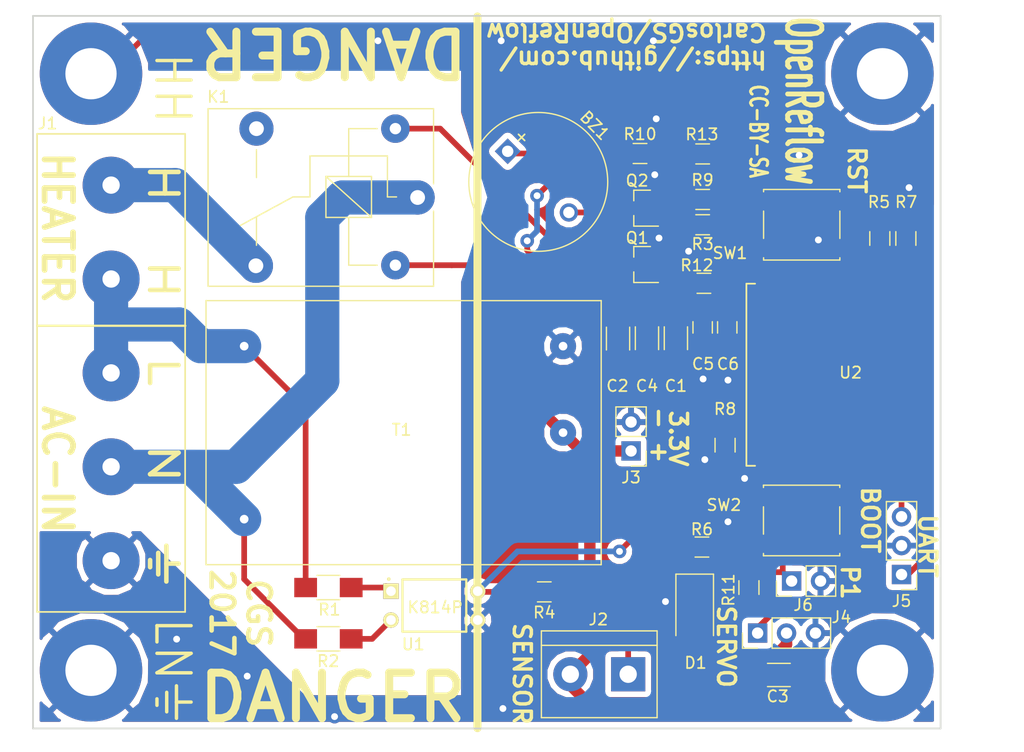
<source format=kicad_pcb>
(kicad_pcb (version 20170123) (host pcbnew no-vcs-found-c78a2ba~59~ubuntu16.10.1)

  (general
    (thickness 1.6)
    (drawings 24)
    (tracks 244)
    (zones 0)
    (modules 39)
    (nets 26)
  )

  (page A4)
  (layers
    (0 F.Cu signal)
    (31 B.Cu signal)
    (32 B.Adhes user)
    (33 F.Adhes user)
    (34 B.Paste user)
    (35 F.Paste user)
    (36 B.SilkS user)
    (37 F.SilkS user)
    (38 B.Mask user)
    (39 F.Mask user)
    (40 Dwgs.User user)
    (41 Cmts.User user)
    (42 Eco1.User user)
    (43 Eco2.User user)
    (44 Edge.Cuts user)
    (45 Margin user)
    (46 B.CrtYd user)
    (47 F.CrtYd user)
    (48 B.Fab user)
    (49 F.Fab user hide)
  )

  (setup
    (last_trace_width 0.5)
    (trace_clearance 0.5)
    (zone_clearance 0.508)
    (zone_45_only no)
    (trace_min 0.2)
    (segment_width 0.2)
    (edge_width 0.15)
    (via_size 1.2)
    (via_drill 0.6)
    (via_min_size 0.4)
    (via_min_drill 0.3)
    (uvia_size 0.3)
    (uvia_drill 0.1)
    (uvias_allowed no)
    (uvia_min_size 0.2)
    (uvia_min_drill 0.1)
    (pcb_text_width 0.3)
    (pcb_text_size 1.5 1.5)
    (mod_edge_width 0.15)
    (mod_text_size 1 1)
    (mod_text_width 0.15)
    (pad_size 1.524 1.524)
    (pad_drill 0.762)
    (pad_to_mask_clearance 0.2)
    (aux_axis_origin 0 0)
    (visible_elements FFFFEF7F)
    (pcbplotparams
      (layerselection 0x010e8_ffffffff)
      (usegerberextensions false)
      (excludeedgelayer true)
      (linewidth 0.100000)
      (plotframeref false)
      (viasonmask false)
      (mode 1)
      (useauxorigin false)
      (hpglpennumber 1)
      (hpglpenspeed 20)
      (hpglpendiameter 15)
      (psnegative false)
      (psa4output false)
      (plotreference true)
      (plotvalue true)
      (plotinvisibletext false)
      (padsonsilk false)
      (subtractmaskfromsilk false)
      (outputformat 1)
      (mirror false)
      (drillshape 0)
      (scaleselection 1)
      (outputdirectory ./Gerber/))
  )

  (net 0 "")
  (net 1 GND)
  (net 2 +3V3)
  (net 3 "Net-(R2-Pad1)")
  (net 4 "Net-(BZ1-Pad2)")
  (net 5 MAINS+)
  (net 6 RELAY+)
  (net 7 MAINS-)
  (net 8 TEMP_V)
  (net 9 SERVO)
  (net 10 "Net-(J5-Pad3)")
  (net 11 "Net-(J5-Pad1)")
  (net 12 "Net-(J6-Pad1)")
  (net 13 "Net-(Q1-Pad1)")
  (net 14 "Net-(Q2-Pad1)")
  (net 15 "Net-(R1-Pad1)")
  (net 16 RELAY)
  (net 17 ZERO_SENSE)
  (net 18 "Net-(R5-Pad1)")
  (net 19 "Net-(R7-Pad2)")
  (net 20 "Net-(R8-Pad2)")
  (net 21 BUZZER)
  (net 22 "Net-(K1-Pad2)")
  (net 23 "Net-(U2-Pad11)")
  (net 24 "Net-(U2-Pad13)")
  (net 25 "Net-(K1-Pad3)")

  (net_class Default "This is the default net class."
    (clearance 0.5)
    (trace_width 0.5)
    (via_dia 1.2)
    (via_drill 0.6)
    (uvia_dia 0.3)
    (uvia_drill 0.1)
    (add_net +3V3)
    (add_net BUZZER)
    (add_net GND)
    (add_net MAINS+)
    (add_net MAINS-)
    (add_net "Net-(BZ1-Pad2)")
    (add_net "Net-(J5-Pad1)")
    (add_net "Net-(J5-Pad3)")
    (add_net "Net-(J6-Pad1)")
    (add_net "Net-(K1-Pad2)")
    (add_net "Net-(K1-Pad3)")
    (add_net "Net-(Q1-Pad1)")
    (add_net "Net-(Q2-Pad1)")
    (add_net "Net-(R1-Pad1)")
    (add_net "Net-(R2-Pad1)")
    (add_net "Net-(R5-Pad1)")
    (add_net "Net-(R7-Pad2)")
    (add_net "Net-(R8-Pad2)")
    (add_net "Net-(U2-Pad11)")
    (add_net "Net-(U2-Pad13)")
    (add_net RELAY)
    (add_net RELAY+)
    (add_net SERVO)
    (add_net TEMP_V)
    (add_net ZERO_SENSE)
  )

  (module TO_SOT_Packages_SMD:SOT-23 (layer F.Cu) (tedit 58CE4E7E) (tstamp 5A00A009)
    (at 199.755 36.83 180)
    (descr "SOT-23, Standard")
    (tags SOT-23)
    (path /59FFBA98)
    (attr smd)
    (fp_text reference Q1 (at 0.4666 2.3368 180) (layer F.SilkS)
      (effects (font (size 1 1) (thickness 0.15)))
    )
    (fp_text value IRLML6344TRPbF (at 0 2.5 180) (layer F.Fab)
      (effects (font (size 1 1) (thickness 0.15)))
    )
    (fp_line (start 0.76 1.58) (end -0.7 1.58) (layer F.SilkS) (width 0.12))
    (fp_line (start 0.76 -1.58) (end -1.4 -1.58) (layer F.SilkS) (width 0.12))
    (fp_line (start -1.7 1.75) (end -1.7 -1.75) (layer F.CrtYd) (width 0.05))
    (fp_line (start 1.7 1.75) (end -1.7 1.75) (layer F.CrtYd) (width 0.05))
    (fp_line (start 1.7 -1.75) (end 1.7 1.75) (layer F.CrtYd) (width 0.05))
    (fp_line (start -1.7 -1.75) (end 1.7 -1.75) (layer F.CrtYd) (width 0.05))
    (fp_line (start 0.76 -1.58) (end 0.76 -0.65) (layer F.SilkS) (width 0.12))
    (fp_line (start 0.76 1.58) (end 0.76 0.65) (layer F.SilkS) (width 0.12))
    (fp_line (start -0.7 1.52) (end 0.7 1.52) (layer F.Fab) (width 0.1))
    (fp_line (start 0.7 -1.52) (end 0.7 1.52) (layer F.Fab) (width 0.1))
    (fp_line (start -0.7 -0.95) (end -0.15 -1.52) (layer F.Fab) (width 0.1))
    (fp_line (start -0.15 -1.52) (end 0.7 -1.52) (layer F.Fab) (width 0.1))
    (fp_line (start -0.7 -0.95) (end -0.7 1.5) (layer F.Fab) (width 0.1))
    (fp_text user %R (at 0 0 270) (layer F.Fab)
      (effects (font (size 0.5 0.5) (thickness 0.075)))
    )
    (pad 3 smd rect (at 1 0 180) (size 0.9 0.8) (layers F.Cu F.Paste F.Mask)
      (net 22 "Net-(K1-Pad2)"))
    (pad 2 smd rect (at -1 0.95 180) (size 0.9 0.8) (layers F.Cu F.Paste F.Mask)
      (net 1 GND))
    (pad 1 smd rect (at -1 -0.95 180) (size 0.9 0.8) (layers F.Cu F.Paste F.Mask)
      (net 13 "Net-(Q1-Pad1)"))
    (model ${KISYS3DMOD}/TO_SOT_Packages_SMD.3dshapes/SOT-23.wrl
      (at (xyz 0 0 0))
      (scale (xyz 1 1 1))
      (rotate (xyz 0 0 0))
    )
  )

  (module Converters_DCDC_ACDC:ACDC-Converter_MeanWell-IRM-02-x (layer F.Cu) (tedit 58388E98) (tstamp 5A00A124)
    (at 164.7825 44.0055)
    (descr "ACDC-Converter, 2W, Meanwell, IRM-02, THT")
    (path /59FFDC04)
    (fp_text reference T1 (at 13.8303 7.3533) (layer F.SilkS)
      (effects (font (size 1 1) (thickness 0.15)))
    )
    (fp_text value IRM-02-3.3 (at 14.15 20.7) (layer F.Fab)
      (effects (font (size 1 1) (thickness 0.15)))
    )
    (fp_circle (center -1.4 -2.03) (end -1.4 -1.91) (layer F.Fab) (width 0.1))
    (fp_line (start -2.85 -3.5) (end 30.85 -3.5) (layer F.Fab) (width 0.1))
    (fp_line (start -2.85 18.7) (end -2.85 -3.5) (layer F.Fab) (width 0.1))
    (fp_line (start 30.85 18.7) (end 30.85 -3.5) (layer F.Fab) (width 0.1))
    (fp_line (start -2.85 18.7) (end 30.85 18.7) (layer F.Fab) (width 0.1))
    (fp_line (start -3.35 19.2) (end 31.35 19.2) (layer F.SilkS) (width 0.12))
    (fp_line (start -3.35 -4) (end 31.35 -4) (layer F.SilkS) (width 0.12))
    (fp_line (start 31.35 -4) (end 31.35 19.2) (layer F.SilkS) (width 0.12))
    (fp_line (start -3.35 19.2) (end -3.35 -4) (layer F.SilkS) (width 0.12))
    (fp_line (start -3.6 19.45) (end 31.6 19.45) (layer F.CrtYd) (width 0.05))
    (fp_line (start 31.6 19.45) (end 31.6 -4.25) (layer F.CrtYd) (width 0.05))
    (fp_line (start -3.6 -4.25) (end 31.6 -4.25) (layer F.CrtYd) (width 0.05))
    (fp_line (start -3.6 19.45) (end -3.6 -4.25) (layer F.CrtYd) (width 0.05))
    (pad 4 thru_hole circle (at 28 7.6) (size 2.29 2.29) (drill 0.76) (layers *.Cu *.Mask)
      (net 2 +3V3))
    (pad 3 thru_hole circle (at 28 0) (size 2.29 2.29) (drill 0.76) (layers *.Cu *.Mask)
      (net 1 GND))
    (pad 2 thru_hole circle (at 0 15.2) (size 2.29 2.29) (drill 0.76) (layers *.Cu *.Mask)
      (net 5 MAINS+))
    (pad 1 thru_hole circle (at 0 0) (size 2.29 2.29) (drill 0.76) (layers *.Cu *.Mask)
      (net 7 MAINS-))
  )

  (module esp8266:ESP-12 (layer F.Cu) (tedit 56DFFEA3) (tstamp 5A00A15E)
    (at 224.5035 39.5305 270)
    (descr "Module, ESP-8266, ESP-12, 16 pad, SMD")
    (tags "Module ESP-8266 ESP8266")
    (path /59D4A61B)
    (fp_text reference U2 (at 6.7991 6.4699) (layer F.SilkS)
      (effects (font (size 1 1) (thickness 0.15)))
    )
    (fp_text value ESP-12 (at 6.992 1 270) (layer F.Fab)
      (effects (font (size 1 1) (thickness 0.15)))
    )
    (fp_line (start -2.25 -0.5) (end -2.25 -8.75) (layer F.CrtYd) (width 0.05))
    (fp_line (start -2.25 -8.75) (end 15.25 -8.75) (layer F.CrtYd) (width 0.05))
    (fp_line (start 15.25 -8.75) (end 16.25 -8.75) (layer F.CrtYd) (width 0.05))
    (fp_line (start 16.25 -8.75) (end 16.25 16) (layer F.CrtYd) (width 0.05))
    (fp_line (start 16.25 16) (end -2.25 16) (layer F.CrtYd) (width 0.05))
    (fp_line (start -2.25 16) (end -2.25 -0.5) (layer F.CrtYd) (width 0.05))
    (fp_line (start -1.016 -8.382) (end 14.986 -8.382) (layer F.CrtYd) (width 0.1524))
    (fp_line (start 14.986 -8.382) (end 14.986 -0.889) (layer F.CrtYd) (width 0.1524))
    (fp_line (start -1.016 -8.382) (end -1.016 -1.016) (layer F.CrtYd) (width 0.1524))
    (fp_line (start -1.016 14.859) (end -1.016 15.621) (layer F.SilkS) (width 0.1524))
    (fp_line (start -1.016 15.621) (end 14.986 15.621) (layer F.SilkS) (width 0.1524))
    (fp_line (start 14.986 15.621) (end 14.986 14.859) (layer F.SilkS) (width 0.1524))
    (fp_line (start 14.992 -8.4) (end -1.008 -2.6) (layer F.CrtYd) (width 0.1524))
    (fp_line (start -1.008 -8.4) (end 14.992 -2.6) (layer F.CrtYd) (width 0.1524))
    (fp_text user "No Copper" (at 6.892 -5.4 270) (layer F.CrtYd)
      (effects (font (size 1 1) (thickness 0.15)))
    )
    (fp_line (start -1.008 -2.6) (end 14.992 -2.6) (layer F.CrtYd) (width 0.1524))
    (fp_line (start 15 -8.4) (end 15 15.6) (layer F.Fab) (width 0.05))
    (fp_line (start 14.992 15.6) (end -1.008 15.6) (layer F.Fab) (width 0.05))
    (fp_line (start -1.008 15.6) (end -1.008 -8.4) (layer F.Fab) (width 0.05))
    (fp_line (start -1.008 -8.4) (end 14.992 -8.4) (layer F.Fab) (width 0.05))
    (pad 1 smd rect (at 0 0 270) (size 2.5 1.1) (drill (offset -0.7 0)) (layers F.Cu F.Paste F.Mask)
      (net 19 "Net-(R7-Pad2)"))
    (pad 2 smd rect (at 0 2 270) (size 2.5 1.1) (drill (offset -0.7 0)) (layers F.Cu F.Paste F.Mask)
      (net 8 TEMP_V))
    (pad 3 smd rect (at 0 4 270) (size 2.5 1.1) (drill (offset -0.7 0)) (layers F.Cu F.Paste F.Mask)
      (net 18 "Net-(R5-Pad1)"))
    (pad 4 smd rect (at 0 6 270) (size 2.5 1.1) (drill (offset -0.7 0)) (layers F.Cu F.Paste F.Mask))
    (pad 5 smd rect (at 0 8 270) (size 2.5 1.1) (drill (offset -0.7 0)) (layers F.Cu F.Paste F.Mask)
      (net 17 ZERO_SENSE))
    (pad 6 smd rect (at 0 10 270) (size 2.5 1.1) (drill (offset -0.7 0)) (layers F.Cu F.Paste F.Mask)
      (net 21 BUZZER))
    (pad 7 smd rect (at 0 12 270) (size 2.5 1.1) (drill (offset -0.7 0)) (layers F.Cu F.Paste F.Mask)
      (net 16 RELAY))
    (pad 8 smd rect (at 0 14 270) (size 2.5 1.1) (drill (offset -0.7 0)) (layers F.Cu F.Paste F.Mask)
      (net 2 +3V3))
    (pad 9 smd rect (at 14 14 270) (size 2.5 1.1) (drill (offset 0.7 0)) (layers F.Cu F.Paste F.Mask)
      (net 1 GND))
    (pad 10 smd rect (at 14 12 270) (size 2.5 1.1) (drill (offset 0.6 0)) (layers F.Cu F.Paste F.Mask)
      (net 20 "Net-(R8-Pad2)"))
    (pad 11 smd rect (at 14 10 270) (size 2.5 1.1) (drill (offset 0.7 0)) (layers F.Cu F.Paste F.Mask)
      (net 23 "Net-(U2-Pad11)"))
    (pad 12 smd rect (at 14 8 270) (size 2.5 1.1) (drill (offset 0.7 0)) (layers F.Cu F.Paste F.Mask)
      (net 12 "Net-(J6-Pad1)"))
    (pad 13 smd rect (at 14 6 270) (size 2.5 1.1) (drill (offset 0.7 0)) (layers F.Cu F.Paste F.Mask)
      (net 24 "Net-(U2-Pad13)"))
    (pad 14 smd rect (at 14 4 270) (size 2.5 1.1) (drill (offset 0.7 0)) (layers F.Cu F.Paste F.Mask)
      (net 9 SERVO))
    (pad 15 smd rect (at 14 2 270) (size 2.5 1.1) (drill (offset 0.7 0)) (layers F.Cu F.Paste F.Mask)
      (net 10 "Net-(J5-Pad3)"))
    (pad 16 smd rect (at 14 0 270) (size 2.5 1.1) (drill (offset 0.7 0)) (layers F.Cu F.Paste F.Mask)
      (net 11 "Net-(J5-Pad1)"))
    (model ${ESPLIB}/ESP8266.3dshapes/ESP-12.wrl
      (at (xyz 0 0 0))
      (scale (xyz 0.3937 0.3937 0.3937))
      (rotate (xyz 0 0 0))
    )
  )

  (module Connectors_Terminal_Blocks:TerminalBlock_bornier-5_P5.08mm (layer F.Cu) (tedit 5A0015E2) (tstamp 5A009F63)
    (at 153.0985 29.855 270)
    (descr "simple 5-pin terminal block, pitch 5.08mm, revamped version of bornier5")
    (tags "terminal block bornier5")
    (path /5A00434A)
    (fp_text reference J1 (at -5.4202 5.5753) (layer F.SilkS)
      (effects (font (size 1 1) (thickness 0.15)))
    )
    (fp_text value DG35C-B-05P-13-200AH (at 10.15 4.6 270) (layer F.Fab)
      (effects (font (size 1 1) (thickness 0.15)))
    )
    (fp_line (start -4.5 6.5) (end -4.5 -6.5) (layer F.SilkS) (width 0.15))
    (fp_line (start 37.5 6.5) (end -4.5 6.5) (layer F.SilkS) (width 0.15))
    (fp_line (start 37.5 -6.5) (end 37.5 6.5) (layer F.SilkS) (width 0.15))
    (fp_line (start -4.5 -6.5) (end 37.5 -6.5) (layer F.SilkS) (width 0.15))
    (fp_text user %R (at 10.16 0 270) (layer F.Fab)
      (effects (font (size 1 1) (thickness 0.15)))
    )
    (pad 5 thru_hole circle (at 33 0 270) (size 5 5) (drill 1.52) (layers *.Cu *.Mask)
      (net 1 GND))
    (pad 4 thru_hole circle (at 24.75 0 270) (size 5 5) (drill 1.52) (layers *.Cu *.Mask)
      (net 5 MAINS+))
    (pad 1 thru_hole circle (at 0 0 270) (size 5 5) (drill 1.52) (layers *.Cu *.Mask)
      (net 6 RELAY+))
    (pad 3 thru_hole circle (at 16.5 0) (size 5 5) (drill 1.52) (layers *.Cu *.Mask)
      (net 7 MAINS-))
    (pad 2 thru_hole circle (at 8.25 0 270) (size 5 5) (drill 1.52) (layers *.Cu *.Mask)
      (net 7 MAINS-))
    (model ${KISYS3DMOD}/Terminal_Blocks.3dshapes/TerminalBlock_bornier-5_P5.08mm.wrl
      (at (xyz 0.4 0 0))
      (scale (xyz 1 1 1))
      (rotate (xyz 0 0 0))
    )
  )

  (module Buzzers_Beepers:MagneticBuzzer_ProSignal_ABI-009-RC (layer F.Cu) (tedit 58B1D1D0) (tstamp 5A009EE5)
    (at 187.919988 26.883988 315)
    (descr "Buzzer, Elektromagnetic Beeper, Summer, 6V-DC,")
    (tags "Pro Signal ABI-009-RC ")
    (path /59FFC39F)
    (fp_text reference BZ1 (at 3.8 -7 315) (layer F.SilkS)
      (effects (font (size 1 1) (thickness 0.15)))
    )
    (fp_text value Buzzer (at 3.8 7 315) (layer F.Fab)
      (effects (font (size 1 1) (thickness 0.15)))
    )
    (fp_circle (center 3.8 0) (end 10.05 0) (layer F.CrtYd) (width 0.05))
    (fp_circle (center 3.8 0) (end 5.100001 0) (layer F.Fab) (width 0.1))
    (fp_text user %R (at 3.8 -7 315) (layer F.Fab)
      (effects (font (size 1 1) (thickness 0.15)))
    )
    (fp_text user + (at 0 -1.8 315) (layer F.Fab)
      (effects (font (size 1 1) (thickness 0.15)))
    )
    (fp_circle (center 3.8 0) (end 9.799999 0) (layer F.Fab) (width 0.1))
    (fp_circle (center 3.8 0) (end 9.9 0) (layer F.SilkS) (width 0.12))
    (fp_text user + (at 0 -1.8 315) (layer F.SilkS)
      (effects (font (size 1 1) (thickness 0.15)))
    )
    (pad 2 thru_hole circle (at 7.600001 0 315) (size 1.6 1.6) (drill 1) (layers *.Cu *.Mask)
      (net 4 "Net-(BZ1-Pad2)"))
    (pad 1 thru_hole rect (at 0 0 315) (size 1.6 1.6) (drill 1) (layers *.Cu *.Mask)
      (net 2 +3V3))
    (model ${KISYS3DMOD}/Buzzers_Beepers.3dshapes/MagneticBuzzer_ProSignal_ABI-009-RC.wrl
      (at (xyz 0.2992125984251969 0 0))
      (scale (xyz 1 1 1))
      (rotate (xyz 0 0 180))
    )
  )

  (module Capacitors_SMD:C_1206_HandSoldering (layer F.Cu) (tedit 58AA84D1) (tstamp 5A009EF6)
    (at 202.692 43.307 270)
    (descr "Capacitor SMD 1206, hand soldering")
    (tags "capacitor 1206")
    (path /59FFB88E)
    (attr smd)
    (fp_text reference C1 (at 4.191 0) (layer F.SilkS)
      (effects (font (size 1 1) (thickness 0.15)))
    )
    (fp_text value 10u (at 0 2 270) (layer F.Fab)
      (effects (font (size 1 1) (thickness 0.15)))
    )
    (fp_line (start 3.25 1.05) (end -3.25 1.05) (layer F.CrtYd) (width 0.05))
    (fp_line (start 3.25 1.05) (end 3.25 -1.05) (layer F.CrtYd) (width 0.05))
    (fp_line (start -3.25 -1.05) (end -3.25 1.05) (layer F.CrtYd) (width 0.05))
    (fp_line (start -3.25 -1.05) (end 3.25 -1.05) (layer F.CrtYd) (width 0.05))
    (fp_line (start -1 1.02) (end 1 1.02) (layer F.SilkS) (width 0.12))
    (fp_line (start 1 -1.02) (end -1 -1.02) (layer F.SilkS) (width 0.12))
    (fp_line (start -1.6 -0.8) (end 1.6 -0.8) (layer F.Fab) (width 0.1))
    (fp_line (start 1.6 -0.8) (end 1.6 0.8) (layer F.Fab) (width 0.1))
    (fp_line (start 1.6 0.8) (end -1.6 0.8) (layer F.Fab) (width 0.1))
    (fp_line (start -1.6 0.8) (end -1.6 -0.8) (layer F.Fab) (width 0.1))
    (fp_text user %R (at 0 -1.75 270) (layer F.Fab)
      (effects (font (size 1 1) (thickness 0.15)))
    )
    (pad 2 smd rect (at 2 0 270) (size 2 1.6) (layers F.Cu F.Paste F.Mask)
      (net 1 GND))
    (pad 1 smd rect (at -2 0 270) (size 2 1.6) (layers F.Cu F.Paste F.Mask)
      (net 2 +3V3))
    (model Capacitors_SMD.3dshapes/C_1206.wrl
      (at (xyz 0 0 0))
      (scale (xyz 1 1 1))
      (rotate (xyz 0 0 0))
    )
  )

  (module Capacitors_SMD:C_1206_HandSoldering (layer F.Cu) (tedit 58AA84D1) (tstamp 5A009F07)
    (at 197.612 43.3385 270)
    (descr "Capacitor SMD 1206, hand soldering")
    (tags "capacitor 1206")
    (path /59FFB812)
    (attr smd)
    (fp_text reference C2 (at 4.1595 0.0508) (layer F.SilkS)
      (effects (font (size 1 1) (thickness 0.15)))
    )
    (fp_text value 10u (at 0 2 270) (layer F.Fab)
      (effects (font (size 1 1) (thickness 0.15)))
    )
    (fp_text user %R (at 0 -1.75 270) (layer F.Fab)
      (effects (font (size 1 1) (thickness 0.15)))
    )
    (fp_line (start -1.6 0.8) (end -1.6 -0.8) (layer F.Fab) (width 0.1))
    (fp_line (start 1.6 0.8) (end -1.6 0.8) (layer F.Fab) (width 0.1))
    (fp_line (start 1.6 -0.8) (end 1.6 0.8) (layer F.Fab) (width 0.1))
    (fp_line (start -1.6 -0.8) (end 1.6 -0.8) (layer F.Fab) (width 0.1))
    (fp_line (start 1 -1.02) (end -1 -1.02) (layer F.SilkS) (width 0.12))
    (fp_line (start -1 1.02) (end 1 1.02) (layer F.SilkS) (width 0.12))
    (fp_line (start -3.25 -1.05) (end 3.25 -1.05) (layer F.CrtYd) (width 0.05))
    (fp_line (start -3.25 -1.05) (end -3.25 1.05) (layer F.CrtYd) (width 0.05))
    (fp_line (start 3.25 1.05) (end 3.25 -1.05) (layer F.CrtYd) (width 0.05))
    (fp_line (start 3.25 1.05) (end -3.25 1.05) (layer F.CrtYd) (width 0.05))
    (pad 1 smd rect (at -2 0 270) (size 2 1.6) (layers F.Cu F.Paste F.Mask)
      (net 2 +3V3))
    (pad 2 smd rect (at 2 0 270) (size 2 1.6) (layers F.Cu F.Paste F.Mask)
      (net 1 GND))
    (model Capacitors_SMD.3dshapes/C_1206.wrl
      (at (xyz 0 0 0))
      (scale (xyz 1 1 1))
      (rotate (xyz 0 0 0))
    )
  )

  (module Capacitors_SMD:C_1206_HandSoldering (layer F.Cu) (tedit 58AA84D1) (tstamp 5A009F18)
    (at 211.7344 72.898)
    (descr "Capacitor SMD 1206, hand soldering")
    (tags "capacitor 1206")
    (path /59FFB79A)
    (attr smd)
    (fp_text reference C3 (at -0.1016 1.8796) (layer F.SilkS)
      (effects (font (size 1 1) (thickness 0.15)))
    )
    (fp_text value 10u (at 0 2) (layer F.Fab)
      (effects (font (size 1 1) (thickness 0.15)))
    )
    (fp_line (start 3.25 1.05) (end -3.25 1.05) (layer F.CrtYd) (width 0.05))
    (fp_line (start 3.25 1.05) (end 3.25 -1.05) (layer F.CrtYd) (width 0.05))
    (fp_line (start -3.25 -1.05) (end -3.25 1.05) (layer F.CrtYd) (width 0.05))
    (fp_line (start -3.25 -1.05) (end 3.25 -1.05) (layer F.CrtYd) (width 0.05))
    (fp_line (start -1 1.02) (end 1 1.02) (layer F.SilkS) (width 0.12))
    (fp_line (start 1 -1.02) (end -1 -1.02) (layer F.SilkS) (width 0.12))
    (fp_line (start -1.6 -0.8) (end 1.6 -0.8) (layer F.Fab) (width 0.1))
    (fp_line (start 1.6 -0.8) (end 1.6 0.8) (layer F.Fab) (width 0.1))
    (fp_line (start 1.6 0.8) (end -1.6 0.8) (layer F.Fab) (width 0.1))
    (fp_line (start -1.6 0.8) (end -1.6 -0.8) (layer F.Fab) (width 0.1))
    (fp_text user %R (at 0 -1.75) (layer F.Fab)
      (effects (font (size 1 1) (thickness 0.15)))
    )
    (pad 2 smd rect (at 2 0) (size 2 1.6) (layers F.Cu F.Paste F.Mask)
      (net 1 GND))
    (pad 1 smd rect (at -2 0) (size 2 1.6) (layers F.Cu F.Paste F.Mask)
      (net 2 +3V3))
    (model Capacitors_SMD.3dshapes/C_1206.wrl
      (at (xyz 0 0 0))
      (scale (xyz 1 1 1))
      (rotate (xyz 0 0 0))
    )
  )

  (module Capacitors_SMD:C_1206_HandSoldering (layer F.Cu) (tedit 58AA84D1) (tstamp 5A009F29)
    (at 200.152 43.307 270)
    (descr "Capacitor SMD 1206, hand soldering")
    (tags "capacitor 1206")
    (path /59D4C166)
    (attr smd)
    (fp_text reference C4 (at 4.191 0) (layer F.SilkS)
      (effects (font (size 1 1) (thickness 0.15)))
    )
    (fp_text value 10u (at 0 2 270) (layer F.Fab)
      (effects (font (size 1 1) (thickness 0.15)))
    )
    (fp_text user %R (at 0 -1.75 270) (layer F.Fab)
      (effects (font (size 1 1) (thickness 0.15)))
    )
    (fp_line (start -1.6 0.8) (end -1.6 -0.8) (layer F.Fab) (width 0.1))
    (fp_line (start 1.6 0.8) (end -1.6 0.8) (layer F.Fab) (width 0.1))
    (fp_line (start 1.6 -0.8) (end 1.6 0.8) (layer F.Fab) (width 0.1))
    (fp_line (start -1.6 -0.8) (end 1.6 -0.8) (layer F.Fab) (width 0.1))
    (fp_line (start 1 -1.02) (end -1 -1.02) (layer F.SilkS) (width 0.12))
    (fp_line (start -1 1.02) (end 1 1.02) (layer F.SilkS) (width 0.12))
    (fp_line (start -3.25 -1.05) (end 3.25 -1.05) (layer F.CrtYd) (width 0.05))
    (fp_line (start -3.25 -1.05) (end -3.25 1.05) (layer F.CrtYd) (width 0.05))
    (fp_line (start 3.25 1.05) (end 3.25 -1.05) (layer F.CrtYd) (width 0.05))
    (fp_line (start 3.25 1.05) (end -3.25 1.05) (layer F.CrtYd) (width 0.05))
    (pad 1 smd rect (at -2 0 270) (size 2 1.6) (layers F.Cu F.Paste F.Mask)
      (net 2 +3V3))
    (pad 2 smd rect (at 2 0 270) (size 2 1.6) (layers F.Cu F.Paste F.Mask)
      (net 1 GND))
    (model Capacitors_SMD.3dshapes/C_1206.wrl
      (at (xyz 0 0 0))
      (scale (xyz 1 1 1))
      (rotate (xyz 0 0 0))
    )
  )

  (module Capacitors_SMD:C_0805_HandSoldering (layer F.Cu) (tedit 58AA84A8) (tstamp 5A009F3A)
    (at 205.0415 42.3545 270)
    (descr "Capacitor SMD 0805, hand soldering")
    (tags "capacitor 0805")
    (path /59D4C1ED)
    (attr smd)
    (fp_text reference C5 (at 3.2131 -0.0381) (layer F.SilkS)
      (effects (font (size 1 1) (thickness 0.15)))
    )
    (fp_text value 100n (at 0 1.75 270) (layer F.Fab)
      (effects (font (size 1 1) (thickness 0.15)))
    )
    (fp_text user %R (at 0 -1.75 270) (layer F.Fab)
      (effects (font (size 1 1) (thickness 0.15)))
    )
    (fp_line (start -1 0.62) (end -1 -0.62) (layer F.Fab) (width 0.1))
    (fp_line (start 1 0.62) (end -1 0.62) (layer F.Fab) (width 0.1))
    (fp_line (start 1 -0.62) (end 1 0.62) (layer F.Fab) (width 0.1))
    (fp_line (start -1 -0.62) (end 1 -0.62) (layer F.Fab) (width 0.1))
    (fp_line (start 0.5 -0.85) (end -0.5 -0.85) (layer F.SilkS) (width 0.12))
    (fp_line (start -0.5 0.85) (end 0.5 0.85) (layer F.SilkS) (width 0.12))
    (fp_line (start -2.25 -0.88) (end 2.25 -0.88) (layer F.CrtYd) (width 0.05))
    (fp_line (start -2.25 -0.88) (end -2.25 0.87) (layer F.CrtYd) (width 0.05))
    (fp_line (start 2.25 0.87) (end 2.25 -0.88) (layer F.CrtYd) (width 0.05))
    (fp_line (start 2.25 0.87) (end -2.25 0.87) (layer F.CrtYd) (width 0.05))
    (pad 1 smd rect (at -1.25 0 270) (size 1.5 1.25) (layers F.Cu F.Paste F.Mask)
      (net 2 +3V3))
    (pad 2 smd rect (at 1.25 0 270) (size 1.5 1.25) (layers F.Cu F.Paste F.Mask)
      (net 1 GND))
    (model Capacitors_SMD.3dshapes/C_0805.wrl
      (at (xyz 0 0 0))
      (scale (xyz 1 1 1))
      (rotate (xyz 0 0 0))
    )
  )

  (module Capacitors_SMD:C_0805_HandSoldering (layer F.Cu) (tedit 58AA84A8) (tstamp 5A009F4B)
    (at 207.2005 42.3545 270)
    (descr "Capacitor SMD 0805, hand soldering")
    (tags "capacitor 0805")
    (path /59D4C2B0)
    (attr smd)
    (fp_text reference C6 (at 3.2131 -0.0635) (layer F.SilkS)
      (effects (font (size 1 1) (thickness 0.15)))
    )
    (fp_text value 100n (at 0 1.75 270) (layer F.Fab)
      (effects (font (size 1 1) (thickness 0.15)))
    )
    (fp_line (start 2.25 0.87) (end -2.25 0.87) (layer F.CrtYd) (width 0.05))
    (fp_line (start 2.25 0.87) (end 2.25 -0.88) (layer F.CrtYd) (width 0.05))
    (fp_line (start -2.25 -0.88) (end -2.25 0.87) (layer F.CrtYd) (width 0.05))
    (fp_line (start -2.25 -0.88) (end 2.25 -0.88) (layer F.CrtYd) (width 0.05))
    (fp_line (start -0.5 0.85) (end 0.5 0.85) (layer F.SilkS) (width 0.12))
    (fp_line (start 0.5 -0.85) (end -0.5 -0.85) (layer F.SilkS) (width 0.12))
    (fp_line (start -1 -0.62) (end 1 -0.62) (layer F.Fab) (width 0.1))
    (fp_line (start 1 -0.62) (end 1 0.62) (layer F.Fab) (width 0.1))
    (fp_line (start 1 0.62) (end -1 0.62) (layer F.Fab) (width 0.1))
    (fp_line (start -1 0.62) (end -1 -0.62) (layer F.Fab) (width 0.1))
    (fp_text user %R (at 0 -1.75 270) (layer F.Fab)
      (effects (font (size 1 1) (thickness 0.15)))
    )
    (pad 2 smd rect (at 1.25 0 270) (size 1.5 1.25) (layers F.Cu F.Paste F.Mask)
      (net 1 GND))
    (pad 1 smd rect (at -1.25 0 270) (size 1.5 1.25) (layers F.Cu F.Paste F.Mask)
      (net 2 +3V3))
    (model Capacitors_SMD.3dshapes/C_0805.wrl
      (at (xyz 0 0 0))
      (scale (xyz 1 1 1))
      (rotate (xyz 0 0 0))
    )
  )

  (module Connectors_Terminal_Blocks:TerminalBlock_bornier-2_P5.08mm (layer F.Cu) (tedit 5A0033D0) (tstamp 5A009F78)
    (at 198.501 72.8345 180)
    (descr "simple 2-pin terminal block, pitch 5.08mm, revamped version of bornier2")
    (tags "terminal block bornier2")
    (path /59FFB37F)
    (fp_text reference J2 (at 2.6162 4.8133 180) (layer F.SilkS)
      (effects (font (size 1 1) (thickness 0.15)))
    )
    (fp_text value THERMISTOR (at 2.54 5.08 180) (layer F.Fab)
      (effects (font (size 1 1) (thickness 0.15)))
    )
    (fp_line (start 7.79 4) (end -2.71 4) (layer F.CrtYd) (width 0.05))
    (fp_line (start 7.79 4) (end 7.79 -4) (layer F.CrtYd) (width 0.05))
    (fp_line (start -2.71 -4) (end -2.71 4) (layer F.CrtYd) (width 0.05))
    (fp_line (start -2.71 -4) (end 7.79 -4) (layer F.CrtYd) (width 0.05))
    (fp_line (start -2.54 3.81) (end 7.62 3.81) (layer F.SilkS) (width 0.12))
    (fp_line (start -2.54 -3.81) (end -2.54 3.81) (layer F.SilkS) (width 0.12))
    (fp_line (start 7.62 -3.81) (end -2.54 -3.81) (layer F.SilkS) (width 0.12))
    (fp_line (start 7.62 3.81) (end 7.62 -3.81) (layer F.SilkS) (width 0.12))
    (fp_line (start 7.62 2.54) (end -2.54 2.54) (layer F.SilkS) (width 0.12))
    (fp_line (start 7.54 -3.75) (end -2.46 -3.75) (layer F.Fab) (width 0.1))
    (fp_line (start 7.54 3.75) (end 7.54 -3.75) (layer F.Fab) (width 0.1))
    (fp_line (start -2.46 3.75) (end 7.54 3.75) (layer F.Fab) (width 0.1))
    (fp_line (start -2.46 -3.75) (end -2.46 3.75) (layer F.Fab) (width 0.1))
    (fp_line (start -2.41 2.55) (end 7.49 2.55) (layer F.Fab) (width 0.1))
    (fp_text user %R (at 2.54 0 180) (layer F.Fab)
      (effects (font (size 1 1) (thickness 0.15)))
    )
    (pad 2 thru_hole circle (at 5.08 0 180) (size 3 3) (drill 1.52) (layers *.Cu *.Mask)
      (net 2 +3V3))
    (pad 1 thru_hole rect (at 0 0 180) (size 3 3) (drill 1.52) (layers *.Cu *.Mask)
      (net 8 TEMP_V))
    (model ${KISYS3DMOD}/Terminal_Blocks.3dshapes/TerminalBlock_bornier-2_P5.08mm.wrl
      (at (xyz 0.1 0 0))
      (scale (xyz 1 1 1))
      (rotate (xyz 0 0 0))
    )
  )

  (module Pin_Headers:Pin_Header_Straight_1x02_Pitch2.54mm (layer F.Cu) (tedit 59650532) (tstamp 5A009F8E)
    (at 198.755 53.213 180)
    (descr "Through hole straight pin header, 1x02, 2.54mm pitch, single row")
    (tags "Through hole pin header THT 1x02 2.54mm single row")
    (path /59FFC474)
    (fp_text reference J3 (at 0 -2.33 180) (layer F.SilkS)
      (effects (font (size 1 1) (thickness 0.15)))
    )
    (fp_text value 3.3V (at 0 4.87 180) (layer F.Fab)
      (effects (font (size 1 1) (thickness 0.15)))
    )
    (fp_line (start -0.635 -1.27) (end 1.27 -1.27) (layer F.Fab) (width 0.1))
    (fp_line (start 1.27 -1.27) (end 1.27 3.81) (layer F.Fab) (width 0.1))
    (fp_line (start 1.27 3.81) (end -1.27 3.81) (layer F.Fab) (width 0.1))
    (fp_line (start -1.27 3.81) (end -1.27 -0.635) (layer F.Fab) (width 0.1))
    (fp_line (start -1.27 -0.635) (end -0.635 -1.27) (layer F.Fab) (width 0.1))
    (fp_line (start -1.33 3.87) (end 1.33 3.87) (layer F.SilkS) (width 0.12))
    (fp_line (start -1.33 1.27) (end -1.33 3.87) (layer F.SilkS) (width 0.12))
    (fp_line (start 1.33 1.27) (end 1.33 3.87) (layer F.SilkS) (width 0.12))
    (fp_line (start -1.33 1.27) (end 1.33 1.27) (layer F.SilkS) (width 0.12))
    (fp_line (start -1.33 0) (end -1.33 -1.33) (layer F.SilkS) (width 0.12))
    (fp_line (start -1.33 -1.33) (end 0 -1.33) (layer F.SilkS) (width 0.12))
    (fp_line (start -1.8 -1.8) (end -1.8 4.35) (layer F.CrtYd) (width 0.05))
    (fp_line (start -1.8 4.35) (end 1.8 4.35) (layer F.CrtYd) (width 0.05))
    (fp_line (start 1.8 4.35) (end 1.8 -1.8) (layer F.CrtYd) (width 0.05))
    (fp_line (start 1.8 -1.8) (end -1.8 -1.8) (layer F.CrtYd) (width 0.05))
    (fp_text user %R (at 0 1.27 270) (layer F.Fab)
      (effects (font (size 1 1) (thickness 0.15)))
    )
    (pad 1 thru_hole rect (at 0 0 180) (size 1.7 1.7) (drill 1) (layers *.Cu *.Mask)
      (net 2 +3V3))
    (pad 2 thru_hole oval (at 0 2.54 180) (size 1.7 1.7) (drill 1) (layers *.Cu *.Mask)
      (net 1 GND))
    (model ${KISYS3DMOD}/Pin_Headers.3dshapes/Pin_Header_Straight_1x02_Pitch2.54mm.wrl
      (at (xyz 0 0 0))
      (scale (xyz 1 1 1))
      (rotate (xyz 0 0 0))
    )
  )

  (module Pin_Headers:Pin_Header_Straight_1x03_Pitch2.54mm (layer F.Cu) (tedit 59650532) (tstamp 5A009FA5)
    (at 209.8675 69.215 90)
    (descr "Through hole straight pin header, 1x03, 2.54mm pitch, single row")
    (tags "Through hole pin header THT 1x03 2.54mm single row")
    (path /59FFC04C)
    (fp_text reference J4 (at 1.397 7.3533 180) (layer F.SilkS)
      (effects (font (size 1 1) (thickness 0.15)))
    )
    (fp_text value SERVO (at 0 7.41 90) (layer F.Fab)
      (effects (font (size 1 1) (thickness 0.15)))
    )
    (fp_line (start -0.635 -1.27) (end 1.27 -1.27) (layer F.Fab) (width 0.1))
    (fp_line (start 1.27 -1.27) (end 1.27 6.35) (layer F.Fab) (width 0.1))
    (fp_line (start 1.27 6.35) (end -1.27 6.35) (layer F.Fab) (width 0.1))
    (fp_line (start -1.27 6.35) (end -1.27 -0.635) (layer F.Fab) (width 0.1))
    (fp_line (start -1.27 -0.635) (end -0.635 -1.27) (layer F.Fab) (width 0.1))
    (fp_line (start -1.33 6.41) (end 1.33 6.41) (layer F.SilkS) (width 0.12))
    (fp_line (start -1.33 1.27) (end -1.33 6.41) (layer F.SilkS) (width 0.12))
    (fp_line (start 1.33 1.27) (end 1.33 6.41) (layer F.SilkS) (width 0.12))
    (fp_line (start -1.33 1.27) (end 1.33 1.27) (layer F.SilkS) (width 0.12))
    (fp_line (start -1.33 0) (end -1.33 -1.33) (layer F.SilkS) (width 0.12))
    (fp_line (start -1.33 -1.33) (end 0 -1.33) (layer F.SilkS) (width 0.12))
    (fp_line (start -1.8 -1.8) (end -1.8 6.85) (layer F.CrtYd) (width 0.05))
    (fp_line (start -1.8 6.85) (end 1.8 6.85) (layer F.CrtYd) (width 0.05))
    (fp_line (start 1.8 6.85) (end 1.8 -1.8) (layer F.CrtYd) (width 0.05))
    (fp_line (start 1.8 -1.8) (end -1.8 -1.8) (layer F.CrtYd) (width 0.05))
    (fp_text user %R (at 0 2.54 180) (layer F.Fab)
      (effects (font (size 1 1) (thickness 0.15)))
    )
    (pad 1 thru_hole rect (at 0 0 90) (size 1.7 1.7) (drill 1) (layers *.Cu *.Mask)
      (net 9 SERVO))
    (pad 2 thru_hole oval (at 0 2.54 90) (size 1.7 1.7) (drill 1) (layers *.Cu *.Mask)
      (net 2 +3V3))
    (pad 3 thru_hole oval (at 0 5.08 90) (size 1.7 1.7) (drill 1) (layers *.Cu *.Mask)
      (net 1 GND))
    (model ${KISYS3DMOD}/Pin_Headers.3dshapes/Pin_Header_Straight_1x03_Pitch2.54mm.wrl
      (at (xyz 0 0 0))
      (scale (xyz 1 1 1))
      (rotate (xyz 0 0 0))
    )
  )

  (module Pin_Headers:Pin_Header_Straight_1x03_Pitch2.54mm (layer F.Cu) (tedit 59650532) (tstamp 5A009FBC)
    (at 222.504 64.0715 180)
    (descr "Through hole straight pin header, 1x03, 2.54mm pitch, single row")
    (tags "Through hole pin header THT 1x03 2.54mm single row")
    (path /59FFB481)
    (fp_text reference J5 (at 0 -2.33 180) (layer F.SilkS)
      (effects (font (size 1 1) (thickness 0.15)))
    )
    (fp_text value SERIAL (at 0 7.41 180) (layer F.Fab)
      (effects (font (size 1 1) (thickness 0.15)))
    )
    (fp_text user %R (at 0 2.54 270) (layer F.Fab)
      (effects (font (size 1 1) (thickness 0.15)))
    )
    (fp_line (start 1.8 -1.8) (end -1.8 -1.8) (layer F.CrtYd) (width 0.05))
    (fp_line (start 1.8 6.85) (end 1.8 -1.8) (layer F.CrtYd) (width 0.05))
    (fp_line (start -1.8 6.85) (end 1.8 6.85) (layer F.CrtYd) (width 0.05))
    (fp_line (start -1.8 -1.8) (end -1.8 6.85) (layer F.CrtYd) (width 0.05))
    (fp_line (start -1.33 -1.33) (end 0 -1.33) (layer F.SilkS) (width 0.12))
    (fp_line (start -1.33 0) (end -1.33 -1.33) (layer F.SilkS) (width 0.12))
    (fp_line (start -1.33 1.27) (end 1.33 1.27) (layer F.SilkS) (width 0.12))
    (fp_line (start 1.33 1.27) (end 1.33 6.41) (layer F.SilkS) (width 0.12))
    (fp_line (start -1.33 1.27) (end -1.33 6.41) (layer F.SilkS) (width 0.12))
    (fp_line (start -1.33 6.41) (end 1.33 6.41) (layer F.SilkS) (width 0.12))
    (fp_line (start -1.27 -0.635) (end -0.635 -1.27) (layer F.Fab) (width 0.1))
    (fp_line (start -1.27 6.35) (end -1.27 -0.635) (layer F.Fab) (width 0.1))
    (fp_line (start 1.27 6.35) (end -1.27 6.35) (layer F.Fab) (width 0.1))
    (fp_line (start 1.27 -1.27) (end 1.27 6.35) (layer F.Fab) (width 0.1))
    (fp_line (start -0.635 -1.27) (end 1.27 -1.27) (layer F.Fab) (width 0.1))
    (pad 3 thru_hole oval (at 0 5.08 180) (size 1.7 1.7) (drill 1) (layers *.Cu *.Mask)
      (net 10 "Net-(J5-Pad3)"))
    (pad 2 thru_hole oval (at 0 2.54 180) (size 1.7 1.7) (drill 1) (layers *.Cu *.Mask)
      (net 1 GND))
    (pad 1 thru_hole rect (at 0 0 180) (size 1.7 1.7) (drill 1) (layers *.Cu *.Mask)
      (net 11 "Net-(J5-Pad1)"))
    (model ${KISYS3DMOD}/Pin_Headers.3dshapes/Pin_Header_Straight_1x03_Pitch2.54mm.wrl
      (at (xyz 0 0 0))
      (scale (xyz 1 1 1))
      (rotate (xyz 0 0 0))
    )
  )

  (module Pin_Headers:Pin_Header_Straight_1x02_Pitch2.54mm (layer F.Cu) (tedit 59650532) (tstamp 5A009FD2)
    (at 212.852 64.643 90)
    (descr "Through hole straight pin header, 1x02, 2.54mm pitch, single row")
    (tags "Through hole pin header THT 1x02 2.54mm single row")
    (path /5A0028DA)
    (fp_text reference J6 (at -2.1082 1.016 180) (layer F.SilkS)
      (effects (font (size 1 1) (thickness 0.15)))
    )
    (fp_text value BUTTON (at 0 4.87 90) (layer F.Fab)
      (effects (font (size 1 1) (thickness 0.15)))
    )
    (fp_text user %R (at 0 1.27 180) (layer F.Fab)
      (effects (font (size 1 1) (thickness 0.15)))
    )
    (fp_line (start 1.8 -1.8) (end -1.8 -1.8) (layer F.CrtYd) (width 0.05))
    (fp_line (start 1.8 4.35) (end 1.8 -1.8) (layer F.CrtYd) (width 0.05))
    (fp_line (start -1.8 4.35) (end 1.8 4.35) (layer F.CrtYd) (width 0.05))
    (fp_line (start -1.8 -1.8) (end -1.8 4.35) (layer F.CrtYd) (width 0.05))
    (fp_line (start -1.33 -1.33) (end 0 -1.33) (layer F.SilkS) (width 0.12))
    (fp_line (start -1.33 0) (end -1.33 -1.33) (layer F.SilkS) (width 0.12))
    (fp_line (start -1.33 1.27) (end 1.33 1.27) (layer F.SilkS) (width 0.12))
    (fp_line (start 1.33 1.27) (end 1.33 3.87) (layer F.SilkS) (width 0.12))
    (fp_line (start -1.33 1.27) (end -1.33 3.87) (layer F.SilkS) (width 0.12))
    (fp_line (start -1.33 3.87) (end 1.33 3.87) (layer F.SilkS) (width 0.12))
    (fp_line (start -1.27 -0.635) (end -0.635 -1.27) (layer F.Fab) (width 0.1))
    (fp_line (start -1.27 3.81) (end -1.27 -0.635) (layer F.Fab) (width 0.1))
    (fp_line (start 1.27 3.81) (end -1.27 3.81) (layer F.Fab) (width 0.1))
    (fp_line (start 1.27 -1.27) (end 1.27 3.81) (layer F.Fab) (width 0.1))
    (fp_line (start -0.635 -1.27) (end 1.27 -1.27) (layer F.Fab) (width 0.1))
    (pad 2 thru_hole oval (at 0 2.54 90) (size 1.7 1.7) (drill 1) (layers *.Cu *.Mask)
      (net 1 GND))
    (pad 1 thru_hole rect (at 0 0 90) (size 1.7 1.7) (drill 1) (layers *.Cu *.Mask)
      (net 12 "Net-(J6-Pad1)"))
    (model ${KISYS3DMOD}/Pin_Headers.3dshapes/Pin_Header_Straight_1x02_Pitch2.54mm.wrl
      (at (xyz 0 0 0))
      (scale (xyz 1 1 1))
      (rotate (xyz 0 0 0))
    )
  )

  (module TO_SOT_Packages_SMD:SOT-23 (layer F.Cu) (tedit 5A051F0D) (tstamp 5A00A01E)
    (at 199.755 31.8795 180)
    (descr "SOT-23, Standard")
    (tags SOT-23)
    (path /59FFF57E)
    (attr smd)
    (fp_text reference Q2 (at 0.4666 2.4155 180) (layer F.SilkS)
      (effects (font (size 1 1) (thickness 0.15)))
    )
    (fp_text value IRLML6344TRPbF (at 0 2.5 180) (layer F.Fab)
      (effects (font (size 1 1) (thickness 0.15)))
    )
    (fp_text user %R (at 0 0 270) (layer F.Fab)
      (effects (font (size 0.5 0.5) (thickness 0.075)))
    )
    (fp_line (start -0.7 -0.95) (end -0.7 1.5) (layer F.Fab) (width 0.1))
    (fp_line (start -0.15 -1.52) (end 0.7 -1.52) (layer F.Fab) (width 0.1))
    (fp_line (start -0.7 -0.95) (end -0.15 -1.52) (layer F.Fab) (width 0.1))
    (fp_line (start 0.7 -1.52) (end 0.7 1.52) (layer F.Fab) (width 0.1))
    (fp_line (start -0.7 1.52) (end 0.7 1.52) (layer F.Fab) (width 0.1))
    (fp_line (start 0.76 1.58) (end 0.76 0.65) (layer F.SilkS) (width 0.12))
    (fp_line (start 0.76 -1.58) (end 0.76 -0.65) (layer F.SilkS) (width 0.12))
    (fp_line (start -1.7 -1.75) (end 1.7 -1.75) (layer F.CrtYd) (width 0.05))
    (fp_line (start 1.7 -1.75) (end 1.7 1.75) (layer F.CrtYd) (width 0.05))
    (fp_line (start 1.7 1.75) (end -1.7 1.75) (layer F.CrtYd) (width 0.05))
    (fp_line (start -1.7 1.75) (end -1.7 -1.75) (layer F.CrtYd) (width 0.05))
    (fp_line (start 0.76 -1.58) (end -1.4 -1.58) (layer F.SilkS) (width 0.12))
    (fp_line (start 0.76 1.58) (end -0.7 1.58) (layer F.SilkS) (width 0.12))
    (pad 1 smd rect (at -1 -0.95 180) (size 0.9 0.8) (layers F.Cu F.Paste F.Mask)
      (net 14 "Net-(Q2-Pad1)"))
    (pad 2 smd rect (at -1 0.95 180) (size 0.9 0.8) (layers F.Cu F.Paste F.Mask)
      (net 1 GND))
    (pad 3 smd rect (at 1 0 180) (size 0.9 0.8) (layers F.Cu F.Paste F.Mask)
      (net 4 "Net-(BZ1-Pad2)"))
    (model ${KISYS3DMOD}/TO_SOT_Packages_SMD.3dshapes/SOT-23.wrl
      (at (xyz 0 0 0))
      (scale (xyz 1 1 1))
      (rotate (xyz 0 0 0))
    )
  )

  (module Resistors_SMD:R_0805_HandSoldering (layer F.Cu) (tedit 58E0A804) (tstamp 5A00A051)
    (at 205.0415 33.3375 180)
    (descr "Resistor SMD 0805, hand soldering")
    (tags "resistor 0805")
    (path /59FFE28D)
    (attr smd)
    (fp_text reference R3 (at 0 -1.7 180) (layer F.SilkS)
      (effects (font (size 1 1) (thickness 0.15)))
    )
    (fp_text value 1k (at 0 1.75 180) (layer F.Fab)
      (effects (font (size 1 1) (thickness 0.15)))
    )
    (fp_text user %R (at 0 0 180) (layer F.Fab)
      (effects (font (size 0.5 0.5) (thickness 0.075)))
    )
    (fp_line (start -1 0.62) (end -1 -0.62) (layer F.Fab) (width 0.1))
    (fp_line (start 1 0.62) (end -1 0.62) (layer F.Fab) (width 0.1))
    (fp_line (start 1 -0.62) (end 1 0.62) (layer F.Fab) (width 0.1))
    (fp_line (start -1 -0.62) (end 1 -0.62) (layer F.Fab) (width 0.1))
    (fp_line (start 0.6 0.88) (end -0.6 0.88) (layer F.SilkS) (width 0.12))
    (fp_line (start -0.6 -0.88) (end 0.6 -0.88) (layer F.SilkS) (width 0.12))
    (fp_line (start -2.35 -0.9) (end 2.35 -0.9) (layer F.CrtYd) (width 0.05))
    (fp_line (start -2.35 -0.9) (end -2.35 0.9) (layer F.CrtYd) (width 0.05))
    (fp_line (start 2.35 0.9) (end 2.35 -0.9) (layer F.CrtYd) (width 0.05))
    (fp_line (start 2.35 0.9) (end -2.35 0.9) (layer F.CrtYd) (width 0.05))
    (pad 1 smd rect (at -1.35 0 180) (size 1.5 1.3) (layers F.Cu F.Paste F.Mask)
      (net 16 RELAY))
    (pad 2 smd rect (at 1.35 0 180) (size 1.5 1.3) (layers F.Cu F.Paste F.Mask)
      (net 13 "Net-(Q1-Pad1)"))
    (model ${KISYS3DMOD}/Resistors_SMD.3dshapes/R_0805.wrl
      (at (xyz 0 0 0))
      (scale (xyz 1 1 1))
      (rotate (xyz 0 0 0))
    )
  )

  (module Resistors_SMD:R_0805_HandSoldering (layer F.Cu) (tedit 58E0A804) (tstamp 5A00A062)
    (at 191.135 65.5955)
    (descr "Resistor SMD 0805, hand soldering")
    (tags "resistor 0805")
    (path /59FFC973)
    (attr smd)
    (fp_text reference R4 (at 0 1.8161) (layer F.SilkS)
      (effects (font (size 1 1) (thickness 0.15)))
    )
    (fp_text value R (at 0 1.75) (layer F.Fab)
      (effects (font (size 1 1) (thickness 0.15)))
    )
    (fp_text user %R (at 0 0) (layer F.Fab)
      (effects (font (size 0.5 0.5) (thickness 0.075)))
    )
    (fp_line (start -1 0.62) (end -1 -0.62) (layer F.Fab) (width 0.1))
    (fp_line (start 1 0.62) (end -1 0.62) (layer F.Fab) (width 0.1))
    (fp_line (start 1 -0.62) (end 1 0.62) (layer F.Fab) (width 0.1))
    (fp_line (start -1 -0.62) (end 1 -0.62) (layer F.Fab) (width 0.1))
    (fp_line (start 0.6 0.88) (end -0.6 0.88) (layer F.SilkS) (width 0.12))
    (fp_line (start -0.6 -0.88) (end 0.6 -0.88) (layer F.SilkS) (width 0.12))
    (fp_line (start -2.35 -0.9) (end 2.35 -0.9) (layer F.CrtYd) (width 0.05))
    (fp_line (start -2.35 -0.9) (end -2.35 0.9) (layer F.CrtYd) (width 0.05))
    (fp_line (start 2.35 0.9) (end 2.35 -0.9) (layer F.CrtYd) (width 0.05))
    (fp_line (start 2.35 0.9) (end -2.35 0.9) (layer F.CrtYd) (width 0.05))
    (pad 1 smd rect (at -1.35 0) (size 1.5 1.3) (layers F.Cu F.Paste F.Mask)
      (net 17 ZERO_SENSE))
    (pad 2 smd rect (at 1.35 0) (size 1.5 1.3) (layers F.Cu F.Paste F.Mask)
      (net 2 +3V3))
    (model ${KISYS3DMOD}/Resistors_SMD.3dshapes/R_0805.wrl
      (at (xyz 0 0 0))
      (scale (xyz 1 1 1))
      (rotate (xyz 0 0 0))
    )
  )

  (module Resistors_SMD:R_0805_HandSoldering (layer F.Cu) (tedit 58E0A804) (tstamp 5A00A073)
    (at 220.599 34.544 90)
    (descr "Resistor SMD 0805, hand soldering")
    (tags "resistor 0805")
    (path /59D4ABEA)
    (attr smd)
    (fp_text reference R5 (at 3.2004 -0.0762 180) (layer F.SilkS)
      (effects (font (size 1 1) (thickness 0.15)))
    )
    (fp_text value 10k (at 0 1.75 90) (layer F.Fab)
      (effects (font (size 1 1) (thickness 0.15)))
    )
    (fp_line (start 2.35 0.9) (end -2.35 0.9) (layer F.CrtYd) (width 0.05))
    (fp_line (start 2.35 0.9) (end 2.35 -0.9) (layer F.CrtYd) (width 0.05))
    (fp_line (start -2.35 -0.9) (end -2.35 0.9) (layer F.CrtYd) (width 0.05))
    (fp_line (start -2.35 -0.9) (end 2.35 -0.9) (layer F.CrtYd) (width 0.05))
    (fp_line (start -0.6 -0.88) (end 0.6 -0.88) (layer F.SilkS) (width 0.12))
    (fp_line (start 0.6 0.88) (end -0.6 0.88) (layer F.SilkS) (width 0.12))
    (fp_line (start -1 -0.62) (end 1 -0.62) (layer F.Fab) (width 0.1))
    (fp_line (start 1 -0.62) (end 1 0.62) (layer F.Fab) (width 0.1))
    (fp_line (start 1 0.62) (end -1 0.62) (layer F.Fab) (width 0.1))
    (fp_line (start -1 0.62) (end -1 -0.62) (layer F.Fab) (width 0.1))
    (fp_text user %R (at 0 0 90) (layer F.Fab)
      (effects (font (size 0.5 0.5) (thickness 0.075)))
    )
    (pad 2 smd rect (at 1.35 0 90) (size 1.5 1.3) (layers F.Cu F.Paste F.Mask)
      (net 2 +3V3))
    (pad 1 smd rect (at -1.35 0 90) (size 1.5 1.3) (layers F.Cu F.Paste F.Mask)
      (net 18 "Net-(R5-Pad1)"))
    (model ${KISYS3DMOD}/Resistors_SMD.3dshapes/R_0805.wrl
      (at (xyz 0 0 0))
      (scale (xyz 1 1 1))
      (rotate (xyz 0 0 0))
    )
  )

  (module Resistors_SMD:R_0805_HandSoldering (layer F.Cu) (tedit 58E0A804) (tstamp 5A00A084)
    (at 204.978 61.6585 180)
    (descr "Resistor SMD 0805, hand soldering")
    (tags "resistor 0805")
    (path /59FFCEE1)
    (attr smd)
    (fp_text reference R6 (at 0 1.5621 180) (layer F.SilkS)
      (effects (font (size 1 1) (thickness 0.15)))
    )
    (fp_text value 47 (at 0 1.75 180) (layer F.Fab)
      (effects (font (size 1 1) (thickness 0.15)))
    )
    (fp_line (start 2.35 0.9) (end -2.35 0.9) (layer F.CrtYd) (width 0.05))
    (fp_line (start 2.35 0.9) (end 2.35 -0.9) (layer F.CrtYd) (width 0.05))
    (fp_line (start -2.35 -0.9) (end -2.35 0.9) (layer F.CrtYd) (width 0.05))
    (fp_line (start -2.35 -0.9) (end 2.35 -0.9) (layer F.CrtYd) (width 0.05))
    (fp_line (start -0.6 -0.88) (end 0.6 -0.88) (layer F.SilkS) (width 0.12))
    (fp_line (start 0.6 0.88) (end -0.6 0.88) (layer F.SilkS) (width 0.12))
    (fp_line (start -1 -0.62) (end 1 -0.62) (layer F.Fab) (width 0.1))
    (fp_line (start 1 -0.62) (end 1 0.62) (layer F.Fab) (width 0.1))
    (fp_line (start 1 0.62) (end -1 0.62) (layer F.Fab) (width 0.1))
    (fp_line (start -1 0.62) (end -1 -0.62) (layer F.Fab) (width 0.1))
    (fp_text user %R (at 0 0 180) (layer F.Fab)
      (effects (font (size 0.5 0.5) (thickness 0.075)))
    )
    (pad 2 smd rect (at 1.35 0 180) (size 1.5 1.3) (layers F.Cu F.Paste F.Mask)
      (net 8 TEMP_V))
    (pad 1 smd rect (at -1.35 0 180) (size 1.5 1.3) (layers F.Cu F.Paste F.Mask)
      (net 1 GND))
    (model ${KISYS3DMOD}/Resistors_SMD.3dshapes/R_0805.wrl
      (at (xyz 0 0 0))
      (scale (xyz 1 1 1))
      (rotate (xyz 0 0 0))
    )
  )

  (module Resistors_SMD:R_0805_HandSoldering (layer F.Cu) (tedit 58E0A804) (tstamp 5A00A095)
    (at 222.885 34.544 270)
    (descr "Resistor SMD 0805, hand soldering")
    (tags "resistor 0805")
    (path /59D4A867)
    (attr smd)
    (fp_text reference R7 (at -3.2004 -0.0254) (layer F.SilkS)
      (effects (font (size 1 1) (thickness 0.15)))
    )
    (fp_text value 10k (at 0 1.75 270) (layer F.Fab)
      (effects (font (size 1 1) (thickness 0.15)))
    )
    (fp_line (start 2.35 0.9) (end -2.35 0.9) (layer F.CrtYd) (width 0.05))
    (fp_line (start 2.35 0.9) (end 2.35 -0.9) (layer F.CrtYd) (width 0.05))
    (fp_line (start -2.35 -0.9) (end -2.35 0.9) (layer F.CrtYd) (width 0.05))
    (fp_line (start -2.35 -0.9) (end 2.35 -0.9) (layer F.CrtYd) (width 0.05))
    (fp_line (start -0.6 -0.88) (end 0.6 -0.88) (layer F.SilkS) (width 0.12))
    (fp_line (start 0.6 0.88) (end -0.6 0.88) (layer F.SilkS) (width 0.12))
    (fp_line (start -1 -0.62) (end 1 -0.62) (layer F.Fab) (width 0.1))
    (fp_line (start 1 -0.62) (end 1 0.62) (layer F.Fab) (width 0.1))
    (fp_line (start 1 0.62) (end -1 0.62) (layer F.Fab) (width 0.1))
    (fp_line (start -1 0.62) (end -1 -0.62) (layer F.Fab) (width 0.1))
    (fp_text user %R (at 0 0 270) (layer F.Fab)
      (effects (font (size 0.5 0.5) (thickness 0.075)))
    )
    (pad 2 smd rect (at 1.35 0 270) (size 1.5 1.3) (layers F.Cu F.Paste F.Mask)
      (net 19 "Net-(R7-Pad2)"))
    (pad 1 smd rect (at -1.35 0 270) (size 1.5 1.3) (layers F.Cu F.Paste F.Mask)
      (net 2 +3V3))
    (model ${KISYS3DMOD}/Resistors_SMD.3dshapes/R_0805.wrl
      (at (xyz 0 0 0))
      (scale (xyz 1 1 1))
      (rotate (xyz 0 0 0))
    )
  )

  (module Resistors_SMD:R_0805_HandSoldering (layer F.Cu) (tedit 58E0A804) (tstamp 5A00A0A6)
    (at 207.01 52.705 90)
    (descr "Resistor SMD 0805, hand soldering")
    (tags "resistor 0805")
    (path /59D4A9B9)
    (attr smd)
    (fp_text reference R8 (at 3.175 0 180) (layer F.SilkS)
      (effects (font (size 1 1) (thickness 0.15)))
    )
    (fp_text value 10k (at 0 1.75 90) (layer F.Fab)
      (effects (font (size 1 1) (thickness 0.15)))
    )
    (fp_text user %R (at 0 0 90) (layer F.Fab)
      (effects (font (size 0.5 0.5) (thickness 0.075)))
    )
    (fp_line (start -1 0.62) (end -1 -0.62) (layer F.Fab) (width 0.1))
    (fp_line (start 1 0.62) (end -1 0.62) (layer F.Fab) (width 0.1))
    (fp_line (start 1 -0.62) (end 1 0.62) (layer F.Fab) (width 0.1))
    (fp_line (start -1 -0.62) (end 1 -0.62) (layer F.Fab) (width 0.1))
    (fp_line (start 0.6 0.88) (end -0.6 0.88) (layer F.SilkS) (width 0.12))
    (fp_line (start -0.6 -0.88) (end 0.6 -0.88) (layer F.SilkS) (width 0.12))
    (fp_line (start -2.35 -0.9) (end 2.35 -0.9) (layer F.CrtYd) (width 0.05))
    (fp_line (start -2.35 -0.9) (end -2.35 0.9) (layer F.CrtYd) (width 0.05))
    (fp_line (start 2.35 0.9) (end 2.35 -0.9) (layer F.CrtYd) (width 0.05))
    (fp_line (start 2.35 0.9) (end -2.35 0.9) (layer F.CrtYd) (width 0.05))
    (pad 1 smd rect (at -1.35 0 90) (size 1.5 1.3) (layers F.Cu F.Paste F.Mask)
      (net 1 GND))
    (pad 2 smd rect (at 1.35 0 90) (size 1.5 1.3) (layers F.Cu F.Paste F.Mask)
      (net 20 "Net-(R8-Pad2)"))
    (model ${KISYS3DMOD}/Resistors_SMD.3dshapes/R_0805.wrl
      (at (xyz 0 0 0))
      (scale (xyz 1 1 1))
      (rotate (xyz 0 0 0))
    )
  )

  (module Resistors_SMD:R_0805_HandSoldering (layer F.Cu) (tedit 58E0A804) (tstamp 5A00A0B7)
    (at 205.0415 31.115 180)
    (descr "Resistor SMD 0805, hand soldering")
    (tags "resistor 0805")
    (path /59FFF584)
    (attr smd)
    (fp_text reference R9 (at 0.0127 1.7018 180) (layer F.SilkS)
      (effects (font (size 1 1) (thickness 0.15)))
    )
    (fp_text value 1k (at 0 1.75 180) (layer F.Fab)
      (effects (font (size 1 1) (thickness 0.15)))
    )
    (fp_text user %R (at 0 0 180) (layer F.Fab)
      (effects (font (size 0.5 0.5) (thickness 0.075)))
    )
    (fp_line (start -1 0.62) (end -1 -0.62) (layer F.Fab) (width 0.1))
    (fp_line (start 1 0.62) (end -1 0.62) (layer F.Fab) (width 0.1))
    (fp_line (start 1 -0.62) (end 1 0.62) (layer F.Fab) (width 0.1))
    (fp_line (start -1 -0.62) (end 1 -0.62) (layer F.Fab) (width 0.1))
    (fp_line (start 0.6 0.88) (end -0.6 0.88) (layer F.SilkS) (width 0.12))
    (fp_line (start -0.6 -0.88) (end 0.6 -0.88) (layer F.SilkS) (width 0.12))
    (fp_line (start -2.35 -0.9) (end 2.35 -0.9) (layer F.CrtYd) (width 0.05))
    (fp_line (start -2.35 -0.9) (end -2.35 0.9) (layer F.CrtYd) (width 0.05))
    (fp_line (start 2.35 0.9) (end 2.35 -0.9) (layer F.CrtYd) (width 0.05))
    (fp_line (start 2.35 0.9) (end -2.35 0.9) (layer F.CrtYd) (width 0.05))
    (pad 1 smd rect (at -1.35 0 180) (size 1.5 1.3) (layers F.Cu F.Paste F.Mask)
      (net 21 BUZZER))
    (pad 2 smd rect (at 1.35 0 180) (size 1.5 1.3) (layers F.Cu F.Paste F.Mask)
      (net 14 "Net-(Q2-Pad1)"))
    (model ${KISYS3DMOD}/Resistors_SMD.3dshapes/R_0805.wrl
      (at (xyz 0 0 0))
      (scale (xyz 1 1 1))
      (rotate (xyz 0 0 0))
    )
  )

  (module Resistors_SMD:R_0805_HandSoldering (layer F.Cu) (tedit 58E0A804) (tstamp 5A00A0C8)
    (at 199.5424 27.0764)
    (descr "Resistor SMD 0805, hand soldering")
    (tags "resistor 0805")
    (path /59FFFBA1)
    (attr smd)
    (fp_text reference R10 (at 0 -1.7) (layer F.SilkS)
      (effects (font (size 1 1) (thickness 0.15)))
    )
    (fp_text value 1k (at 0 1.75) (layer F.Fab)
      (effects (font (size 1 1) (thickness 0.15)))
    )
    (fp_line (start 2.35 0.9) (end -2.35 0.9) (layer F.CrtYd) (width 0.05))
    (fp_line (start 2.35 0.9) (end 2.35 -0.9) (layer F.CrtYd) (width 0.05))
    (fp_line (start -2.35 -0.9) (end -2.35 0.9) (layer F.CrtYd) (width 0.05))
    (fp_line (start -2.35 -0.9) (end 2.35 -0.9) (layer F.CrtYd) (width 0.05))
    (fp_line (start -0.6 -0.88) (end 0.6 -0.88) (layer F.SilkS) (width 0.12))
    (fp_line (start 0.6 0.88) (end -0.6 0.88) (layer F.SilkS) (width 0.12))
    (fp_line (start -1 -0.62) (end 1 -0.62) (layer F.Fab) (width 0.1))
    (fp_line (start 1 -0.62) (end 1 0.62) (layer F.Fab) (width 0.1))
    (fp_line (start 1 0.62) (end -1 0.62) (layer F.Fab) (width 0.1))
    (fp_line (start -1 0.62) (end -1 -0.62) (layer F.Fab) (width 0.1))
    (fp_text user %R (at 0 0) (layer F.Fab)
      (effects (font (size 0.5 0.5) (thickness 0.075)))
    )
    (pad 2 smd rect (at 1.35 0) (size 1.5 1.3) (layers F.Cu F.Paste F.Mask)
      (net 4 "Net-(BZ1-Pad2)"))
    (pad 1 smd rect (at -1.35 0) (size 1.5 1.3) (layers F.Cu F.Paste F.Mask)
      (net 2 +3V3))
    (model ${KISYS3DMOD}/Resistors_SMD.3dshapes/R_0805.wrl
      (at (xyz 0 0 0))
      (scale (xyz 1 1 1))
      (rotate (xyz 0 0 0))
    )
  )

  (module Resistors_SMD:R_0805_HandSoldering (layer F.Cu) (tedit 58E0A804) (tstamp 5A00A0D9)
    (at 209.1055 65.2145 270)
    (descr "Resistor SMD 0805, hand soldering")
    (tags "resistor 0805")
    (path /59D4AC41)
    (attr smd)
    (fp_text reference R11 (at 0.2159 1.7907 90) (layer F.SilkS)
      (effects (font (size 1 1) (thickness 0.15)))
    )
    (fp_text value 10k (at 0 1.75 270) (layer F.Fab)
      (effects (font (size 1 1) (thickness 0.15)))
    )
    (fp_line (start 2.35 0.9) (end -2.35 0.9) (layer F.CrtYd) (width 0.05))
    (fp_line (start 2.35 0.9) (end 2.35 -0.9) (layer F.CrtYd) (width 0.05))
    (fp_line (start -2.35 -0.9) (end -2.35 0.9) (layer F.CrtYd) (width 0.05))
    (fp_line (start -2.35 -0.9) (end 2.35 -0.9) (layer F.CrtYd) (width 0.05))
    (fp_line (start -0.6 -0.88) (end 0.6 -0.88) (layer F.SilkS) (width 0.12))
    (fp_line (start 0.6 0.88) (end -0.6 0.88) (layer F.SilkS) (width 0.12))
    (fp_line (start -1 -0.62) (end 1 -0.62) (layer F.Fab) (width 0.1))
    (fp_line (start 1 -0.62) (end 1 0.62) (layer F.Fab) (width 0.1))
    (fp_line (start 1 0.62) (end -1 0.62) (layer F.Fab) (width 0.1))
    (fp_line (start -1 0.62) (end -1 -0.62) (layer F.Fab) (width 0.1))
    (fp_text user %R (at 0 0 270) (layer F.Fab)
      (effects (font (size 0.5 0.5) (thickness 0.075)))
    )
    (pad 2 smd rect (at 1.35 0 270) (size 1.5 1.3) (layers F.Cu F.Paste F.Mask)
      (net 2 +3V3))
    (pad 1 smd rect (at -1.35 0 270) (size 1.5 1.3) (layers F.Cu F.Paste F.Mask)
      (net 12 "Net-(J6-Pad1)"))
    (model ${KISYS3DMOD}/Resistors_SMD.3dshapes/R_0805.wrl
      (at (xyz 0 0 0))
      (scale (xyz 1 1 1))
      (rotate (xyz 0 0 0))
    )
  )

  (module smd_button:smd_button (layer F.Cu) (tedit 596C9FA8) (tstamp 5A00A0F4)
    (at 213.741 33.3375 180)
    (path /59D4A7F0)
    (attr smd)
    (fp_text reference SW1 (at 6.2992 -2.4892 180) (layer F.SilkS)
      (effects (font (size 1 1) (thickness 0.15)))
    )
    (fp_text value SW_Push (at 0 4.25 180) (layer F.Fab)
      (effects (font (size 1 1) (thickness 0.15)))
    )
    (fp_line (start -3.25 -3) (end 3.25 -3) (layer F.Fab) (width 0.1))
    (fp_line (start 3.25 -3) (end 3.25 3) (layer F.Fab) (width 0.1))
    (fp_line (start 3.25 3) (end -3.25 3) (layer F.Fab) (width 0.1))
    (fp_line (start -3.25 3) (end -3.25 -3) (layer F.Fab) (width 0.1))
    (fp_text user %R (at 0.05 -3.95 180) (layer F.Fab)
      (effects (font (size 1 1) (thickness 0.15)))
    )
    (fp_line (start -5.25 -3.25) (end 5.25 -3.25) (layer F.CrtYd) (width 0.05))
    (fp_line (start 5.25 -3.25) (end 5.25 3.25) (layer F.CrtYd) (width 0.05))
    (fp_line (start 5.25 3.25) (end -5.25 3.25) (layer F.CrtYd) (width 0.05))
    (fp_line (start -5.25 3.25) (end -5.25 -3.25) (layer F.CrtYd) (width 0.05))
    (fp_line (start 3.35 -3.1) (end 3.35 -2.9) (layer F.SilkS) (width 0.12))
    (fp_line (start 3.35 3.1) (end 3.35 2.9) (layer F.SilkS) (width 0.12))
    (fp_line (start -3.35 3.1) (end -3.35 2.9) (layer F.SilkS) (width 0.12))
    (fp_line (start -3.35 -3.1) (end -3.35 -2.9) (layer F.SilkS) (width 0.12))
    (fp_line (start -3.35 -1.2) (end -3.35 1.2) (layer F.SilkS) (width 0.12))
    (fp_line (start 3.35 -1.2) (end 3.35 1.2) (layer F.SilkS) (width 0.12))
    (fp_line (start 3.35 -3.1) (end -3.35 -3.1) (layer F.SilkS) (width 0.12))
    (fp_line (start -3.35 3.1) (end 3.35 3.1) (layer F.SilkS) (width 0.12))
    (fp_circle (center 0 0) (end 1.9 0) (layer F.Fab) (width 0.1))
    (fp_circle (center 0 0) (end 1.5 0) (layer F.Fab) (width 0.1))
    (pad 1 smd rect (at 3.8 -1.6 180) (size 2 1.6) (layers F.Cu F.Paste F.Mask)
      (net 1 GND))
    (pad 1 smd rect (at -3.8 -1.6 180) (size 2 1.6) (layers F.Cu F.Paste F.Mask)
      (net 1 GND))
    (pad 2 smd rect (at -3.8 1.6 180) (size 2 1.6) (layers F.Cu F.Paste F.Mask)
      (net 19 "Net-(R7-Pad2)"))
    (pad 2 smd rect (at 3.8 1.6 180) (size 2 1.6) (layers F.Cu F.Paste F.Mask)
      (net 19 "Net-(R7-Pad2)"))
  )

  (module smd_button:smd_button (layer F.Cu) (tedit 596C9FA8) (tstamp 5A00A10F)
    (at 213.731 59.3215)
    (path /59D4A858)
    (attr smd)
    (fp_text reference SW2 (at -6.8226 -1.3587) (layer F.SilkS)
      (effects (font (size 1 1) (thickness 0.15)))
    )
    (fp_text value SW_Push (at 0 4.25) (layer F.Fab)
      (effects (font (size 1 1) (thickness 0.15)))
    )
    (fp_circle (center 0 0) (end 1.5 0) (layer F.Fab) (width 0.1))
    (fp_circle (center 0 0) (end 1.9 0) (layer F.Fab) (width 0.1))
    (fp_line (start -3.35 3.1) (end 3.35 3.1) (layer F.SilkS) (width 0.12))
    (fp_line (start 3.35 -3.1) (end -3.35 -3.1) (layer F.SilkS) (width 0.12))
    (fp_line (start 3.35 -1.2) (end 3.35 1.2) (layer F.SilkS) (width 0.12))
    (fp_line (start -3.35 -1.2) (end -3.35 1.2) (layer F.SilkS) (width 0.12))
    (fp_line (start -3.35 -3.1) (end -3.35 -2.9) (layer F.SilkS) (width 0.12))
    (fp_line (start -3.35 3.1) (end -3.35 2.9) (layer F.SilkS) (width 0.12))
    (fp_line (start 3.35 3.1) (end 3.35 2.9) (layer F.SilkS) (width 0.12))
    (fp_line (start 3.35 -3.1) (end 3.35 -2.9) (layer F.SilkS) (width 0.12))
    (fp_line (start -5.25 3.25) (end -5.25 -3.25) (layer F.CrtYd) (width 0.05))
    (fp_line (start 5.25 3.25) (end -5.25 3.25) (layer F.CrtYd) (width 0.05))
    (fp_line (start 5.25 -3.25) (end 5.25 3.25) (layer F.CrtYd) (width 0.05))
    (fp_line (start -5.25 -3.25) (end 5.25 -3.25) (layer F.CrtYd) (width 0.05))
    (fp_text user %R (at 0.05 -3.95) (layer F.Fab)
      (effects (font (size 1 1) (thickness 0.15)))
    )
    (fp_line (start -3.25 3) (end -3.25 -3) (layer F.Fab) (width 0.1))
    (fp_line (start 3.25 3) (end -3.25 3) (layer F.Fab) (width 0.1))
    (fp_line (start 3.25 -3) (end 3.25 3) (layer F.Fab) (width 0.1))
    (fp_line (start -3.25 -3) (end 3.25 -3) (layer F.Fab) (width 0.1))
    (pad 2 smd rect (at 3.8 1.6) (size 2 1.6) (layers F.Cu F.Paste F.Mask)
      (net 1 GND))
    (pad 2 smd rect (at -3.8 1.6) (size 2 1.6) (layers F.Cu F.Paste F.Mask)
      (net 1 GND))
    (pad 1 smd rect (at -3.8 -1.6) (size 2 1.6) (layers F.Cu F.Paste F.Mask)
      (net 12 "Net-(J6-Pad1)"))
    (pad 1 smd rect (at 3.8 -1.6) (size 2 1.6) (layers F.Cu F.Paste F.Mask)
      (net 12 "Net-(J6-Pad1)"))
  )

  (module K814P:DIP762W50P254L458H480Q4 (layer F.Cu) (tedit 5A0526EE) (tstamp 5A00A136)
    (at 181.483 66.802)
    (path /59FFE51D)
    (fp_text reference U1 (at -1.8542 3.4036) (layer F.SilkS)
      (effects (font (size 1 1) (thickness 0.15)))
    )
    (fp_text value K814P (at 0.0762 0.1524) (layer F.SilkS)
      (effects (font (size 1 1) (thickness 0.15)))
    )
    (fp_line (start -2.8 -2.3) (end 2.8 -2.3) (layer F.SilkS) (width 0.2))
    (fp_line (start 2.8 -2.29) (end 2.8 2.29) (layer F.SilkS) (width 0.2))
    (fp_line (start 2.8 2.29) (end -2.8 2.29) (layer F.SilkS) (width 0.2))
    (fp_line (start -2.8 2.29) (end -2.8 -2.29) (layer F.SilkS) (width 0.2))
    (fp_line (start -4.75 -2.7) (end 4.75 -2.7) (layer Dwgs.User) (width 0.05))
    (fp_line (start 4.75 -2.7) (end 4.75 2.7) (layer Dwgs.User) (width 0.05))
    (fp_line (start 4.75 2.7) (end -4.75 2.7) (layer Dwgs.User) (width 0.05))
    (fp_line (start -4.75 2.7) (end -4.75 -2.7) (layer Dwgs.User) (width 0.05))
    (fp_circle (center -4.003 -2.33) (end -3.903 -2.33) (layer F.SilkS) (width 0.127))
    (fp_circle (center -2.003 -1.53) (end -1.823 -1.53) (layer Dwgs.User) (width 0.3))
    (pad 1 thru_hole rect (at -3.81 -1.27) (size 1.35 1.35) (drill 0.85) (layers *.Cu *.Mask F.SilkS)
      (net 15 "Net-(R1-Pad1)"))
    (pad 2 thru_hole circle (at -3.81 1.27) (size 1.35 1.35) (drill 0.85) (layers *.Cu *.Mask F.SilkS)
      (net 3 "Net-(R2-Pad1)"))
    (pad 4 thru_hole circle (at 3.81 -1.27) (size 1.35 1.35) (drill 0.85) (layers *.Cu *.Mask F.SilkS)
      (net 17 ZERO_SENSE))
    (pad 3 thru_hole circle (at 3.81 1.27) (size 1.35 1.35) (drill 0.85) (layers *.Cu *.Mask F.SilkS)
      (net 1 GND))
  )

  (module Diodes_SMD:D_SMA (layer F.Cu) (tedit 586432E5) (tstamp 5A057D96)
    (at 204.343 67.437 270)
    (descr "Diode SMA (DO-214AC)")
    (tags "Diode SMA (DO-214AC)")
    (path /5A053C6E)
    (attr smd)
    (fp_text reference D1 (at 4.3942 -0.0762) (layer F.SilkS)
      (effects (font (size 1 1) (thickness 0.15)))
    )
    (fp_text value VF=1.2V (at 0 2.6 270) (layer F.Fab)
      (effects (font (size 1 1) (thickness 0.15)))
    )
    (fp_line (start -3.4 -1.65) (end 2 -1.65) (layer F.SilkS) (width 0.12))
    (fp_line (start -3.4 1.65) (end 2 1.65) (layer F.SilkS) (width 0.12))
    (fp_line (start -0.64944 0.00102) (end 0.50118 -0.79908) (layer F.Fab) (width 0.1))
    (fp_line (start -0.64944 0.00102) (end 0.50118 0.75032) (layer F.Fab) (width 0.1))
    (fp_line (start 0.50118 0.75032) (end 0.50118 -0.79908) (layer F.Fab) (width 0.1))
    (fp_line (start -0.64944 -0.79908) (end -0.64944 0.80112) (layer F.Fab) (width 0.1))
    (fp_line (start 0.50118 0.00102) (end 1.4994 0.00102) (layer F.Fab) (width 0.1))
    (fp_line (start -0.64944 0.00102) (end -1.55114 0.00102) (layer F.Fab) (width 0.1))
    (fp_line (start -3.5 1.75) (end -3.5 -1.75) (layer F.CrtYd) (width 0.05))
    (fp_line (start 3.5 1.75) (end -3.5 1.75) (layer F.CrtYd) (width 0.05))
    (fp_line (start 3.5 -1.75) (end 3.5 1.75) (layer F.CrtYd) (width 0.05))
    (fp_line (start -3.5 -1.75) (end 3.5 -1.75) (layer F.CrtYd) (width 0.05))
    (fp_line (start 2.3 -1.5) (end -2.3 -1.5) (layer F.Fab) (width 0.1))
    (fp_line (start 2.3 -1.5) (end 2.3 1.5) (layer F.Fab) (width 0.1))
    (fp_line (start -2.3 1.5) (end -2.3 -1.5) (layer F.Fab) (width 0.1))
    (fp_line (start 2.3 1.5) (end -2.3 1.5) (layer F.Fab) (width 0.1))
    (fp_line (start -3.4 -1.65) (end -3.4 1.65) (layer F.SilkS) (width 0.12))
    (fp_text user %R (at 0 -2.5 270) (layer F.Fab)
      (effects (font (size 1 1) (thickness 0.15)))
    )
    (pad 2 smd rect (at 2 0 270) (size 2.5 1.8) (layers F.Cu F.Paste F.Mask)
      (net 8 TEMP_V))
    (pad 1 smd rect (at -2 0 270) (size 2.5 1.8) (layers F.Cu F.Paste F.Mask)
      (net 1 GND))
    (model ${KISYS3DMOD}/Diodes_SMD.3dshapes/D_SMA.wrl
      (at (xyz 0 0 0))
      (scale (xyz 1 1 1))
      (rotate (xyz 0 0 0))
    )
  )

  (module Resistors_SMD:R_0805_HandSoldering (layer F.Cu) (tedit 58E0A804) (tstamp 5A057DA7)
    (at 205.152 38.481 180)
    (descr "Resistor SMD 0805, hand soldering")
    (tags "resistor 0805")
    (path /5A055723)
    (attr smd)
    (fp_text reference R12 (at 0.6185 1.5748 180) (layer F.SilkS)
      (effects (font (size 1 1) (thickness 0.15)))
    )
    (fp_text value 10k (at 0 1.75 180) (layer F.Fab)
      (effects (font (size 1 1) (thickness 0.15)))
    )
    (fp_text user %R (at 0 0 180) (layer F.Fab)
      (effects (font (size 0.5 0.5) (thickness 0.075)))
    )
    (fp_line (start -1 0.62) (end -1 -0.62) (layer F.Fab) (width 0.1))
    (fp_line (start 1 0.62) (end -1 0.62) (layer F.Fab) (width 0.1))
    (fp_line (start 1 -0.62) (end 1 0.62) (layer F.Fab) (width 0.1))
    (fp_line (start -1 -0.62) (end 1 -0.62) (layer F.Fab) (width 0.1))
    (fp_line (start 0.6 0.88) (end -0.6 0.88) (layer F.SilkS) (width 0.12))
    (fp_line (start -0.6 -0.88) (end 0.6 -0.88) (layer F.SilkS) (width 0.12))
    (fp_line (start -2.35 -0.9) (end 2.35 -0.9) (layer F.CrtYd) (width 0.05))
    (fp_line (start -2.35 -0.9) (end -2.35 0.9) (layer F.CrtYd) (width 0.05))
    (fp_line (start 2.35 0.9) (end 2.35 -0.9) (layer F.CrtYd) (width 0.05))
    (fp_line (start 2.35 0.9) (end -2.35 0.9) (layer F.CrtYd) (width 0.05))
    (pad 1 smd rect (at -1.35 0 180) (size 1.5 1.3) (layers F.Cu F.Paste F.Mask)
      (net 16 RELAY))
    (pad 2 smd rect (at 1.35 0 180) (size 1.5 1.3) (layers F.Cu F.Paste F.Mask)
      (net 1 GND))
    (model ${KISYS3DMOD}/Resistors_SMD.3dshapes/R_0805.wrl
      (at (xyz 0 0 0))
      (scale (xyz 1 1 1))
      (rotate (xyz 0 0 0))
    )
  )

  (module Resistors_SMD:R_0805_HandSoldering (layer F.Cu) (tedit 58E0A804) (tstamp 5A057DB8)
    (at 205.0415 27.1145 180)
    (descr "Resistor SMD 0805, hand soldering")
    (tags "resistor 0805")
    (path /5A055CFE)
    (attr smd)
    (fp_text reference R13 (at 0.0635 1.7145 180) (layer F.SilkS)
      (effects (font (size 1 1) (thickness 0.15)))
    )
    (fp_text value 10k (at 0 1.75 180) (layer F.Fab)
      (effects (font (size 1 1) (thickness 0.15)))
    )
    (fp_line (start 2.35 0.9) (end -2.35 0.9) (layer F.CrtYd) (width 0.05))
    (fp_line (start 2.35 0.9) (end 2.35 -0.9) (layer F.CrtYd) (width 0.05))
    (fp_line (start -2.35 -0.9) (end -2.35 0.9) (layer F.CrtYd) (width 0.05))
    (fp_line (start -2.35 -0.9) (end 2.35 -0.9) (layer F.CrtYd) (width 0.05))
    (fp_line (start -0.6 -0.88) (end 0.6 -0.88) (layer F.SilkS) (width 0.12))
    (fp_line (start 0.6 0.88) (end -0.6 0.88) (layer F.SilkS) (width 0.12))
    (fp_line (start -1 -0.62) (end 1 -0.62) (layer F.Fab) (width 0.1))
    (fp_line (start 1 -0.62) (end 1 0.62) (layer F.Fab) (width 0.1))
    (fp_line (start 1 0.62) (end -1 0.62) (layer F.Fab) (width 0.1))
    (fp_line (start -1 0.62) (end -1 -0.62) (layer F.Fab) (width 0.1))
    (fp_text user %R (at 0 0 180) (layer F.Fab)
      (effects (font (size 0.5 0.5) (thickness 0.075)))
    )
    (pad 2 smd rect (at 1.35 0 180) (size 1.5 1.3) (layers F.Cu F.Paste F.Mask)
      (net 1 GND))
    (pad 1 smd rect (at -1.35 0 180) (size 1.5 1.3) (layers F.Cu F.Paste F.Mask)
      (net 21 BUZZER))
    (model ${KISYS3DMOD}/Resistors_SMD.3dshapes/R_0805.wrl
      (at (xyz 0 0 0))
      (scale (xyz 1 1 1))
      (rotate (xyz 0 0 0))
    )
  )

  (module Relays_THT:Relay_SPDT_SANYOU_SRD_Series_Form_C (layer F.Cu) (tedit 58FA3148) (tstamp 5A05BC2C)
    (at 180.012 30.942 180)
    (descr "relay Sanyou SRD series Form C http://www.sanyourelay.ca/public/products/pdf/SRD.pdf")
    (tags "relay Sanyu SRD form C")
    (path /5A050866)
    (fp_text reference K1 (at 17.5028 8.844 180) (layer F.SilkS)
      (effects (font (size 1 1) (thickness 0.15)))
    )
    (fp_text value SANYOU_SRD_Form_C (at 8 -9.6 180) (layer F.Fab)
      (effects (font (size 1 1) (thickness 0.15)))
    )
    (fp_line (start 8.05 1.85) (end 4.05 1.85) (layer F.SilkS) (width 0.12))
    (fp_line (start 8.05 -1.75) (end 8.05 1.85) (layer F.SilkS) (width 0.12))
    (fp_line (start 4.05 -1.75) (end 8.05 -1.75) (layer F.SilkS) (width 0.12))
    (fp_line (start 4.05 1.85) (end 4.05 -1.75) (layer F.SilkS) (width 0.12))
    (fp_line (start 8.05 1.85) (end 4.05 -1.75) (layer F.SilkS) (width 0.12))
    (fp_line (start 6.05 1.85) (end 6.05 6.05) (layer F.SilkS) (width 0.12))
    (fp_line (start 6.05 -5.95) (end 6.05 -1.75) (layer F.SilkS) (width 0.12))
    (fp_line (start 2.65 0.05) (end 2.65 3.65) (layer F.SilkS) (width 0.12))
    (fp_line (start 9.45 0.05) (end 9.45 3.65) (layer F.SilkS) (width 0.12))
    (fp_line (start 9.45 3.65) (end 2.65 3.65) (layer F.SilkS) (width 0.12))
    (fp_line (start 10.95 0.05) (end 15.55 -2.45) (layer F.SilkS) (width 0.12))
    (fp_line (start 9.45 0.05) (end 10.95 0.05) (layer F.SilkS) (width 0.12))
    (fp_line (start 6.05 -5.95) (end 3.55 -5.95) (layer F.SilkS) (width 0.12))
    (fp_line (start 2.65 0.05) (end 1.85 0.05) (layer F.SilkS) (width 0.12))
    (fp_line (start 3.55 6.05) (end 6.05 6.05) (layer F.SilkS) (width 0.12))
    (fp_line (start 14.15 -4.2) (end 14.15 -1.7) (layer F.SilkS) (width 0.12))
    (fp_line (start 14.15 4.2) (end 14.15 1.75) (layer F.SilkS) (width 0.12))
    (fp_line (start -1.55 7.95) (end 18.55 7.95) (layer F.CrtYd) (width 0.05))
    (fp_line (start 18.55 -7.95) (end 18.55 7.95) (layer F.CrtYd) (width 0.05))
    (fp_line (start -1.55 7.95) (end -1.55 -7.95) (layer F.CrtYd) (width 0.05))
    (fp_line (start 18.55 -7.95) (end -1.55 -7.95) (layer F.CrtYd) (width 0.05))
    (fp_text user %R (at 7.1 0.025 180) (layer F.Fab)
      (effects (font (size 1 1) (thickness 0.15)))
    )
    (fp_line (start -1.3 7.7) (end -1.3 -7.7) (layer F.Fab) (width 0.12))
    (fp_line (start 18.3 7.7) (end -1.3 7.7) (layer F.Fab) (width 0.12))
    (fp_line (start 18.3 -7.7) (end 18.3 7.7) (layer F.Fab) (width 0.12))
    (fp_line (start -1.3 -7.7) (end 18.3 -7.7) (layer F.Fab) (width 0.12))
    (fp_text user 1 (at 0 -2.3 180) (layer F.Fab)
      (effects (font (size 1 1) (thickness 0.15)))
    )
    (fp_line (start 18.4 7.8) (end -1.4 7.8) (layer F.SilkS) (width 0.12))
    (fp_line (start 18.4 -7.8) (end 18.4 7.8) (layer F.SilkS) (width 0.12))
    (fp_line (start -1.4 -7.8) (end 18.4 -7.8) (layer F.SilkS) (width 0.12))
    (fp_line (start -1.4 -7.8) (end -1.4 -1.2) (layer F.SilkS) (width 0.12))
    (fp_line (start -1.4 1.2) (end -1.4 7.8) (layer F.SilkS) (width 0.12))
    (pad 1 thru_hole circle (at 0 0 270) (size 3 3) (drill 1.3) (layers *.Cu *.Mask)
      (net 5 MAINS+))
    (pad 5 thru_hole circle (at 1.95 -5.95 270) (size 2.5 2.5) (drill 1) (layers *.Cu *.Mask)
      (net 2 +3V3))
    (pad 4 thru_hole circle (at 14.2 -6 270) (size 3 3) (drill 1.3) (layers *.Cu *.Mask)
      (net 6 RELAY+))
    (pad 3 thru_hole circle (at 14.15 6.05 270) (size 3 3) (drill 1.3) (layers *.Cu *.Mask)
      (net 25 "Net-(K1-Pad3)"))
    (pad 2 thru_hole circle (at 1.95 6.05 270) (size 2.5 2.5) (drill 1) (layers *.Cu *.Mask)
      (net 22 "Net-(K1-Pad2)"))
    (model ${KISYS3DMOD}/Relays_THT.3dshapes/Relay_SPDT_SANYOU_SRD_Series_Form_C.wrl
      (at (xyz 0 0 0))
      (scale (xyz 1 1 1))
      (rotate (xyz 0 0 0))
    )
  )

  (module Resistors_SMD:R_1206_HandSoldering (layer F.Cu) (tedit 58E0A804) (tstamp 5A05BC54)
    (at 172.18 65.2145 180)
    (descr "Resistor SMD 1206, hand soldering")
    (tags "resistor 1206")
    (path /59FFBBB0)
    (attr smd)
    (fp_text reference R1 (at -0.0828 -1.9431 180) (layer F.SilkS)
      (effects (font (size 1 1) (thickness 0.15)))
    )
    (fp_text value 100k (at 0 1.9 180) (layer F.Fab)
      (effects (font (size 1 1) (thickness 0.15)))
    )
    (fp_line (start 3.25 1.1) (end -3.25 1.1) (layer F.CrtYd) (width 0.05))
    (fp_line (start 3.25 1.1) (end 3.25 -1.11) (layer F.CrtYd) (width 0.05))
    (fp_line (start -3.25 -1.11) (end -3.25 1.1) (layer F.CrtYd) (width 0.05))
    (fp_line (start -3.25 -1.11) (end 3.25 -1.11) (layer F.CrtYd) (width 0.05))
    (fp_line (start -1 -1.07) (end 1 -1.07) (layer F.SilkS) (width 0.12))
    (fp_line (start 1 1.07) (end -1 1.07) (layer F.SilkS) (width 0.12))
    (fp_line (start -1.6 -0.8) (end 1.6 -0.8) (layer F.Fab) (width 0.1))
    (fp_line (start 1.6 -0.8) (end 1.6 0.8) (layer F.Fab) (width 0.1))
    (fp_line (start 1.6 0.8) (end -1.6 0.8) (layer F.Fab) (width 0.1))
    (fp_line (start -1.6 0.8) (end -1.6 -0.8) (layer F.Fab) (width 0.1))
    (fp_text user %R (at 0 0 180) (layer F.Fab)
      (effects (font (size 0.7 0.7) (thickness 0.105)))
    )
    (pad 2 smd rect (at 2 0 180) (size 2 1.7) (layers F.Cu F.Paste F.Mask)
      (net 7 MAINS-))
    (pad 1 smd rect (at -2 0 180) (size 2 1.7) (layers F.Cu F.Paste F.Mask)
      (net 15 "Net-(R1-Pad1)"))
    (model ${KISYS3DMOD}/Resistors_SMD.3dshapes/R_1206.wrl
      (at (xyz 0 0 0))
      (scale (xyz 1 1 1))
      (rotate (xyz 0 0 0))
    )
  )

  (module Resistors_SMD:R_1206_HandSoldering (layer F.Cu) (tedit 58E0A804) (tstamp 5A05BC64)
    (at 172.18 69.723 180)
    (descr "Resistor SMD 1206, hand soldering")
    (tags "resistor 1206")
    (path /59FFBDAA)
    (attr smd)
    (fp_text reference R2 (at 0.0188 -1.9558 180) (layer F.SilkS)
      (effects (font (size 1 1) (thickness 0.15)))
    )
    (fp_text value 100k (at 0 1.9 180) (layer F.Fab)
      (effects (font (size 1 1) (thickness 0.15)))
    )
    (fp_text user %R (at 0 0 180) (layer F.Fab)
      (effects (font (size 0.7 0.7) (thickness 0.105)))
    )
    (fp_line (start -1.6 0.8) (end -1.6 -0.8) (layer F.Fab) (width 0.1))
    (fp_line (start 1.6 0.8) (end -1.6 0.8) (layer F.Fab) (width 0.1))
    (fp_line (start 1.6 -0.8) (end 1.6 0.8) (layer F.Fab) (width 0.1))
    (fp_line (start -1.6 -0.8) (end 1.6 -0.8) (layer F.Fab) (width 0.1))
    (fp_line (start 1 1.07) (end -1 1.07) (layer F.SilkS) (width 0.12))
    (fp_line (start -1 -1.07) (end 1 -1.07) (layer F.SilkS) (width 0.12))
    (fp_line (start -3.25 -1.11) (end 3.25 -1.11) (layer F.CrtYd) (width 0.05))
    (fp_line (start -3.25 -1.11) (end -3.25 1.1) (layer F.CrtYd) (width 0.05))
    (fp_line (start 3.25 1.1) (end 3.25 -1.11) (layer F.CrtYd) (width 0.05))
    (fp_line (start 3.25 1.1) (end -3.25 1.1) (layer F.CrtYd) (width 0.05))
    (pad 1 smd rect (at -2 0 180) (size 2 1.7) (layers F.Cu F.Paste F.Mask)
      (net 3 "Net-(R2-Pad1)"))
    (pad 2 smd rect (at 2 0 180) (size 2 1.7) (layers F.Cu F.Paste F.Mask)
      (net 5 MAINS+))
    (model ${KISYS3DMOD}/Resistors_SMD.3dshapes/R_1206.wrl
      (at (xyz 0 0 0))
      (scale (xyz 1 1 1))
      (rotate (xyz 0 0 0))
    )
  )

  (module Mounting_Holes:MountingHole_4.5mm_Pad (layer F.Cu) (tedit 5A0529B9) (tstamp 5A06447F)
    (at 220.8276 20.066)
    (descr "Mounting Hole 4.5mm")
    (tags "mounting hole 4.5mm")
    (path /5A057E78)
    (attr virtual)
    (fp_text reference J7 (at 0 -5.5) (layer F.SilkS) hide
      (effects (font (size 1 1) (thickness 0.15)))
    )
    (fp_text value mount (at 0 5.5) (layer F.Fab)
      (effects (font (size 1 1) (thickness 0.15)))
    )
    (fp_circle (center 0 0) (end 4.75 0) (layer F.CrtYd) (width 0.05))
    (fp_circle (center 0 0) (end 4.5 0) (layer Cmts.User) (width 0.15))
    (fp_text user %R (at 0.3 0) (layer F.Fab)
      (effects (font (size 1 1) (thickness 0.15)))
    )
    (pad 1 thru_hole circle (at 0 0) (size 9 9) (drill 4.5) (layers *.Cu *.Mask)
      (net 1 GND))
  )

  (module Mounting_Holes:MountingHole_4.5mm_Pad (layer F.Cu) (tedit 5A0529C0) (tstamp 5A064487)
    (at 220.8276 72.4916)
    (descr "Mounting Hole 4.5mm")
    (tags "mounting hole 4.5mm")
    (path /5A058302)
    (attr virtual)
    (fp_text reference J8 (at 0 -5.5) (layer F.SilkS) hide
      (effects (font (size 1 1) (thickness 0.15)))
    )
    (fp_text value mount (at 0 5.5) (layer F.Fab)
      (effects (font (size 1 1) (thickness 0.15)))
    )
    (fp_circle (center 0 0) (end 4.75 0) (layer F.CrtYd) (width 0.05))
    (fp_circle (center 0 0) (end 4.5 0) (layer Cmts.User) (width 0.15))
    (fp_text user %R (at 0.3 0) (layer F.Fab)
      (effects (font (size 1 1) (thickness 0.15)))
    )
    (pad 1 thru_hole circle (at 0 0) (size 9 9) (drill 4.5) (layers *.Cu *.Mask)
      (net 1 GND))
  )

  (module Mounting_Holes:MountingHole_4.5mm_Pad (layer F.Cu) (tedit 5A0529C5) (tstamp 5A06448F)
    (at 151.3332 72.4916 90)
    (descr "Mounting Hole 4.5mm")
    (tags "mounting hole 4.5mm")
    (path /5A058416)
    (attr virtual)
    (fp_text reference J9 (at 0 -5.5 90) (layer F.SilkS) hide
      (effects (font (size 1 1) (thickness 0.15)))
    )
    (fp_text value mount (at 0 5.5 90) (layer F.Fab)
      (effects (font (size 1 1) (thickness 0.15)))
    )
    (fp_text user %R (at 0.3 0 90) (layer F.Fab)
      (effects (font (size 1 1) (thickness 0.15)))
    )
    (fp_circle (center 0 0) (end 4.5 0) (layer Cmts.User) (width 0.15))
    (fp_circle (center 0 0) (end 4.75 0) (layer F.CrtYd) (width 0.05))
    (pad 1 thru_hole circle (at 0 0 90) (size 9 9) (drill 4.5) (layers *.Cu *.Mask)
      (net 1 GND))
  )

  (module Mounting_Holes:MountingHole_4.5mm_Pad (layer F.Cu) (tedit 5A0529B3) (tstamp 5A064497)
    (at 151.3332 20.066)
    (descr "Mounting Hole 4.5mm")
    (tags "mounting hole 4.5mm")
    (path /5A058422)
    (attr virtual)
    (fp_text reference J10 (at 0 -5.5) (layer F.SilkS) hide
      (effects (font (size 1 1) (thickness 0.15)))
    )
    (fp_text value mount (at 0 5.5) (layer F.Fab)
      (effects (font (size 1 1) (thickness 0.15)))
    )
    (fp_circle (center 0 0) (end 4.75 0) (layer F.CrtYd) (width 0.05))
    (fp_circle (center 0 0) (end 4.5 0) (layer Cmts.User) (width 0.15))
    (fp_text user %R (at 0.3 0) (layer F.Fab)
      (effects (font (size 1 1) (thickness 0.15)))
    )
    (pad 1 thru_hole circle (at 0 0) (size 9 9) (drill 4.5) (layers *.Cu *.Mask)
      (net 1 GND))
  )

  (gr_text CC-BY-SA (at 209.931 25.1206 270) (layer F.SilkS)
    (effects (font (size 1.5 1) (thickness 0.25)))
  )
  (gr_text "https://github.com/\nCarlosGS/OpenReflow" (at 210.8327 17.6403 180) (layer F.SilkS)
    (effects (font (size 1.5 1.5) (thickness 0.3)) (justify left))
  )
  (gr_text OpenReflow (at 213.868 22.4536 270) (layer F.SilkS)
    (effects (font (size 3 1.7) (thickness 0.425)))
  )
  (gr_text "HEATER     AC-IN" (at 148.3868 43.7134 270) (layer F.SilkS)
    (effects (font (size 2.5 2.4) (thickness 0.5)))
  )
  (gr_text "H  H  L  N  ⏚" (at 157.6578 46.5328 270) (layer F.SilkS) (tstamp 5A064619)
    (effects (font (size 2.5 3.3) (thickness 0.4)))
  )
  (gr_line (start 185.2676 77.5716) (end 185.2676 15.0368) (layer F.SilkS) (width 0.7))
  (gr_text DANGER (at 172.6692 18.1864 180) (layer F.SilkS) (tstamp 5A0645FD)
    (effects (font (size 4 4) (thickness 0.7)))
  )
  (gr_text DANGER (at 172.5676 74.8792) (layer F.SilkS)
    (effects (font (size 4 4) (thickness 0.7)))
  )
  (gr_text SENSOR (at 189.1792 72.7964 270) (layer F.SilkS)
    (effects (font (size 1.5 1.5) (thickness 0.3)))
  )
  (gr_line (start 159.6136 42.2148) (end 146.6088 42.2148) (layer F.SilkS) (width 0.2))
  (gr_text HH (at 158.496 21.336 270) (layer F.SilkS)
    (effects (font (size 3 3) (thickness 0.3)))
  )
  (gr_text LN⏚ (at 158.496 72.4916 270) (layer F.SilkS)
    (effects (font (size 3 3) (thickness 0.3)))
  )
  (gr_text "- +" (at 201.2696 51.816 270) (layer F.SilkS)
    (effects (font (size 1.5 1.5) (thickness 0.3)))
  )
  (gr_text 3.3V (at 202.8952 52.1208 270) (layer F.SilkS)
    (effects (font (size 1.5 1.5) (thickness 0.3)))
  )
  (gr_text P1 (at 217.9828 64.77 270) (layer F.SilkS)
    (effects (font (size 1.5 1.5) (thickness 0.3)))
  )
  (gr_text SERVO (at 207.1116 70.4088 270) (layer F.SilkS)
    (effects (font (size 1.5 1.5) (thickness 0.3)))
  )
  (gr_text RST (at 218.5797 28.5369 270) (layer F.SilkS)
    (effects (font (size 1.5 1.5) (thickness 0.3)))
  )
  (gr_text BOOT (at 219.7608 59.2836 270) (layer F.SilkS)
    (effects (font (size 1.5 1.5) (thickness 0.3)))
  )
  (gr_text UART (at 224.79 61.5696 270) (layer F.SilkS)
    (effects (font (size 1.5 1.5) (thickness 0.3)))
  )
  (gr_text "CGS\n2017" (at 164.4396 67.4624 270) (layer F.SilkS)
    (effects (font (size 2 2) (thickness 0.4)))
  )
  (gr_line (start 225.933 14.986) (end 146.2405 14.986) (layer Edge.Cuts) (width 0.15))
  (gr_line (start 225.933 77.597) (end 225.933 14.986) (layer Edge.Cuts) (width 0.15))
  (gr_line (start 146.2405 77.597) (end 225.933 77.597) (layer Edge.Cuts) (width 0.15))
  (gr_line (start 146.2405 14.986) (end 146.2405 77.597) (layer Edge.Cuts) (width 0.15))

  (segment (start 152.8064 20.066) (end 155.702 17.1704) (width 0.5) (layer F.Cu) (net 1))
  (segment (start 155.702 17.1704) (end 176.53 17.1704) (width 0.5) (layer F.Cu) (net 1))
  (segment (start 151.3332 20.066) (end 152.8064 20.066) (width 0.5) (layer F.Cu) (net 1))
  (segment (start 158.8516 68.899872) (end 158.8516 69.7484) (width 0.5) (layer F.Cu) (net 1))
  (segment (start 158.8516 68.6081) (end 158.8516 68.899872) (width 0.5) (layer F.Cu) (net 1))
  (segment (start 153.0985 62.855) (end 158.8516 68.6081) (width 0.5) (layer F.Cu) (net 1))
  (segment (start 159.451599 70.348399) (end 158.8516 69.7484) (width 0.5) (layer B.Cu) (net 1))
  (segment (start 162.1028 72.9996) (end 159.451599 70.348399) (width 0.5) (layer B.Cu) (net 1))
  (segment (start 165.0492 72.9996) (end 162.1028 72.9996) (width 0.5) (layer B.Cu) (net 1))
  (via (at 158.8516 69.7484) (size 1.2) (drill 0.6) (layers F.Cu B.Cu) (net 1))
  (segment (start 165.649199 73.599599) (end 165.0492 72.9996) (width 0.5) (layer F.Cu) (net 1))
  (segment (start 168.6052 76.5556) (end 165.649199 73.599599) (width 0.5) (layer F.Cu) (net 1))
  (segment (start 172.719998 76.5556) (end 168.6052 76.5556) (width 0.5) (layer F.Cu) (net 1))
  (via (at 165.0492 72.9996) (size 1.2) (drill 0.6) (layers F.Cu B.Cu) (net 1))
  (segment (start 173.568526 76.5556) (end 172.719998 76.5556) (width 0.5) (layer B.Cu) (net 1))
  (segment (start 186.7916 76.5556) (end 173.568526 76.5556) (width 0.5) (layer B.Cu) (net 1))
  (segment (start 187.5028 75.8444) (end 186.7916 76.5556) (width 0.5) (layer B.Cu) (net 1))
  (via (at 172.719998 76.5556) (size 1.2) (drill 0.6) (layers F.Cu B.Cu) (net 1))
  (segment (start 207.2005 46.9265) (end 207.264 46.99) (width 0.5) (layer F.Cu) (net 1))
  (via (at 207.264 46.99) (size 1.2) (drill 0.6) (layers F.Cu B.Cu) (net 1))
  (segment (start 207.2005 43.6045) (end 207.2005 46.9265) (width 0.5) (layer F.Cu) (net 1))
  (segment (start 205.0415 46.8503) (end 205.0796 46.8884) (width 0.5) (layer F.Cu) (net 1))
  (segment (start 205.0415 43.6045) (end 205.0415 46.8503) (width 0.5) (layer F.Cu) (net 1))
  (via (at 205.0796 46.8884) (size 1.2) (drill 0.6) (layers F.Cu B.Cu) (net 1))
  (segment (start 213.5124 27.2288) (end 216.3572 30.0736) (width 0.5) (layer B.Cu) (net 1))
  (segment (start 216.3572 30.0736) (end 223.1644 30.0736) (width 0.5) (layer B.Cu) (net 1))
  (via (at 223.1644 30.0736) (size 1.2) (drill 0.6) (layers F.Cu B.Cu) (net 1))
  (segment (start 200.9648 24.0284) (end 210.312 24.0284) (width 0.5) (layer F.Cu) (net 1))
  (via (at 213.5124 27.2288) (size 1.2) (drill 0.6) (layers F.Cu B.Cu) (net 1))
  (segment (start 210.312 24.0284) (end 213.5124 27.2288) (width 0.5) (layer F.Cu) (net 1))
  (segment (start 200.7108 17.1704) (end 187.3504 17.1704) (width 0.5) (layer B.Cu) (net 1))
  (segment (start 187.3504 17.1704) (end 176.53 17.1704) (width 0.5) (layer F.Cu) (net 1))
  (via (at 187.3504 17.1704) (size 1.2) (drill 0.6) (layers F.Cu B.Cu) (net 1))
  (via (at 176.53 17.1704) (size 1.2) (drill 0.6) (layers F.Cu B.Cu) (net 1))
  (via (at 187.5028 75.8444) (size 1.2) (drill 0.6) (layers F.Cu B.Cu) (net 1))
  (segment (start 200.9648 24.0284) (end 200.9648 17.4244) (width 0.5) (layer F.Cu) (net 1))
  (segment (start 200.9648 17.4244) (end 200.7108 17.1704) (width 0.5) (layer F.Cu) (net 1))
  (via (at 200.7108 17.1704) (size 1.2) (drill 0.6) (layers F.Cu B.Cu) (net 1))
  (segment (start 200.836252 28.941752) (end 200.836252 24.156948) (width 0.5) (layer B.Cu) (net 1))
  (segment (start 200.836252 24.156948) (end 200.9648 24.0284) (width 0.5) (layer B.Cu) (net 1))
  (via (at 200.9648 24.0284) (size 1.2) (drill 0.6) (layers F.Cu B.Cu) (net 1))
  (segment (start 204.343 65.437) (end 202.787 65.437) (width 0.5) (layer F.Cu) (net 1))
  (segment (start 202.787 65.437) (end 201.7776 66.4464) (width 0.5) (layer F.Cu) (net 1))
  (via (at 201.7776 66.4464) (size 1.2) (drill 0.6) (layers F.Cu B.Cu) (net 1))
  (segment (start 200.755 35.88) (end 200.755 34.960656) (width 0.5) (layer F.Cu) (net 1))
  (segment (start 203.802 35.6692) (end 203.8096 35.6616) (width 0.5) (layer F.Cu) (net 1))
  (via (at 201.207964 34.507692) (size 1.2) (drill 0.6) (layers F.Cu B.Cu) (net 1))
  (via (at 203.8096 35.6616) (size 1.2) (drill 0.6) (layers F.Cu B.Cu) (net 1))
  (segment (start 200.755 34.960656) (end 201.207964 34.507692) (width 0.5) (layer F.Cu) (net 1))
  (segment (start 203.802 38.481) (end 203.802 35.6692) (width 0.5) (layer F.Cu) (net 1))
  (segment (start 200.755 29.023004) (end 200.836252 28.941752) (width 0.5) (layer F.Cu) (net 1))
  (segment (start 200.755 30.9295) (end 200.755 29.023004) (width 0.5) (layer F.Cu) (net 1))
  (via (at 200.836252 28.941752) (size 1.2) (drill 0.6) (layers F.Cu B.Cu) (net 1))
  (segment (start 206.328 61.6585) (end 206.328 60.372) (width 0.5) (layer F.Cu) (net 1) (status 10))
  (segment (start 206.328 60.372) (end 207.264 59.436) (width 0.5) (layer F.Cu) (net 1))
  (segment (start 209.931 60.9215) (end 208.7495 60.9215) (width 0.5) (layer F.Cu) (net 1) (status 10))
  (segment (start 208.7495 60.9215) (end 207.264 59.436) (width 0.5) (layer F.Cu) (net 1))
  (via (at 207.264 59.436) (size 1.2) (drill 0.6) (layers F.Cu B.Cu) (net 1))
  (segment (start 208.661 54.055) (end 209.979 54.055) (width 0.5) (layer F.Cu) (net 1) (status 20))
  (segment (start 207.01 54.055) (end 208.661 54.055) (width 0.5) (layer F.Cu) (net 1) (status 10))
  (segment (start 208.661 54.055) (end 208.661 55.5625) (width 0.5) (layer F.Cu) (net 1))
  (segment (start 208.661 55.5625) (end 208.7245 55.626) (width 0.5) (layer F.Cu) (net 1))
  (via (at 208.7245 55.626) (size 1.2) (drill 0.6) (layers F.Cu B.Cu) (net 1))
  (segment (start 207.01 54.055) (end 205.312 54.055) (width 0.5) (layer F.Cu) (net 1) (status 10))
  (segment (start 205.312 54.055) (end 205.232 53.975) (width 0.5) (layer F.Cu) (net 1))
  (via (at 205.232 53.975) (size 1.2) (drill 0.6) (layers F.Cu B.Cu) (net 1))
  (segment (start 217.541 34.9375) (end 215.468 34.9375) (width 0.5) (layer F.Cu) (net 1) (status 10))
  (segment (start 215.468 34.9375) (end 215.2015 34.671) (width 0.5) (layer F.Cu) (net 1))
  (via (at 215.2015 34.671) (size 1.2) (drill 0.6) (layers F.Cu B.Cu) (net 1))
  (segment (start 209.979 54.055) (end 210.5035 53.5305) (width 0.5) (layer F.Cu) (net 1) (status 30))
  (segment (start 207.2005 40.9795) (end 207.2005 41.1045) (width 1) (layer F.Cu) (net 2))
  (segment (start 210.3275 39.3545) (end 208.8255 39.3545) (width 1) (layer F.Cu) (net 2))
  (segment (start 208.8255 39.3545) (end 207.2005 40.9795) (width 1) (layer F.Cu) (net 2))
  (segment (start 210.5035 39.5305) (end 210.3275 39.3545) (width 1) (layer F.Cu) (net 2))
  (segment (start 209.7344 72.898) (end 212.4075 70.2249) (width 1) (layer F.Cu) (net 2))
  (segment (start 212.4075 70.2249) (end 212.4075 69.215) (width 1) (layer F.Cu) (net 2))
  (segment (start 207.4545 67.677998) (end 207.4545 72.7075) (width 0.5) (layer F.Cu) (net 2))
  (segment (start 207.4545 72.7075) (end 207.264 72.898) (width 0.5) (layer F.Cu) (net 2))
  (segment (start 204.827499 75.334501) (end 207.264 72.898) (width 1) (layer F.Cu) (net 2))
  (segment (start 207.264 72.898) (end 209.7344 72.898) (width 1) (layer F.Cu) (net 2))
  (segment (start 189.6364 34.7472) (end 189.6364 35.595728) (width 0.5) (layer F.Cu) (net 2))
  (segment (start 189.6364 35.595728) (end 191.534898 37.494226) (width 0.5) (layer F.Cu) (net 2))
  (segment (start 191.534898 37.494226) (end 191.534898 41.3385) (width 0.5) (layer F.Cu) (net 2))
  (segment (start 190.5 30.7848) (end 190.5 33.8836) (width 0.5) (layer B.Cu) (net 2))
  (segment (start 190.5 33.8836) (end 189.6364 34.7472) (width 0.5) (layer B.Cu) (net 2))
  (via (at 189.6364 34.7472) (size 1.2) (drill 0.6) (layers F.Cu B.Cu) (net 2))
  (segment (start 192.4304 27.0764) (end 188.1124 27.0764) (width 0.5) (layer F.Cu) (net 2))
  (segment (start 198.1924 27.0764) (end 192.4304 27.0764) (width 0.5) (layer F.Cu) (net 2))
  (segment (start 192.4304 27.0764) (end 192.4304 28.8544) (width 0.5) (layer F.Cu) (net 2))
  (segment (start 192.4304 28.8544) (end 190.5 30.7848) (width 0.5) (layer F.Cu) (net 2))
  (via (at 190.5 30.7848) (size 1.2) (drill 0.6) (layers F.Cu B.Cu) (net 2))
  (segment (start 220.599 33.194) (end 219.449 33.194) (width 0.5) (layer F.Cu) (net 2))
  (segment (start 219.449 33.194) (end 219.355499 33.287501) (width 0.5) (layer F.Cu) (net 2))
  (segment (start 219.355499 33.287501) (end 215.314503 33.287501) (width 0.5) (layer F.Cu) (net 2))
  (segment (start 215.314503 33.287501) (end 207.703401 25.676399) (width 0.5) (layer F.Cu) (net 2))
  (segment (start 198.2924 27.0764) (end 198.1924 27.0764) (width 0.5) (layer F.Cu) (net 2))
  (segment (start 207.703401 25.676399) (end 199.692401 25.676399) (width 0.5) (layer F.Cu) (net 2))
  (segment (start 199.692401 25.676399) (end 198.2924 27.0764) (width 0.5) (layer F.Cu) (net 2))
  (segment (start 188.1124 27.0764) (end 187.919988 26.883988) (width 0.5) (layer F.Cu) (net 2))
  (segment (start 183.007 36.892) (end 178.062 36.892) (width 0.5) (layer F.Cu) (net 2))
  (segment (start 183.007 36.892) (end 184.2936 36.892) (width 0.5) (layer F.Cu) (net 2))
  (segment (start 184.2936 36.892) (end 190.137499 42.735899) (width 0.5) (layer F.Cu) (net 2))
  (segment (start 195.1355 65.024) (end 195.1355 65.5955) (width 1) (layer F.Cu) (net 2))
  (segment (start 195.1355 53.9585) (end 195.1355 65.024) (width 1) (layer F.Cu) (net 2))
  (segment (start 195.1355 65.024) (end 195.1355 71.12) (width 1) (layer F.Cu) (net 2))
  (segment (start 195.1355 71.12) (end 193.421 72.8345) (width 1) (layer F.Cu) (net 2) (status 20))
  (segment (start 204.827499 75.334501) (end 194.968501 75.334501) (width 1) (layer F.Cu) (net 2))
  (segment (start 194.968501 75.334501) (end 193.421 73.787) (width 1) (layer F.Cu) (net 2) (status 20))
  (segment (start 192.485 65.5955) (end 195.1355 65.5955) (width 0.5) (layer F.Cu) (net 2) (status 10))
  (segment (start 195.1355 53.9585) (end 194.39 53.213) (width 1) (layer F.Cu) (net 2))
  (segment (start 208.567998 66.5645) (end 207.4545 67.677998) (width 0.5) (layer F.Cu) (net 2) (status 10))
  (segment (start 209.1055 66.5645) (end 208.567998 66.5645) (width 0.5) (layer F.Cu) (net 2) (status 30))
  (segment (start 192.485 65.5955) (end 192.585 65.5955) (width 0.5) (layer F.Cu) (net 2) (status 30))
  (segment (start 222.885 33.194) (end 220.599 33.194) (width 0.5) (layer F.Cu) (net 2) (status 30))
  (segment (start 198.755 53.213) (end 194.39 53.213) (width 1) (layer F.Cu) (net 2) (status 10))
  (segment (start 194.39 53.213) (end 192.7825 51.6055) (width 1) (layer F.Cu) (net 2) (status 20))
  (segment (start 192.7825 51.6055) (end 190.137499 48.960499) (width 1) (layer F.Cu) (net 2) (status 10))
  (segment (start 190.137499 48.960499) (end 190.137499 42.735899) (width 1) (layer F.Cu) (net 2))
  (segment (start 190.137499 42.735899) (end 191.534898 41.3385) (width 1) (layer F.Cu) (net 2))
  (segment (start 191.534898 41.3385) (end 195.812 41.3385) (width 1) (layer F.Cu) (net 2))
  (segment (start 195.812 41.3385) (end 197.612 41.3385) (width 1) (layer F.Cu) (net 2) (status 20))
  (segment (start 207.2005 41.1045) (end 205.0415 41.1045) (width 1) (layer F.Cu) (net 2) (status 30))
  (segment (start 205.0415 41.1045) (end 202.8945 41.1045) (width 1) (layer F.Cu) (net 2) (status 30))
  (segment (start 202.8945 41.1045) (end 202.692 41.307) (width 1) (layer F.Cu) (net 2) (status 30))
  (segment (start 200.152 41.307) (end 202.692 41.307) (width 1) (layer F.Cu) (net 2) (status 30))
  (segment (start 197.612 41.3385) (end 200.1205 41.3385) (width 1) (layer F.Cu) (net 2) (status 30))
  (segment (start 200.1205 41.3385) (end 200.152 41.307) (width 1) (layer F.Cu) (net 2) (status 30))
  (segment (start 174.18 69.723) (end 176.022 69.723) (width 0.5) (layer F.Cu) (net 3))
  (segment (start 176.022 69.723) (end 177.673 68.072) (width 0.5) (layer F.Cu) (net 3))
  (segment (start 198.755 31.8795) (end 198.755 29.1138) (width 0.5) (layer F.Cu) (net 4))
  (segment (start 198.755 29.1138) (end 200.7924 27.0764) (width 0.5) (layer F.Cu) (net 4))
  (segment (start 200.7924 27.0764) (end 200.8924 27.0764) (width 0.5) (layer F.Cu) (net 4))
  (segment (start 193.294 32.258) (end 198.3765 32.258) (width 0.5) (layer F.Cu) (net 4))
  (segment (start 198.3765 32.258) (end 198.755 31.8795) (width 0.5) (layer F.Cu) (net 4))
  (segment (start 171.6405 32.7025) (end 173.401 30.942) (width 3) (layer B.Cu) (net 5))
  (segment (start 173.401 30.942) (end 180.012 30.942) (width 3) (layer B.Cu) (net 5))
  (segment (start 171.6405 47.0535) (end 171.6405 32.7025) (width 3) (layer B.Cu) (net 5))
  (segment (start 164.089 54.605) (end 171.6405 47.0535) (width 3) (layer B.Cu) (net 5))
  (segment (start 160.182 54.605) (end 164.089 54.605) (width 3) (layer B.Cu) (net 5))
  (segment (start 164.7825 59.2055) (end 164.7825 64.4755) (width 0.5) (layer F.Cu) (net 5))
  (segment (start 164.7825 64.4755) (end 170.03 69.723) (width 0.5) (layer F.Cu) (net 5))
  (segment (start 170.03 69.723) (end 170.18 69.723) (width 0.5) (layer F.Cu) (net 5))
  (segment (start 164.7825 59.2055) (end 160.182 54.605) (width 3) (layer B.Cu) (net 5) (status 10))
  (segment (start 160.182 54.605) (end 153.0985 54.605) (width 3) (layer B.Cu) (net 5) (status 20))
  (segment (start 165.812 36.942) (end 158.725 29.855) (width 3) (layer B.Cu) (net 6))
  (segment (start 158.725 29.855) (end 153.0985 29.855) (width 3) (layer B.Cu) (net 6))
  (segment (start 168.5925 47.8155) (end 164.7825 44.0055) (width 0.5) (layer F.Cu) (net 7))
  (segment (start 170.18 65.2145) (end 170.18 49.403) (width 0.5) (layer F.Cu) (net 7))
  (segment (start 170.18 49.403) (end 168.5925 47.8155) (width 0.5) (layer F.Cu) (net 7))
  (segment (start 153.0985 38.105) (end 153.0985 42.1005) (width 3) (layer B.Cu) (net 7) (status 10))
  (segment (start 153.0985 42.1005) (end 153.0985 46.355) (width 3) (layer B.Cu) (net 7) (status 20))
  (segment (start 160.9725 44.0055) (end 159.0675 42.1005) (width 3) (layer B.Cu) (net 7))
  (segment (start 159.0675 42.1005) (end 153.0985 42.1005) (width 3) (layer B.Cu) (net 7))
  (segment (start 164.7825 44.0055) (end 160.9725 44.0055) (width 3) (layer B.Cu) (net 7) (status 10))
  (segment (start 203.628 51.986998) (end 203.628 60.5085) (width 0.5) (layer F.Cu) (net 8))
  (segment (start 222.5035 40.880502) (end 213.529003 49.854999) (width 0.5) (layer F.Cu) (net 8))
  (segment (start 203.628 60.5085) (end 203.628 61.6585) (width 0.5) (layer F.Cu) (net 8))
  (segment (start 213.529003 49.854999) (end 205.759999 49.854999) (width 0.5) (layer F.Cu) (net 8))
  (segment (start 222.5035 39.5305) (end 222.5035 40.880502) (width 0.5) (layer F.Cu) (net 8))
  (segment (start 205.759999 49.854999) (end 203.628 51.986998) (width 0.5) (layer F.Cu) (net 8))
  (segment (start 198.501 66.6855) (end 198.501 69.5325) (width 0.5) (layer F.Cu) (net 8))
  (segment (start 198.501 69.5325) (end 198.501 71.787) (width 0.5) (layer F.Cu) (net 8))
  (segment (start 198.5965 69.437) (end 198.501 69.5325) (width 0.5) (layer F.Cu) (net 8))
  (segment (start 204.343 69.437) (end 198.5965 69.437) (width 0.5) (layer F.Cu) (net 8))
  (segment (start 203.628 61.6585) (end 203.528 61.6585) (width 0.5) (layer F.Cu) (net 8) (status 30))
  (segment (start 203.528 61.6585) (end 198.501 66.6855) (width 0.5) (layer F.Cu) (net 8) (status 10))
  (segment (start 198.501 71.787) (end 198.501 73.787) (width 0.5) (layer F.Cu) (net 8) (status 30))
  (segment (start 211.523001 67.114999) (end 210.073499 68.564501) (width 0.5) (layer F.Cu) (net 9) (status 20))
  (segment (start 216.028003 67.114999) (end 211.523001 67.114999) (width 0.5) (layer F.Cu) (net 9))
  (segment (start 220.5035 62.639502) (end 216.028003 67.114999) (width 0.5) (layer F.Cu) (net 9))
  (segment (start 220.5035 53.5305) (end 220.5035 62.639502) (width 0.5) (layer F.Cu) (net 9) (status 10))
  (segment (start 210.073499 68.564501) (end 211.005501 67.632499) (width 0.5) (layer F.Cu) (net 9) (status 10))
  (segment (start 209.8675 69.215) (end 209.8675 68.7705) (width 0.5) (layer F.Cu) (net 9) (status 30))
  (segment (start 209.8675 68.7705) (end 210.073499 68.564501) (width 0.5) (layer F.Cu) (net 9) (status 30))
  (segment (start 222.504 58.9915) (end 222.504 53.531) (width 0.5) (layer F.Cu) (net 10) (status 30))
  (segment (start 222.504 53.531) (end 222.5035 53.5305) (width 0.5) (layer F.Cu) (net 10) (status 30))
  (segment (start 224.5035 62.640002) (end 224.5035 53.5305) (width 0.5) (layer F.Cu) (net 11) (status 20))
  (segment (start 222.504 64.0715) (end 223.072002 64.0715) (width 0.5) (layer F.Cu) (net 11) (status 30))
  (segment (start 223.072002 64.0715) (end 224.5035 62.640002) (width 0.5) (layer F.Cu) (net 11) (status 10))
  (segment (start 217.531 57.7215) (end 216.031 57.7215) (width 0.5) (layer F.Cu) (net 12) (status 10))
  (segment (start 216.031 57.7215) (end 212.0735 61.679) (width 0.5) (layer F.Cu) (net 12))
  (segment (start 212.0735 61.679) (end 212.0735 63.8645) (width 0.5) (layer F.Cu) (net 12) (status 20))
  (segment (start 209.1055 63.8645) (end 212.0735 63.8645) (width 0.5) (layer F.Cu) (net 12) (status 30))
  (segment (start 212.0735 63.8645) (end 212.852 64.643) (width 0.5) (layer F.Cu) (net 12) (status 30))
  (segment (start 217.531 57.7215) (end 216.5035 56.694) (width 0.5) (layer F.Cu) (net 12) (status 10))
  (segment (start 216.5035 56.694) (end 216.5035 53.5305) (width 0.5) (layer F.Cu) (net 12) (status 20))
  (segment (start 202.459598 36.125402) (end 202.459598 35.064398) (width 0.5) (layer F.Cu) (net 13))
  (segment (start 200.805 37.78) (end 202.459598 36.125402) (width 0.5) (layer F.Cu) (net 13))
  (segment (start 200.755 37.78) (end 200.805 37.78) (width 0.5) (layer F.Cu) (net 13))
  (segment (start 203.6915 33.832496) (end 203.6915 33.3375) (width 0.5) (layer F.Cu) (net 13))
  (segment (start 202.459598 35.064398) (end 203.6915 33.832496) (width 0.5) (layer F.Cu) (net 13))
  (segment (start 174.18 65.2145) (end 177.3555 65.2145) (width 0.5) (layer F.Cu) (net 15))
  (segment (start 177.3555 65.2145) (end 177.673 65.532) (width 0.5) (layer F.Cu) (net 15))
  (segment (start 200.755 32.8295) (end 201.705 32.8295) (width 0.5) (layer F.Cu) (net 14) (status 10))
  (segment (start 201.705 32.8295) (end 203.4195 31.115) (width 0.5) (layer F.Cu) (net 14) (status 20))
  (segment (start 203.4195 31.115) (end 203.6915 31.115) (width 0.5) (layer F.Cu) (net 14) (status 30))
  (segment (start 177.2285 65.0875) (end 177.673 65.532) (width 0.5) (layer F.Cu) (net 15) (status 30))
  (segment (start 206.502 38.481) (end 207.752 38.481) (width 0.5) (layer F.Cu) (net 16))
  (segment (start 207.752 38.481) (end 208.734499 37.498501) (width 0.5) (layer F.Cu) (net 16))
  (segment (start 208.734499 37.498501) (end 208.734499 36.830499) (width 0.5) (layer F.Cu) (net 16))
  (segment (start 211.653501 36.830499) (end 209.8675 36.830499) (width 0.5) (layer F.Cu) (net 16))
  (segment (start 206.3915 33.3375) (end 206.3915 34.4875) (width 0.5) (layer F.Cu) (net 16))
  (segment (start 206.3915 34.4875) (end 208.734499 36.830499) (width 0.5) (layer F.Cu) (net 16))
  (segment (start 208.734499 36.830499) (end 209.8675 36.830499) (width 0.5) (layer F.Cu) (net 16))
  (segment (start 212.5035 39.5305) (end 212.5035 37.680498) (width 0.5) (layer F.Cu) (net 16))
  (segment (start 212.5035 37.680498) (end 211.653501 36.830499) (width 0.5) (layer F.Cu) (net 16))
  (segment (start 216.5035 39.5305) (end 216.5035 41.831304) (width 0.5) (layer F.Cu) (net 17))
  (segment (start 198.338999 61.439501) (end 197.739 62.0395) (width 0.5) (layer F.Cu) (net 17))
  (segment (start 216.5035 41.831304) (end 209.479816 48.854988) (width 0.5) (layer F.Cu) (net 17))
  (segment (start 209.479816 48.854988) (end 205.345781 48.854988) (width 0.5) (layer F.Cu) (net 17))
  (segment (start 202.5015 57.277) (end 198.338999 61.439501) (width 0.5) (layer F.Cu) (net 17))
  (segment (start 205.345781 48.854988) (end 202.5015 51.699269) (width 0.5) (layer F.Cu) (net 17))
  (segment (start 202.5015 51.699269) (end 202.5015 57.277) (width 0.5) (layer F.Cu) (net 17))
  (segment (start 197.739 62.0395) (end 188.7855 62.0395) (width 0.5) (layer B.Cu) (net 17))
  (segment (start 188.7855 62.0395) (end 185.293 65.532) (width 0.5) (layer B.Cu) (net 17) (status 20))
  (via (at 197.739 62.0395) (size 1.2) (drill 0.6) (layers F.Cu B.Cu) (net 17))
  (segment (start 189.785 65.5955) (end 185.3565 65.5955) (width 0.5) (layer F.Cu) (net 17) (status 30))
  (segment (start 185.3565 65.5955) (end 185.293 65.532) (width 0.5) (layer F.Cu) (net 17) (status 30))
  (segment (start 220.599 35.894) (end 220.599 39.435) (width 0.5) (layer F.Cu) (net 18) (status 30))
  (segment (start 220.599 39.435) (end 220.5035 39.5305) (width 0.5) (layer F.Cu) (net 18) (status 30))
  (segment (start 217.541 31.7375) (end 219.041 31.7375) (width 0.5) (layer F.Cu) (net 19) (status 10))
  (segment (start 219.041 31.7375) (end 219.084501 31.693999) (width 0.5) (layer F.Cu) (net 19))
  (segment (start 219.084501 31.693999) (end 224.135001 31.693999) (width 0.5) (layer F.Cu) (net 19))
  (segment (start 224.135001 31.693999) (end 224.785001 32.343999) (width 0.5) (layer F.Cu) (net 19))
  (segment (start 224.785001 32.343999) (end 224.785001 35.143999) (width 0.5) (layer F.Cu) (net 19))
  (segment (start 217.541 32.182) (end 217.741 32.182) (width 0.5) (layer F.Cu) (net 19) (status 30))
  (segment (start 224.785001 35.143999) (end 224.035 35.894) (width 0.5) (layer F.Cu) (net 19))
  (segment (start 224.5035 39.5305) (end 224.5035 36.3625) (width 0.5) (layer F.Cu) (net 19) (status 10))
  (segment (start 224.5035 36.3625) (end 224.035 35.894) (width 0.5) (layer F.Cu) (net 19))
  (segment (start 224.035 35.894) (end 222.885 35.894) (width 0.5) (layer F.Cu) (net 19) (status 20))
  (segment (start 207.01 51.355) (end 211.678002 51.355) (width 0.5) (layer F.Cu) (net 20) (status 10))
  (segment (start 211.678002 51.355) (end 212.5035 52.180498) (width 0.5) (layer F.Cu) (net 20))
  (segment (start 212.5035 52.180498) (end 212.5035 53.5305) (width 0.5) (layer F.Cu) (net 20) (status 20))
  (segment (start 206.3915 31.115) (end 206.3915 27.1145) (width 0.5) (layer F.Cu) (net 21))
  (segment (start 214.5035 39.5305) (end 214.5035 36.349998) (width 0.5) (layer F.Cu) (net 21))
  (segment (start 214.5035 36.349998) (end 211.541001 33.387499) (width 0.5) (layer F.Cu) (net 21))
  (segment (start 211.541001 33.387499) (end 208.440997 33.387499) (width 0.5) (layer F.Cu) (net 21))
  (segment (start 208.440997 33.387499) (end 207.891501 32.838003) (width 0.5) (layer F.Cu) (net 21))
  (segment (start 207.891501 32.838003) (end 207.891501 31.365001) (width 0.5) (layer F.Cu) (net 21))
  (segment (start 207.891501 31.365001) (end 207.6415 31.115) (width 0.5) (layer F.Cu) (net 21))
  (segment (start 207.6415 31.115) (end 206.3915 31.115) (width 0.5) (layer F.Cu) (net 21))
  (segment (start 178.062 24.892) (end 181.9935 24.892) (width 0.5) (layer F.Cu) (net 22))
  (segment (start 181.9935 24.892) (end 193.9315 36.83) (width 0.5) (layer F.Cu) (net 22))
  (segment (start 193.9315 36.83) (end 198.755 36.83) (width 0.5) (layer F.Cu) (net 22))

  (zone (net 1) (net_name GND) (layer F.Cu) (tstamp 0) (hatch edge 0.508)
    (connect_pads (clearance 0.508))
    (min_thickness 0.254)
    (fill yes (arc_segments 16) (thermal_gap 0.508) (thermal_bridge_width 0.508))
    (polygon
      (pts
        (xy 145.3515 14.097) (xy 145.3515 78.994) (xy 227.5205 78.994) (xy 227.5205 14.4145)
      )
    )
    (filled_polygon
      (pts
        (xy 189.002499 42.852478) (xy 189.002499 48.960499) (xy 189.088896 49.394845) (xy 189.2745 49.672621) (xy 189.334933 49.763065)
        (xy 191.002652 51.430784) (xy 191.002192 51.95801) (xy 191.27261 52.612472) (xy 191.772895 53.11363) (xy 192.426883 53.38519)
        (xy 192.957521 53.385653) (xy 194.0005 54.428632) (xy 194.0005 64.7105) (xy 193.835696 64.7105) (xy 193.833157 64.697735)
        (xy 193.692809 64.487691) (xy 193.482765 64.347343) (xy 193.235 64.29806) (xy 191.735 64.29806) (xy 191.487235 64.347343)
        (xy 191.277191 64.487691) (xy 191.136843 64.697735) (xy 191.135 64.707) (xy 191.133157 64.697735) (xy 190.992809 64.487691)
        (xy 190.782765 64.347343) (xy 190.535 64.29806) (xy 189.035 64.29806) (xy 188.787235 64.347343) (xy 188.577191 64.487691)
        (xy 188.436843 64.697735) (xy 188.434304 64.7105) (xy 186.323937 64.7105) (xy 186.036024 64.422084) (xy 185.554718 64.222228)
        (xy 185.033568 64.221774) (xy 184.551914 64.420789) (xy 184.183084 64.788976) (xy 183.983228 65.270282) (xy 183.982774 65.791432)
        (xy 184.181789 66.273086) (xy 184.549976 66.641916) (xy 184.919337 66.795288) (xy 184.614219 66.921672) (xy 184.555458 67.154853)
        (xy 185.293 67.892395) (xy 186.030542 67.154853) (xy 185.971781 66.921672) (xy 185.64068 66.805763) (xy 186.034086 66.643211)
        (xy 186.197081 66.4805) (xy 188.434304 66.4805) (xy 188.436843 66.493265) (xy 188.577191 66.703309) (xy 188.787235 66.843657)
        (xy 189.035 66.89294) (xy 190.535 66.89294) (xy 190.782765 66.843657) (xy 190.992809 66.703309) (xy 191.133157 66.493265)
        (xy 191.135 66.484) (xy 191.136843 66.493265) (xy 191.277191 66.703309) (xy 191.487235 66.843657) (xy 191.735 66.89294)
        (xy 193.235 66.89294) (xy 193.482765 66.843657) (xy 193.692809 66.703309) (xy 193.833157 66.493265) (xy 193.835696 66.4805)
        (xy 194.0005 66.4805) (xy 194.0005 70.649868) (xy 193.920289 70.730079) (xy 193.847541 70.699872) (xy 192.998185 70.69913)
        (xy 192.2132 71.02348) (xy 191.612091 71.623541) (xy 191.286372 72.407959) (xy 191.28563 73.257315) (xy 191.60998 74.0423)
        (xy 192.210041 74.643409) (xy 192.994459 74.969128) (xy 192.997999 74.969131) (xy 194.165935 76.137067) (xy 194.534155 76.383104)
        (xy 194.968501 76.469501) (xy 204.827499 76.469501) (xy 205.261845 76.383104) (xy 205.630065 76.137067) (xy 207.734132 74.033)
        (xy 208.194532 74.033) (xy 208.276591 74.155809) (xy 208.486635 74.296157) (xy 208.7344 74.34544) (xy 210.7344 74.34544)
        (xy 210.982165 74.296157) (xy 211.192209 74.155809) (xy 211.332557 73.945765) (xy 211.38184 73.698) (xy 211.38184 73.18375)
        (xy 212.0994 73.18375) (xy 212.0994 73.82431) (xy 212.196073 74.057699) (xy 212.374702 74.236327) (xy 212.608091 74.333)
        (xy 213.44865 74.333) (xy 213.6074 74.17425) (xy 213.6074 73.025) (xy 213.8614 73.025) (xy 213.8614 74.17425)
        (xy 214.02015 74.333) (xy 214.860709 74.333) (xy 215.094098 74.236327) (xy 215.272727 74.057699) (xy 215.3694 73.82431)
        (xy 215.3694 73.435823) (xy 215.677847 73.435823) (xy 216.431187 75.334673) (xy 216.518508 75.465358) (xy 217.149045 75.99055)
        (xy 220.647995 72.4916) (xy 217.149045 68.99265) (xy 216.518508 69.517842) (xy 215.70851 71.393223) (xy 215.677847 73.435823)
        (xy 215.3694 73.435823) (xy 215.3694 73.18375) (xy 215.21065 73.025) (xy 213.8614 73.025) (xy 213.6074 73.025)
        (xy 212.25815 73.025) (xy 212.0994 73.18375) (xy 211.38184 73.18375) (xy 211.38184 72.855692) (xy 212.0994 72.138132)
        (xy 212.0994 72.61225) (xy 212.25815 72.771) (xy 213.6074 72.771) (xy 213.6074 71.62175) (xy 213.8614 71.62175)
        (xy 213.8614 72.771) (xy 215.21065 72.771) (xy 215.3694 72.61225) (xy 215.3694 71.97169) (xy 215.272727 71.738301)
        (xy 215.094098 71.559673) (xy 214.860709 71.463) (xy 214.02015 71.463) (xy 213.8614 71.62175) (xy 213.6074 71.62175)
        (xy 213.44865 71.463) (xy 212.774532 71.463) (xy 213.210066 71.027466) (xy 213.212729 71.02348) (xy 213.456103 70.659246)
        (xy 213.5425 70.2249) (xy 213.5425 70.167016) (xy 213.685202 69.953447) (xy 213.752317 70.096358) (xy 214.180576 70.486645)
        (xy 214.59061 70.656476) (xy 214.8205 70.535155) (xy 214.8205 69.342) (xy 215.0745 69.342) (xy 215.0745 70.535155)
        (xy 215.30439 70.656476) (xy 215.714424 70.486645) (xy 216.142683 70.096358) (xy 216.388986 69.571892) (xy 216.268319 69.342)
        (xy 215.0745 69.342) (xy 214.8205 69.342) (xy 214.8005 69.342) (xy 214.8005 69.088) (xy 214.8205 69.088)
        (xy 214.8205 69.068) (xy 215.0745 69.068) (xy 215.0745 69.088) (xy 216.268319 69.088) (xy 216.388986 68.858108)
        (xy 216.367824 68.813045) (xy 217.32865 68.813045) (xy 220.8276 72.311995) (xy 224.32655 68.813045) (xy 223.801358 68.182508)
        (xy 221.925977 67.37251) (xy 219.883377 67.341847) (xy 217.984527 68.095187) (xy 217.853842 68.182508) (xy 217.32865 68.813045)
        (xy 216.367824 68.813045) (xy 216.142683 68.333642) (xy 215.776579 67.999999) (xy 216.027998 67.999999) (xy 216.028003 68)
        (xy 216.31277 67.943355) (xy 216.366678 67.932632) (xy 216.653793 67.740789) (xy 221.00656 63.388021) (xy 221.00656 64.9215)
        (xy 221.055843 65.169265) (xy 221.196191 65.379309) (xy 221.406235 65.519657) (xy 221.654 65.56894) (xy 223.354 65.56894)
        (xy 223.601765 65.519657) (xy 223.811809 65.379309) (xy 223.952157 65.169265) (xy 224.00144 64.9215) (xy 224.00144 64.393642)
        (xy 225.129287 63.265794) (xy 225.12929 63.265792) (xy 225.223 63.125544) (xy 225.223 69.647011) (xy 225.136692 69.517842)
        (xy 224.506155 68.99265) (xy 221.007205 72.4916) (xy 224.506155 75.99055) (xy 225.136692 75.465358) (xy 225.223 75.26553)
        (xy 225.223 76.887) (xy 223.672189 76.887) (xy 223.801358 76.800692) (xy 224.32655 76.170155) (xy 220.8276 72.671205)
        (xy 217.32865 76.170155) (xy 217.853842 76.800692) (xy 218.05367 76.887) (xy 154.177789 76.887) (xy 154.306958 76.800692)
        (xy 154.83215 76.170155) (xy 151.3332 72.671205) (xy 147.83425 76.170155) (xy 148.359442 76.800692) (xy 148.55927 76.887)
        (xy 146.9505 76.887) (xy 146.9505 75.355196) (xy 147.024108 75.465358) (xy 147.654645 75.99055) (xy 151.153595 72.4916)
        (xy 151.512805 72.4916) (xy 155.011755 75.99055) (xy 155.642292 75.465358) (xy 156.45229 73.589977) (xy 156.482953 71.547377)
        (xy 155.729613 69.648527) (xy 155.642292 69.517842) (xy 155.011755 68.99265) (xy 151.512805 72.4916) (xy 151.153595 72.4916)
        (xy 147.654645 68.99265) (xy 147.024108 69.517842) (xy 146.9505 69.688266) (xy 146.9505 68.813045) (xy 147.83425 68.813045)
        (xy 151.3332 72.311995) (xy 154.83215 68.813045) (xy 154.306958 68.182508) (xy 152.431577 67.37251) (xy 150.388977 67.341847)
        (xy 148.490127 68.095187) (xy 148.359442 68.182508) (xy 147.83425 68.813045) (xy 146.9505 68.813045) (xy 146.9505 65.09088)
        (xy 151.042225 65.09088) (xy 151.323921 65.513564) (xy 152.476392 65.990294) (xy 153.723572 65.989705) (xy 154.873079 65.513564)
        (xy 155.154775 65.09088) (xy 153.0985 63.034605) (xy 151.042225 65.09088) (xy 146.9505 65.09088) (xy 146.9505 62.232892)
        (xy 149.963206 62.232892) (xy 149.963795 63.480072) (xy 150.439936 64.629579) (xy 150.86262 64.911275) (xy 152.918895 62.855)
        (xy 153.278105 62.855) (xy 155.33438 64.911275) (xy 155.757064 64.629579) (xy 156.233794 63.477108) (xy 156.233205 62.229928)
        (xy 155.757064 61.080421) (xy 155.33438 60.798725) (xy 153.278105 62.855) (xy 152.918895 62.855) (xy 150.86262 60.798725)
        (xy 150.439936 61.080421) (xy 149.963206 62.232892) (xy 146.9505 62.232892) (xy 146.9505 60.3885) (xy 151.195921 60.3885)
        (xy 151.042225 60.61912) (xy 153.0985 62.675395) (xy 155.154775 60.61912) (xy 155.001079 60.3885) (xy 155.649394 60.3885)
        (xy 170.026697 74.765803) (xy 170.067899 74.793333) (xy 170.1165 74.803) (xy 183.8325 74.803) (xy 183.881101 74.793333)
        (xy 183.922303 74.765803) (xy 183.949833 74.724601) (xy 183.9595 74.676) (xy 183.9595 68.989147) (xy 184.555458 68.989147)
        (xy 184.614219 69.222328) (xy 185.1061 69.394522) (xy 185.626434 69.365375) (xy 185.971781 69.222328) (xy 186.030542 68.989147)
        (xy 185.293 68.251605) (xy 184.555458 68.989147) (xy 183.9595 68.989147) (xy 183.9595 67.8851) (xy 183.970478 67.8851)
        (xy 183.999625 68.405434) (xy 184.142672 68.750781) (xy 184.375853 68.809542) (xy 185.113395 68.072) (xy 185.472605 68.072)
        (xy 186.210147 68.809542) (xy 186.443328 68.750781) (xy 186.615522 68.2589) (xy 186.586375 67.738566) (xy 186.443328 67.393219)
        (xy 186.210147 67.334458) (xy 185.472605 68.072) (xy 185.113395 68.072) (xy 184.375853 67.334458) (xy 184.142672 67.393219)
        (xy 183.970478 67.8851) (xy 183.9595 67.8851) (xy 183.9595 38.373228) (xy 184.092884 37.942863)
      )
    )
    (filled_polygon
      (pts
        (xy 205.71256 52.105) (xy 205.761843 52.352765) (xy 205.902191 52.562809) (xy 206.112235 52.703157) (xy 206.140209 52.708721)
        (xy 206.000301 52.766673) (xy 205.821673 52.945302) (xy 205.725 53.178691) (xy 205.725 53.76925) (xy 205.88375 53.928)
        (xy 206.883 53.928) (xy 206.883 53.908) (xy 207.137 53.908) (xy 207.137 53.928) (xy 208.13625 53.928)
        (xy 208.295 53.76925) (xy 208.295 53.178691) (xy 208.198327 52.945302) (xy 208.107217 52.854191) (xy 209.3185 52.854191)
        (xy 209.3185 53.94475) (xy 209.47725 54.1035) (xy 210.3765 54.1035) (xy 210.3765 52.50425) (xy 210.21775 52.3455)
        (xy 209.82719 52.3455) (xy 209.593801 52.442173) (xy 209.415173 52.620802) (xy 209.3185 52.854191) (xy 208.107217 52.854191)
        (xy 208.019699 52.766673) (xy 207.879791 52.708721) (xy 207.907765 52.703157) (xy 208.117809 52.562809) (xy 208.258157 52.352765)
        (xy 208.280587 52.24) (xy 211.311422 52.24) (xy 211.495059 52.423637) (xy 211.454846 52.48382) (xy 211.413199 52.442173)
        (xy 211.17981 52.3455) (xy 210.78925 52.3455) (xy 210.6305 52.50425) (xy 210.6305 54.1035) (xy 210.6505 54.1035)
        (xy 210.6505 54.3575) (xy 210.6305 54.3575) (xy 210.6305 55.95675) (xy 210.78925 56.1155) (xy 211.17981 56.1155)
        (xy 211.413199 56.018827) (xy 211.554453 55.877573) (xy 211.705735 55.978657) (xy 211.9535 56.02794) (xy 213.0535 56.02794)
        (xy 213.301265 55.978657) (xy 213.454318 55.87639) (xy 213.495691 55.938309) (xy 213.705735 56.078657) (xy 213.9535 56.12794)
        (xy 215.0535 56.12794) (xy 215.301265 56.078657) (xy 215.5035 55.943527) (xy 215.6185 56.020368) (xy 215.6185 56.693995)
        (xy 215.618499 56.694) (xy 215.646845 56.8365) (xy 215.664009 56.922787) (xy 215.40521 57.09571) (xy 215.405208 57.095713)
        (xy 211.44771 61.05321) (xy 211.433391 61.074641) (xy 211.40725 61.0485) (xy 210.058 61.0485) (xy 210.058 62.19775)
        (xy 210.21675 62.3565) (xy 211.057309 62.3565) (xy 211.1885 62.302159) (xy 211.1885 62.9795) (xy 210.376087 62.9795)
        (xy 210.353657 62.866735) (xy 210.213309 62.656691) (xy 210.003265 62.516343) (xy 209.7555 62.46706) (xy 208.4555 62.46706)
        (xy 208.207735 62.516343) (xy 207.997691 62.656691) (xy 207.857343 62.866735) (xy 207.80806 63.1145) (xy 207.80806 64.6145)
        (xy 207.857343 64.862265) (xy 207.997691 65.072309) (xy 208.207735 65.212657) (xy 208.217 65.2145) (xy 208.207735 65.216343)
        (xy 207.997691 65.356691) (xy 207.857343 65.566735) (xy 207.80806 65.8145) (xy 207.80806 66.072859) (xy 206.82871 67.052208)
        (xy 206.636867 67.339323) (xy 206.636867 67.339324) (xy 206.569499 67.677998) (xy 206.5695 67.678003) (xy 206.5695 72.023227)
        (xy 206.481973 72.08171) (xy 206.461434 72.095434) (xy 204.357367 74.199501) (xy 200.64844 74.199501) (xy 200.64844 71.3345)
        (xy 200.599157 71.086735) (xy 200.458809 70.876691) (xy 200.248765 70.736343) (xy 200.001 70.68706) (xy 199.386 70.68706)
        (xy 199.386 70.322) (xy 202.79556 70.322) (xy 202.79556 70.687) (xy 202.844843 70.934765) (xy 202.985191 71.144809)
        (xy 203.195235 71.285157) (xy 203.443 71.33444) (xy 205.243 71.33444) (xy 205.490765 71.285157) (xy 205.700809 71.144809)
        (xy 205.841157 70.934765) (xy 205.89044 70.687) (xy 205.89044 68.187) (xy 205.841157 67.939235) (xy 205.700809 67.729191)
        (xy 205.490765 67.588843) (xy 205.243 67.53956) (xy 203.443 67.53956) (xy 203.195235 67.588843) (xy 202.985191 67.729191)
        (xy 202.844843 67.939235) (xy 202.79556 68.187) (xy 202.79556 68.552) (xy 199.386 68.552) (xy 199.386 67.05208)
        (xy 200.715329 65.72275) (xy 202.808 65.72275) (xy 202.808 66.813309) (xy 202.904673 67.046698) (xy 203.083301 67.225327)
        (xy 203.31669 67.322) (xy 204.05725 67.322) (xy 204.216 67.16325) (xy 204.216 65.564) (xy 204.47 65.564)
        (xy 204.47 67.16325) (xy 204.62875 67.322) (xy 205.36931 67.322) (xy 205.602699 67.225327) (xy 205.781327 67.046698)
        (xy 205.878 66.813309) (xy 205.878 65.72275) (xy 205.71925 65.564) (xy 204.47 65.564) (xy 204.216 65.564)
        (xy 202.96675 65.564) (xy 202.808 65.72275) (xy 200.715329 65.72275) (xy 202.377388 64.060691) (xy 202.808 64.060691)
        (xy 202.808 65.15125) (xy 202.96675 65.31) (xy 204.216 65.31) (xy 204.216 63.71075) (xy 204.47 63.71075)
        (xy 204.47 65.31) (xy 205.71925 65.31) (xy 205.878 65.15125) (xy 205.878 64.060691) (xy 205.781327 63.827302)
        (xy 205.602699 63.648673) (xy 205.36931 63.552) (xy 204.62875 63.552) (xy 204.47 63.71075) (xy 204.216 63.71075)
        (xy 204.05725 63.552) (xy 203.31669 63.552) (xy 203.083301 63.648673) (xy 202.904673 63.827302) (xy 202.808 64.060691)
        (xy 202.377388 64.060691) (xy 203.482139 62.95594) (xy 204.378 62.95594) (xy 204.625765 62.906657) (xy 204.835809 62.766309)
        (xy 204.976157 62.556265) (xy 204.981721 62.528291) (xy 205.039673 62.668199) (xy 205.218302 62.846827) (xy 205.451691 62.9435)
        (xy 206.04225 62.9435) (xy 206.201 62.78475) (xy 206.201 61.7855) (xy 206.455 61.7855) (xy 206.455 62.78475)
        (xy 206.61375 62.9435) (xy 207.204309 62.9435) (xy 207.437698 62.846827) (xy 207.616327 62.668199) (xy 207.713 62.43481)
        (xy 207.713 61.94425) (xy 207.55425 61.7855) (xy 206.455 61.7855) (xy 206.201 61.7855) (xy 206.181 61.7855)
        (xy 206.181 61.5315) (xy 206.201 61.5315) (xy 206.201 60.53225) (xy 206.455 60.53225) (xy 206.455 61.5315)
        (xy 207.55425 61.5315) (xy 207.713 61.37275) (xy 207.713 61.20725) (xy 208.296 61.20725) (xy 208.296 61.84781)
        (xy 208.392673 62.081199) (xy 208.571302 62.259827) (xy 208.804691 62.3565) (xy 209.64525 62.3565) (xy 209.804 62.19775)
        (xy 209.804 61.0485) (xy 208.45475 61.0485) (xy 208.296 61.20725) (xy 207.713 61.20725) (xy 207.713 60.88219)
        (xy 207.616327 60.648801) (xy 207.437698 60.470173) (xy 207.204309 60.3735) (xy 206.61375 60.3735) (xy 206.455 60.53225)
        (xy 206.201 60.53225) (xy 206.04225 60.3735) (xy 205.451691 60.3735) (xy 205.218302 60.470173) (xy 205.039673 60.648801)
        (xy 204.981721 60.788709) (xy 204.976157 60.760735) (xy 204.835809 60.550691) (xy 204.625765 60.410343) (xy 204.513 60.387913)
        (xy 204.513 59.99519) (xy 208.296 59.99519) (xy 208.296 60.63575) (xy 208.45475 60.7945) (xy 209.804 60.7945)
        (xy 209.804 59.64525) (xy 210.058 59.64525) (xy 210.058 60.7945) (xy 211.40725 60.7945) (xy 211.566 60.63575)
        (xy 211.566 59.99519) (xy 211.469327 59.761801) (xy 211.290698 59.583173) (xy 211.057309 59.4865) (xy 210.21675 59.4865)
        (xy 210.058 59.64525) (xy 209.804 59.64525) (xy 209.64525 59.4865) (xy 208.804691 59.4865) (xy 208.571302 59.583173)
        (xy 208.392673 59.761801) (xy 208.296 59.99519) (xy 204.513 59.99519) (xy 204.513 56.9215) (xy 208.28356 56.9215)
        (xy 208.28356 58.5215) (xy 208.332843 58.769265) (xy 208.473191 58.979309) (xy 208.683235 59.119657) (xy 208.931 59.16894)
        (xy 210.931 59.16894) (xy 211.178765 59.119657) (xy 211.388809 58.979309) (xy 211.529157 58.769265) (xy 211.57844 58.5215)
        (xy 211.57844 56.9215) (xy 211.529157 56.673735) (xy 211.388809 56.463691) (xy 211.178765 56.323343) (xy 210.931 56.27406)
        (xy 208.931 56.27406) (xy 208.683235 56.323343) (xy 208.473191 56.463691) (xy 208.332843 56.673735) (xy 208.28356 56.9215)
        (xy 204.513 56.9215) (xy 204.513 54.34075) (xy 205.725 54.34075) (xy 205.725 54.931309) (xy 205.821673 55.164698)
        (xy 206.000301 55.343327) (xy 206.23369 55.44) (xy 206.72425 55.44) (xy 206.883 55.28125) (xy 206.883 54.182)
        (xy 207.137 54.182) (xy 207.137 55.28125) (xy 207.29575 55.44) (xy 207.78631 55.44) (xy 208.019699 55.343327)
        (xy 208.198327 55.164698) (xy 208.295 54.931309) (xy 208.295 54.51625) (xy 209.3185 54.51625) (xy 209.3185 55.606809)
        (xy 209.415173 55.840198) (xy 209.593801 56.018827) (xy 209.82719 56.1155) (xy 210.21775 56.1155) (xy 210.3765 55.95675)
        (xy 210.3765 54.3575) (xy 209.47725 54.3575) (xy 209.3185 54.51625) (xy 208.295 54.51625) (xy 208.295 54.34075)
        (xy 208.13625 54.182) (xy 207.137 54.182) (xy 206.883 54.182) (xy 205.88375 54.182) (xy 205.725 54.34075)
        (xy 204.513 54.34075) (xy 204.513 52.353578) (xy 205.71256 51.154017)
      )
    )
    (filled_polygon
      (pts
        (xy 209.495691 40.538309) (xy 209.705735 40.678657) (xy 209.9535 40.72794) (xy 211.0535 40.72794) (xy 211.301265 40.678657)
        (xy 211.5035 40.543527) (xy 211.705735 40.678657) (xy 211.9535 40.72794) (xy 213.0535 40.72794) (xy 213.301265 40.678657)
        (xy 213.5035 40.543527) (xy 213.705735 40.678657) (xy 213.9535 40.72794) (xy 215.0535 40.72794) (xy 215.301265 40.678657)
        (xy 215.5035 40.543527) (xy 215.6185 40.620368) (xy 215.6185 41.464725) (xy 209.113236 47.969988) (xy 205.345786 47.969988)
        (xy 205.345781 47.969987) (xy 205.063297 48.026178) (xy 205.007106 48.037355) (xy 204.719991 48.229198) (xy 204.719989 48.229201)
        (xy 201.87571 51.073479) (xy 201.683867 51.360594) (xy 201.683867 51.360595) (xy 201.616499 51.699269) (xy 201.6165 51.699274)
        (xy 201.6165 56.910421) (xy 197.722435 60.804485) (xy 197.494421 60.804286) (xy 197.040343 60.991908) (xy 196.692629 61.339015)
        (xy 196.504215 61.792766) (xy 196.503786 62.284079) (xy 196.691408 62.738157) (xy 197.038515 63.085871) (xy 197.492266 63.274285)
        (xy 197.983579 63.274714) (xy 198.437657 63.087092) (xy 198.785371 62.739985) (xy 198.973785 62.286234) (xy 198.973986 62.056094)
        (xy 202.743 58.287079) (xy 202.743 60.387913) (xy 202.630235 60.410343) (xy 202.420191 60.550691) (xy 202.279843 60.760735)
        (xy 202.23056 61.0085) (xy 202.23056 61.704361) (xy 197.87521 66.05971) (xy 197.683367 66.346825) (xy 197.673174 66.398066)
        (xy 197.615999 66.6855) (xy 197.616 66.685505) (xy 197.616 69.532495) (xy 197.615999 69.5325) (xy 197.616 69.532505)
        (xy 197.616 70.68706) (xy 197.001 70.68706) (xy 196.753235 70.736343) (xy 196.543191 70.876691) (xy 196.402843 71.086735)
        (xy 196.35356 71.3345) (xy 196.35356 74.199501) (xy 195.438633 74.199501) (xy 195.245953 74.006821) (xy 195.555628 73.261041)
        (xy 195.55637 72.411685) (xy 195.524961 72.335671) (xy 195.938066 71.922566) (xy 196.028648 71.787) (xy 196.184103 71.554346)
        (xy 196.2705 71.12) (xy 196.2705 54.348) (xy 197.331723 54.348) (xy 197.447191 54.520809) (xy 197.657235 54.661157)
        (xy 197.905 54.71044) (xy 199.605 54.71044) (xy 199.852765 54.661157) (xy 200.062809 54.520809) (xy 200.203157 54.310765)
        (xy 200.25244 54.063) (xy 200.25244 52.363) (xy 200.203157 52.115235) (xy 200.062809 51.905191) (xy 199.852765 51.764843)
        (xy 199.749292 51.744261) (xy 200.026645 51.439924) (xy 200.196476 51.02989) (xy 200.075155 50.8) (xy 198.882 50.8)
        (xy 198.882 50.82) (xy 198.628 50.82) (xy 198.628 50.8) (xy 197.434845 50.8) (xy 197.313524 51.02989)
        (xy 197.483355 51.439924) (xy 197.760708 51.744261) (xy 197.657235 51.764843) (xy 197.447191 51.905191) (xy 197.331723 52.078)
        (xy 194.860132 52.078) (xy 194.562348 51.780216) (xy 194.562808 51.25299) (xy 194.29239 50.598528) (xy 194.010464 50.31611)
        (xy 197.313524 50.31611) (xy 197.434845 50.546) (xy 198.628 50.546) (xy 198.628 49.352181) (xy 198.882 49.352181)
        (xy 198.882 50.546) (xy 200.075155 50.546) (xy 200.196476 50.31611) (xy 200.026645 49.906076) (xy 199.636358 49.477817)
        (xy 199.111892 49.231514) (xy 198.882 49.352181) (xy 198.628 49.352181) (xy 198.398108 49.231514) (xy 197.873642 49.477817)
        (xy 197.483355 49.906076) (xy 197.313524 50.31611) (xy 194.010464 50.31611) (xy 193.792105 50.09737) (xy 193.138117 49.82581)
        (xy 192.607479 49.825347) (xy 191.272499 48.490367) (xy 191.272499 45.262909) (xy 191.704696 45.262909) (xy 191.821105 45.544812)
        (xy 192.483356 45.795549) (xy 193.191149 45.773767) (xy 193.552114 45.62425) (xy 196.177 45.62425) (xy 196.177 46.464809)
        (xy 196.273673 46.698198) (xy 196.452301 46.876827) (xy 196.68569 46.9735) (xy 197.32625 46.9735) (xy 197.485 46.81475)
        (xy 197.485 45.4655) (xy 197.739 45.4655) (xy 197.739 46.81475) (xy 197.89775 46.9735) (xy 198.53831 46.9735)
        (xy 198.771699 46.876827) (xy 198.89775 46.750775) (xy 198.992301 46.845327) (xy 199.22569 46.942) (xy 199.86625 46.942)
        (xy 200.025 46.78325) (xy 200.025 45.434) (xy 200.279 45.434) (xy 200.279 46.78325) (xy 200.43775 46.942)
        (xy 201.07831 46.942) (xy 201.311699 46.845327) (xy 201.422 46.735025) (xy 201.532301 46.845327) (xy 201.76569 46.942)
        (xy 202.40625 46.942) (xy 202.565 46.78325) (xy 202.565 45.434) (xy 202.819 45.434) (xy 202.819 46.78325)
        (xy 202.97775 46.942) (xy 203.61831 46.942) (xy 203.851699 46.845327) (xy 204.030327 46.666698) (xy 204.127 46.433309)
        (xy 204.127 45.59275) (xy 203.96825 45.434) (xy 202.819 45.434) (xy 202.565 45.434) (xy 200.279 45.434)
        (xy 200.025 45.434) (xy 198.87575 45.434) (xy 198.84425 45.4655) (xy 197.739 45.4655) (xy 197.485 45.4655)
        (xy 196.33575 45.4655) (xy 196.177 45.62425) (xy 193.552114 45.62425) (xy 193.743895 45.544812) (xy 193.860304 45.262909)
        (xy 192.7825 44.185105) (xy 191.704696 45.262909) (xy 191.272499 45.262909) (xy 191.272499 44.978999) (xy 191.525091 45.083304)
        (xy 192.602895 44.0055) (xy 192.962105 44.0055) (xy 194.039909 45.083304) (xy 194.321812 44.966895) (xy 194.572549 44.304644)
        (xy 194.569704 44.212191) (xy 196.177 44.212191) (xy 196.177 45.05275) (xy 196.33575 45.2115) (xy 197.485 45.2115)
        (xy 197.485 43.86225) (xy 197.739 43.86225) (xy 197.739 45.2115) (xy 198.88825 45.2115) (xy 198.91975 45.18)
        (xy 200.025 45.18) (xy 200.025 43.83075) (xy 200.279 43.83075) (xy 200.279 45.18) (xy 202.565 45.18)
        (xy 202.565 43.83075) (xy 202.819 43.83075) (xy 202.819 45.18) (xy 203.96825 45.18) (xy 204.127 45.02125)
        (xy 204.127 44.921904) (xy 204.29019 44.9895) (xy 204.75575 44.9895) (xy 204.9145 44.83075) (xy 204.9145 43.7315)
        (xy 205.1685 43.7315) (xy 205.1685 44.83075) (xy 205.32725 44.9895) (xy 205.79281 44.9895) (xy 206.026199 44.892827)
        (xy 206.121 44.798025) (xy 206.215801 44.892827) (xy 206.44919 44.9895) (xy 206.91475 44.9895) (xy 207.0735 44.83075)
        (xy 207.0735 43.7315) (xy 207.3275 43.7315) (xy 207.3275 44.83075) (xy 207.48625 44.9895) (xy 207.95181 44.9895)
        (xy 208.185199 44.892827) (xy 208.363827 44.714198) (xy 208.4605 44.480809) (xy 208.4605 43.89025) (xy 208.30175 43.7315)
        (xy 207.3275 43.7315) (xy 207.0735 43.7315) (xy 205.1685 43.7315) (xy 204.9145 43.7315) (xy 203.94025 43.7315)
        (xy 203.877388 43.794362) (xy 203.851699 43.768673) (xy 203.61831 43.672) (xy 202.97775 43.672) (xy 202.819 43.83075)
        (xy 202.565 43.83075) (xy 202.40625 43.672) (xy 201.76569 43.672) (xy 201.532301 43.768673) (xy 201.422 43.878975)
        (xy 201.311699 43.768673) (xy 201.07831 43.672) (xy 200.43775 43.672) (xy 200.279 43.83075) (xy 200.025 43.83075)
        (xy 199.86625 43.672) (xy 199.22569 43.672) (xy 198.992301 43.768673) (xy 198.86625 43.894725) (xy 198.771699 43.800173)
        (xy 198.53831 43.7035) (xy 197.89775 43.7035) (xy 197.739 43.86225) (xy 197.485 43.86225) (xy 197.32625 43.7035)
        (xy 196.68569 43.7035) (xy 196.452301 43.800173) (xy 196.273673 43.978802) (xy 196.177 44.212191) (xy 194.569704 44.212191)
        (xy 194.550767 43.596851) (xy 194.321812 43.044105) (xy 194.039909 42.927696) (xy 192.962105 44.0055) (xy 192.602895 44.0055)
        (xy 192.588753 43.991358) (xy 192.768358 43.811753) (xy 192.7825 43.825895) (xy 193.860304 42.748091) (xy 193.746914 42.4735)
        (xy 196.191413 42.4735) (xy 196.213843 42.586265) (xy 196.354191 42.796309) (xy 196.564235 42.936657) (xy 196.812 42.98594)
        (xy 198.412 42.98594) (xy 198.659765 42.936657) (xy 198.869809 42.796309) (xy 198.892524 42.762314) (xy 198.894191 42.764809)
        (xy 199.104235 42.905157) (xy 199.352 42.95444) (xy 200.952 42.95444) (xy 201.199765 42.905157) (xy 201.409809 42.764809)
        (xy 201.422 42.746564) (xy 201.434191 42.764809) (xy 201.644235 42.905157) (xy 201.892 42.95444) (xy 203.492 42.95444)
        (xy 203.739765 42.905157) (xy 203.7815 42.87727) (xy 203.7815 43.31875) (xy 203.94025 43.4775) (xy 204.9145 43.4775)
        (xy 204.9145 43.4575) (xy 205.1685 43.4575) (xy 205.1685 43.4775) (xy 207.0735 43.4775) (xy 207.0735 43.4575)
        (xy 207.3275 43.4575) (xy 207.3275 43.4775) (xy 208.30175 43.4775) (xy 208.4605 43.31875) (xy 208.4605 42.728191)
        (xy 208.363827 42.494802) (xy 208.22218 42.353154) (xy 208.283309 42.312309) (xy 208.423657 42.102265) (xy 208.47294 41.8545)
        (xy 208.47294 41.312192) (xy 209.295632 40.4895) (xy 209.463078 40.4895)
      )
    )
    (filled_polygon
      (pts
        (xy 219.6185 56.020368) (xy 219.6185 62.272923) (xy 216.78209 65.109332) (xy 216.833486 64.999892) (xy 216.712819 64.77)
        (xy 215.519 64.77) (xy 215.519 65.963155) (xy 215.74889 66.084476) (xy 215.847994 66.043429) (xy 215.661423 66.229999)
        (xy 211.523001 66.229999) (xy 211.184326 66.297366) (xy 210.897211 66.489209) (xy 210.897209 66.489212) (xy 210.40294 66.983481)
        (xy 210.40294 65.8145) (xy 210.353657 65.566735) (xy 210.213309 65.356691) (xy 210.003265 65.216343) (xy 209.994 65.2145)
        (xy 210.003265 65.212657) (xy 210.213309 65.072309) (xy 210.353657 64.862265) (xy 210.376087 64.7495) (xy 211.35456 64.7495)
        (xy 211.35456 65.493) (xy 211.403843 65.740765) (xy 211.544191 65.950809) (xy 211.754235 66.091157) (xy 212.002 66.14044)
        (xy 213.702 66.14044) (xy 213.949765 66.091157) (xy 214.159809 65.950809) (xy 214.300157 65.740765) (xy 214.320739 65.637292)
        (xy 214.625076 65.914645) (xy 215.03511 66.084476) (xy 215.265 65.963155) (xy 215.265 64.77) (xy 215.245 64.77)
        (xy 215.245 64.516) (xy 215.265 64.516) (xy 215.265 63.322845) (xy 215.519 63.322845) (xy 215.519 64.516)
        (xy 216.712819 64.516) (xy 216.833486 64.286108) (xy 216.587183 63.761642) (xy 216.158924 63.371355) (xy 215.74889 63.201524)
        (xy 215.519 63.322845) (xy 215.265 63.322845) (xy 215.03511 63.201524) (xy 214.625076 63.371355) (xy 214.320739 63.648708)
        (xy 214.300157 63.545235) (xy 214.159809 63.335191) (xy 213.949765 63.194843) (xy 213.702 63.14556) (xy 212.9585 63.14556)
        (xy 212.9585 62.04558) (xy 213.796829 61.20725) (xy 215.896 61.20725) (xy 215.896 61.84781) (xy 215.992673 62.081199)
        (xy 216.171302 62.259827) (xy 216.404691 62.3565) (xy 217.24525 62.3565) (xy 217.404 62.19775) (xy 217.404 61.0485)
        (xy 217.658 61.0485) (xy 217.658 62.19775) (xy 217.81675 62.3565) (xy 218.657309 62.3565) (xy 218.890698 62.259827)
        (xy 219.069327 62.081199) (xy 219.166 61.84781) (xy 219.166 61.20725) (xy 219.00725 61.0485) (xy 217.658 61.0485)
        (xy 217.404 61.0485) (xy 216.05475 61.0485) (xy 215.896 61.20725) (xy 213.796829 61.20725) (xy 215.008889 59.99519)
        (xy 215.896 59.99519) (xy 215.896 60.63575) (xy 216.05475 60.7945) (xy 217.404 60.7945) (xy 217.404 59.64525)
        (xy 217.658 59.64525) (xy 217.658 60.7945) (xy 219.00725 60.7945) (xy 219.166 60.63575) (xy 219.166 59.99519)
        (xy 219.069327 59.761801) (xy 218.890698 59.583173) (xy 218.657309 59.4865) (xy 217.81675 59.4865) (xy 217.658 59.64525)
        (xy 217.404 59.64525) (xy 217.24525 59.4865) (xy 216.404691 59.4865) (xy 216.171302 59.583173) (xy 215.992673 59.761801)
        (xy 215.896 59.99519) (xy 215.008889 59.99519) (xy 216.053796 58.950283) (xy 216.073191 58.979309) (xy 216.283235 59.119657)
        (xy 216.531 59.16894) (xy 218.531 59.16894) (xy 218.778765 59.119657) (xy 218.988809 58.979309) (xy 219.129157 58.769265)
        (xy 219.17844 58.5215) (xy 219.17844 56.9215) (xy 219.129157 56.673735) (xy 218.988809 56.463691) (xy 218.778765 56.323343)
        (xy 218.531 56.27406) (xy 217.3885 56.27406) (xy 217.3885 56.020368) (xy 217.5035 55.943527) (xy 217.705735 56.078657)
        (xy 217.9535 56.12794) (xy 219.0535 56.12794) (xy 219.301265 56.078657) (xy 219.5035 55.943527)
      )
    )
    (filled_polygon
      (pts
        (xy 222.631 61.4045) (xy 222.651 61.4045) (xy 222.651 61.6585) (xy 222.631 61.6585) (xy 222.631 61.6785)
        (xy 222.377 61.6785) (xy 222.377 61.6585) (xy 222.357 61.6585) (xy 222.357 61.4045) (xy 222.377 61.4045)
        (xy 222.377 61.3845) (xy 222.631 61.3845)
      )
    )
    (filled_polygon
      (pts
        (xy 205.043343 34.235265) (xy 205.183691 34.445309) (xy 205.393735 34.585657) (xy 205.531474 34.613055) (xy 205.546022 34.686191)
        (xy 205.573867 34.826175) (xy 205.696026 35.009) (xy 205.76571 35.11329) (xy 207.816921 37.1645) (xy 207.648917 37.332504)
        (xy 207.499765 37.232843) (xy 207.252 37.18356) (xy 205.752 37.18356) (xy 205.504235 37.232843) (xy 205.294191 37.373191)
        (xy 205.153843 37.583235) (xy 205.148279 37.611209) (xy 205.090327 37.471301) (xy 204.911698 37.292673) (xy 204.678309 37.196)
        (xy 204.08775 37.196) (xy 203.929 37.35475) (xy 203.929 38.354) (xy 203.949 38.354) (xy 203.949 38.608)
        (xy 203.929 38.608) (xy 203.929 38.628) (xy 203.675 38.628) (xy 203.675 38.608) (xy 202.57575 38.608)
        (xy 202.417 38.76675) (xy 202.417 39.25731) (xy 202.513673 39.490699) (xy 202.682535 39.65956) (xy 201.892 39.65956)
        (xy 201.644235 39.708843) (xy 201.434191 39.849191) (xy 201.422 39.867436) (xy 201.409809 39.849191) (xy 201.199765 39.708843)
        (xy 200.952 39.65956) (xy 199.352 39.65956) (xy 199.104235 39.708843) (xy 198.894191 39.849191) (xy 198.871476 39.883186)
        (xy 198.869809 39.880691) (xy 198.659765 39.740343) (xy 198.412 39.69106) (xy 196.812 39.69106) (xy 196.564235 39.740343)
        (xy 196.354191 39.880691) (xy 196.213843 40.090735) (xy 196.191413 40.2035) (xy 192.419898 40.2035) (xy 192.419898 37.494231)
        (xy 192.419899 37.494226) (xy 192.355241 37.169174) (xy 192.352531 37.155551) (xy 192.160688 36.868436) (xy 192.160685 36.868434)
        (xy 190.699544 35.407292) (xy 190.863166 35.013245) (xy 193.305708 37.455787) (xy 193.30571 37.45579) (xy 193.492353 37.5805)
        (xy 193.592826 37.647634) (xy 193.9315 37.715001) (xy 193.931505 37.715) (xy 197.887885 37.715) (xy 198.057235 37.828157)
        (xy 198.305 37.87744) (xy 199.205 37.87744) (xy 199.452765 37.828157) (xy 199.65756 37.691316) (xy 199.65756 38.18)
        (xy 199.706843 38.427765) (xy 199.847191 38.637809) (xy 200.057235 38.778157) (xy 200.305 38.82744) (xy 201.205 38.82744)
        (xy 201.452765 38.778157) (xy 201.662809 38.637809) (xy 201.803157 38.427765) (xy 201.85244 38.18) (xy 201.85244 37.98414)
        (xy 202.131889 37.70469) (xy 202.417 37.70469) (xy 202.417 38.19525) (xy 202.57575 38.354) (xy 203.675 38.354)
        (xy 203.675 37.35475) (xy 203.51625 37.196) (xy 202.925691 37.196) (xy 202.692302 37.292673) (xy 202.513673 37.471301)
        (xy 202.417 37.70469) (xy 202.131889 37.70469) (xy 203.085385 36.751194) (xy 203.085388 36.751192) (xy 203.277231 36.464077)
        (xy 203.299923 36.349998) (xy 203.344599 36.125402) (xy 203.344598 36.125397) (xy 203.344598 35.430978) (xy 204.140635 34.63494)
        (xy 204.4415 34.63494) (xy 204.689265 34.585657) (xy 204.899309 34.445309) (xy 205.039657 34.235265) (xy 205.0415 34.226)
      )
    )
    (filled_polygon
      (pts
        (xy 214.688711 33.913288) (xy 214.688713 33.913291) (xy 214.975828 34.105134) (xy 215.032019 34.116311) (xy 215.314503 34.172502)
        (xy 215.314508 34.172501) (xy 215.906 34.172501) (xy 215.906 34.65175) (xy 216.06475 34.8105) (xy 217.414 34.8105)
        (xy 217.414 34.7905) (xy 217.668 34.7905) (xy 217.668 34.8105) (xy 219.01725 34.8105) (xy 219.176 34.65175)
        (xy 219.176 34.172501) (xy 219.347011 34.172501) (xy 219.350843 34.191765) (xy 219.491191 34.401809) (xy 219.701235 34.542157)
        (xy 219.7105 34.544) (xy 219.701235 34.545843) (xy 219.491191 34.686191) (xy 219.350843 34.896235) (xy 219.30156 35.144)
        (xy 219.30156 36.644) (xy 219.350843 36.891765) (xy 219.491191 37.101809) (xy 219.509067 37.113753) (xy 219.5035 37.117473)
        (xy 219.301265 36.982343) (xy 219.0535 36.93306) (xy 217.9535 36.93306) (xy 217.705735 36.982343) (xy 217.5035 37.117473)
        (xy 217.301265 36.982343) (xy 217.0535 36.93306) (xy 215.9535 36.93306) (xy 215.705735 36.982343) (xy 215.5035 37.117473)
        (xy 215.3885 37.040632) (xy 215.3885 36.350003) (xy 215.388501 36.349998) (xy 215.321133 36.011323) (xy 215.27715 35.945498)
        (xy 215.12929 35.724208) (xy 215.129287 35.724206) (xy 214.628332 35.22325) (xy 215.906 35.22325) (xy 215.906 35.86381)
        (xy 216.002673 36.097199) (xy 216.181302 36.275827) (xy 216.414691 36.3725) (xy 217.25525 36.3725) (xy 217.414 36.21375)
        (xy 217.414 35.0645) (xy 217.668 35.0645) (xy 217.668 36.21375) (xy 217.82675 36.3725) (xy 218.667309 36.3725)
        (xy 218.900698 36.275827) (xy 219.079327 36.097199) (xy 219.176 35.86381) (xy 219.176 35.22325) (xy 219.01725 35.0645)
        (xy 217.668 35.0645) (xy 217.414 35.0645) (xy 216.06475 35.0645) (xy 215.906 35.22325) (xy 214.628332 35.22325)
        (xy 212.166791 32.761709) (xy 212.150628 32.750909) (xy 211.879676 32.569866) (xy 211.805609 32.555133) (xy 211.58844 32.511934)
        (xy 211.58844 30.9375) (xy 211.557531 30.782108)
      )
    )
    (filled_polygon
      (pts
        (xy 207.815205 34.013286) (xy 207.815207 34.013289) (xy 208.102322 34.205132) (xy 208.158513 34.216309) (xy 208.306 34.245647)
        (xy 208.306 34.65175) (xy 208.46475 34.8105) (xy 209.814 34.8105) (xy 209.814 34.7905) (xy 210.068 34.7905)
        (xy 210.068 34.8105) (xy 211.41725 34.8105) (xy 211.564836 34.662914) (xy 213.6185 36.716577) (xy 213.6185 37.040632)
        (xy 213.5035 37.117473) (xy 213.301265 36.982343) (xy 213.0535 36.93306) (xy 213.007641 36.93306) (xy 212.279291 36.204709)
        (xy 212.160599 36.125402) (xy 211.992176 36.012866) (xy 211.935985 36.001689) (xy 211.653501 35.945498) (xy 211.653496 35.945499)
        (xy 211.542163 35.945499) (xy 211.576 35.86381) (xy 211.576 35.22325) (xy 211.41725 35.0645) (xy 210.068 35.0645)
        (xy 210.068 35.0845) (xy 209.814 35.0845) (xy 209.814 35.0645) (xy 208.46475 35.0645) (xy 208.342415 35.186835)
        (xy 207.599942 34.444362) (xy 207.739657 34.235265) (xy 207.78894 33.9875) (xy 207.78894 33.987021)
      )
    )
    (filled_polygon
      (pts
        (xy 196.844243 27.974165) (xy 196.984591 28.184209) (xy 197.194635 28.324557) (xy 197.4424 28.37384) (xy 198.24338 28.37384)
        (xy 198.12921 28.48801) (xy 197.937367 28.775125) (xy 197.937367 28.775126) (xy 197.869999 29.1138) (xy 197.87 29.113805)
        (xy 197.87 31.00645) (xy 197.847191 31.021691) (xy 197.706843 31.231735) (xy 197.678744 31.373) (xy 194.438171 31.373)
        (xy 194.107923 31.042176) (xy 193.580691 30.82325) (xy 193.009813 30.822752) (xy 192.4822 31.040757) (xy 192.078176 31.444077)
        (xy 191.85925 31.971309) (xy 191.858752 32.542187) (xy 192.076757 33.0698) (xy 192.480077 33.473824) (xy 193.007309 33.69275)
        (xy 193.578187 33.693248) (xy 194.1058 33.475243) (xy 194.438623 33.143) (xy 198.376495 33.143) (xy 198.3765 33.143001)
        (xy 198.658984 33.08681) (xy 198.715175 33.075633) (xy 198.937711 32.92694) (xy 199.205 32.92694) (xy 199.452765 32.877657)
        (xy 199.65756 32.740816) (xy 199.65756 33.2295) (xy 199.706843 33.477265) (xy 199.847191 33.687309) (xy 200.057235 33.827657)
        (xy 200.305 33.87694) (xy 201.205 33.87694) (xy 201.452765 33.827657) (xy 201.622115 33.7145) (xy 201.704995 33.7145)
        (xy 201.705 33.714501) (xy 202.000928 33.655636) (xy 202.043675 33.647133) (xy 202.29406 33.479832) (xy 202.29406 33.978356)
        (xy 201.833808 34.438608) (xy 201.641965 34.725723) (xy 201.641965 34.725724) (xy 201.593316 34.970291) (xy 201.564698 34.941673)
        (xy 201.331309 34.845) (xy 201.04075 34.845) (xy 200.882 35.00375) (xy 200.882 35.753) (xy 200.902 35.753)
        (xy 200.902 36.007) (xy 200.882 36.007) (xy 200.882 36.027) (xy 200.628 36.027) (xy 200.628 36.007)
        (xy 199.82875 36.007) (xy 199.743219 36.092531) (xy 199.662809 35.972191) (xy 199.452765 35.831843) (xy 199.205 35.78256)
        (xy 198.305 35.78256) (xy 198.057235 35.831843) (xy 197.887885 35.945) (xy 194.298079 35.945) (xy 193.70677 35.35369)
        (xy 199.67 35.35369) (xy 199.67 35.59425) (xy 199.82875 35.753) (xy 200.628 35.753) (xy 200.628 35.00375)
        (xy 200.46925 34.845) (xy 200.178691 34.845) (xy 199.945302 34.941673) (xy 199.766673 35.120301) (xy 199.67 35.35369)
        (xy 193.70677 35.35369) (xy 190.372769 32.019689) (xy 190.744579 32.020014) (xy 191.198657 31.832392) (xy 191.546371 31.485285)
        (xy 191.734785 31.031534) (xy 191.734986 30.801394) (xy 193.056187 29.480192) (xy 193.05619 29.48019) (xy 193.248033 29.193075)
        (xy 193.263802 29.1138) (xy 193.315401 28.8544) (xy 193.3154 28.854395) (xy 193.3154 27.9614) (xy 196.841704 27.9614)
      )
    )
    (filled_polygon
      (pts
        (xy 217.853842 15.756908) (xy 217.32865 16.387445) (xy 220.8276 19.886395) (xy 224.32655 16.387445) (xy 223.801358 15.756908)
        (xy 223.660338 15.696) (xy 225.223 15.696) (xy 225.223 17.221411) (xy 225.136692 17.092242) (xy 224.506155 16.56705)
        (xy 221.007205 20.066) (xy 224.506155 23.56495) (xy 225.136692 23.039758) (xy 225.223 22.83993) (xy 225.223 31.530419)
        (xy 224.760791 31.068209) (xy 224.719706 31.040757) (xy 224.473676 30.876366) (xy 224.417485 30.865189) (xy 224.135001 30.808998)
        (xy 224.134996 30.808999) (xy 219.16288 30.808999) (xy 219.139157 30.689735) (xy 218.998809 30.479691) (xy 218.788765 30.339343)
        (xy 218.541 30.29006) (xy 216.541 30.29006) (xy 216.293235 30.339343) (xy 216.083191 30.479691) (xy 215.942843 30.689735)
        (xy 215.89356 30.9375) (xy 215.89356 32.402501) (xy 215.681082 32.402501) (xy 208.329191 25.050609) (xy 208.091814 24.892)
        (xy 208.042076 24.858766) (xy 207.985885 24.847589) (xy 207.703401 24.791398) (xy 207.703396 24.791399) (xy 199.692401 24.791399)
        (xy 199.353726 24.858766) (xy 199.066611 25.050609) (xy 199.066609 25.050612) (xy 198.33826 25.77896) (xy 197.4424 25.77896)
        (xy 197.194635 25.828243) (xy 196.984591 25.968591) (xy 196.844243 26.178635) (xy 196.841704 26.1914) (xy 189.274389 26.1914)
        (xy 188.377797 25.294808) (xy 188.167753 25.15446) (xy 187.919988 25.105177) (xy 187.672223 25.15446) (xy 187.462179 25.294808)
        (xy 186.330808 26.426179) (xy 186.19046 26.636223) (xy 186.141177 26.883988) (xy 186.19046 27.131753) (xy 186.330808 27.341797)
        (xy 187.462179 28.473168) (xy 187.672223 28.613516) (xy 187.919988 28.662799) (xy 188.167753 28.613516) (xy 188.377797 28.473168)
        (xy 188.889565 27.9614) (xy 191.5454 27.9614) (xy 191.5454 28.487821) (xy 190.483435 29.549785) (xy 190.255421 29.549586)
        (xy 189.801343 29.737208) (xy 189.453629 30.084315) (xy 189.265215 30.538066) (xy 189.264889 30.911809) (xy 184.914264 26.561184)
        (xy 184.045437 23.744555) (xy 217.32865 23.744555) (xy 217.853842 24.375092) (xy 219.729223 25.18509) (xy 221.771823 25.215753)
        (xy 223.670673 24.462413) (xy 223.801358 24.375092) (xy 224.32655 23.744555) (xy 220.8276 20.245605) (xy 217.32865 23.744555)
        (xy 184.045437 23.744555) (xy 183.9595 23.46596) (xy 183.9595 21.010223) (xy 215.677847 21.010223) (xy 216.431187 22.909073)
        (xy 216.518508 23.039758) (xy 217.149045 23.56495) (xy 220.647995 20.066) (xy 217.149045 16.56705) (xy 216.518508 17.092242)
        (xy 215.70851 18.967623) (xy 215.677847 21.010223) (xy 183.9595 21.010223) (xy 183.9595 19.7104) (xy 183.949833 19.661799)
        (xy 183.922303 19.620597) (xy 183.881101 19.593067) (xy 183.8325 19.5834) (xy 156.476023 19.5834) (xy 156.482953 19.121777)
        (xy 155.729613 17.222927) (xy 155.642292 17.092242) (xy 155.011755 16.56705) (xy 151.995405 19.5834) (xy 151.636195 19.5834)
        (xy 154.83215 16.387445) (xy 154.306958 15.756908) (xy 154.165938 15.696) (xy 217.944997 15.696)
      )
    )
    (filled_polygon
      (pts
        (xy 202.3065 26.82875) (xy 202.46525 26.9875) (xy 203.5645 26.9875) (xy 203.5645 26.9675) (xy 203.8185 26.9675)
        (xy 203.8185 26.9875) (xy 203.8385 26.9875) (xy 203.8385 27.2415) (xy 203.8185 27.2415) (xy 203.8185 28.24075)
        (xy 203.97725 28.3995) (xy 204.567809 28.3995) (xy 204.801198 28.302827) (xy 204.979827 28.124199) (xy 205.037779 27.984291)
        (xy 205.043343 28.012265) (xy 205.183691 28.222309) (xy 205.393735 28.362657) (xy 205.5065 28.385087) (xy 205.5065 29.844413)
        (xy 205.393735 29.866843) (xy 205.183691 30.007191) (xy 205.043343 30.217235) (xy 205.0415 30.2265) (xy 205.039657 30.217235)
        (xy 204.899309 30.007191) (xy 204.689265 29.866843) (xy 204.4415 29.81756) (xy 202.9415 29.81756) (xy 202.693735 29.866843)
        (xy 202.483691 30.007191) (xy 202.343343 30.217235) (xy 202.29406 30.465) (xy 202.29406 30.988861) (xy 201.84 31.44292)
        (xy 201.84 31.21525) (xy 201.68125 31.0565) (xy 200.882 31.0565) (xy 200.882 31.0765) (xy 200.628 31.0765)
        (xy 200.628 31.0565) (xy 199.82875 31.0565) (xy 199.743219 31.142031) (xy 199.662809 31.021691) (xy 199.64 31.00645)
        (xy 199.64 30.40319) (xy 199.67 30.40319) (xy 199.67 30.64375) (xy 199.82875 30.8025) (xy 200.628 30.8025)
        (xy 200.628 30.05325) (xy 200.882 30.05325) (xy 200.882 30.8025) (xy 201.68125 30.8025) (xy 201.84 30.64375)
        (xy 201.84 30.40319) (xy 201.743327 30.169801) (xy 201.564698 29.991173) (xy 201.331309 29.8945) (xy 201.04075 29.8945)
        (xy 200.882 30.05325) (xy 200.628 30.05325) (xy 200.46925 29.8945) (xy 200.178691 29.8945) (xy 199.945302 29.991173)
        (xy 199.766673 30.169801) (xy 199.67 30.40319) (xy 199.64 30.40319) (xy 199.64 29.48038) (xy 200.746539 28.37384)
        (xy 201.6424 28.37384) (xy 201.890165 28.324557) (xy 202.100209 28.184209) (xy 202.240557 27.974165) (xy 202.28984 27.7264)
        (xy 202.28984 27.40025) (xy 202.3065 27.40025) (xy 202.3065 27.89081) (xy 202.403173 28.124199) (xy 202.581802 28.302827)
        (xy 202.815191 28.3995) (xy 203.40575 28.3995) (xy 203.5645 28.24075) (xy 203.5645 27.2415) (xy 202.46525 27.2415)
        (xy 202.3065 27.40025) (xy 202.28984 27.40025) (xy 202.28984 26.561399) (xy 202.3065 26.561399)
      )
    )
  )
  (zone (net 1) (net_name GND) (layer B.Cu) (tstamp 0) (hatch edge 0.508)
    (connect_pads (clearance 0.508))
    (min_thickness 0.254)
    (fill yes (arc_segments 16) (thermal_gap 0.508) (thermal_bridge_width 0.508))
    (polygon
      (pts
        (xy 144.78 13.589) (xy 144.78 79.6925) (xy 227.965 79.6925) (xy 227.965 13.9065)
      )
    )
    (filled_polygon
      (pts
        (xy 217.853842 15.756908) (xy 217.32865 16.387445) (xy 220.8276 19.886395) (xy 224.32655 16.387445) (xy 223.801358 15.756908)
        (xy 223.660338 15.696) (xy 225.223 15.696) (xy 225.223 17.221411) (xy 225.136692 17.092242) (xy 224.506155 16.56705)
        (xy 221.007205 20.066) (xy 224.506155 23.56495) (xy 225.136692 23.039758) (xy 225.223 22.83993) (xy 225.223 69.647011)
        (xy 225.136692 69.517842) (xy 224.506155 68.99265) (xy 221.007205 72.4916) (xy 224.506155 75.99055) (xy 225.136692 75.465358)
        (xy 225.223 75.26553) (xy 225.223 76.887) (xy 223.672189 76.887) (xy 223.801358 76.800692) (xy 224.32655 76.170155)
        (xy 220.8276 72.671205) (xy 217.32865 76.170155) (xy 217.853842 76.800692) (xy 218.05367 76.887) (xy 154.177789 76.887)
        (xy 154.306958 76.800692) (xy 154.83215 76.170155) (xy 151.3332 72.671205) (xy 147.83425 76.170155) (xy 148.359442 76.800692)
        (xy 148.55927 76.887) (xy 146.9505 76.887) (xy 146.9505 75.355196) (xy 147.024108 75.465358) (xy 147.654645 75.99055)
        (xy 151.153595 72.4916) (xy 151.512805 72.4916) (xy 155.011755 75.99055) (xy 155.642292 75.465358) (xy 156.45229 73.589977)
        (xy 156.482953 71.547377) (xy 155.729613 69.648527) (xy 155.642292 69.517842) (xy 155.011755 68.99265) (xy 151.512805 72.4916)
        (xy 151.153595 72.4916) (xy 147.654645 68.99265) (xy 147.024108 69.517842) (xy 146.9505 69.688266) (xy 146.9505 68.813045)
        (xy 147.83425 68.813045) (xy 151.3332 72.311995) (xy 154.83215 68.813045) (xy 154.306958 68.182508) (xy 152.431577 67.37251)
        (xy 150.388977 67.341847) (xy 148.490127 68.095187) (xy 148.359442 68.182508) (xy 147.83425 68.813045) (xy 146.9505 68.813045)
        (xy 146.9505 65.09088) (xy 151.042225 65.09088) (xy 151.323921 65.513564) (xy 152.476392 65.990294) (xy 153.723572 65.989705)
        (xy 154.873079 65.513564) (xy 155.154775 65.09088) (xy 153.0985 63.034605) (xy 151.042225 65.09088) (xy 146.9505 65.09088)
        (xy 146.9505 62.232892) (xy 149.963206 62.232892) (xy 149.963795 63.480072) (xy 150.439936 64.629579) (xy 150.86262 64.911275)
        (xy 152.918895 62.855) (xy 153.278105 62.855) (xy 155.33438 64.911275) (xy 155.757064 64.629579) (xy 156.233794 63.477108)
        (xy 156.233205 62.229928) (xy 155.757064 61.080421) (xy 155.33438 60.798725) (xy 153.278105 62.855) (xy 152.918895 62.855)
        (xy 150.86262 60.798725) (xy 150.439936 61.080421) (xy 149.963206 62.232892) (xy 146.9505 62.232892) (xy 146.9505 60.3885)
        (xy 151.195921 60.3885) (xy 151.042225 60.61912) (xy 153.0985 62.675395) (xy 155.154775 60.61912) (xy 155.001079 60.3885)
        (xy 155.649394 60.3885) (xy 170.026697 74.765803) (xy 170.067899 74.793333) (xy 170.1165 74.803) (xy 183.8325 74.803)
        (xy 183.881101 74.793333) (xy 183.922303 74.765803) (xy 183.949833 74.724601) (xy 183.9595 74.676) (xy 183.9595 73.257315)
        (xy 191.28563 73.257315) (xy 191.60998 74.0423) (xy 192.210041 74.643409) (xy 192.994459 74.969128) (xy 193.843815 74.96987)
        (xy 194.6288 74.64552) (xy 195.229909 74.045459) (xy 195.555628 73.261041) (xy 195.55637 72.411685) (xy 195.23202 71.6267)
        (xy 194.94033 71.3345) (xy 196.35356 71.3345) (xy 196.35356 74.3345) (xy 196.402843 74.582265) (xy 196.543191 74.792309)
        (xy 196.753235 74.932657) (xy 197.001 74.98194) (xy 200.001 74.98194) (xy 200.248765 74.932657) (xy 200.458809 74.792309)
        (xy 200.599157 74.582265) (xy 200.64844 74.3345) (xy 200.64844 73.435823) (xy 215.677847 73.435823) (xy 216.431187 75.334673)
        (xy 216.518508 75.465358) (xy 217.149045 75.99055) (xy 220.647995 72.4916) (xy 217.149045 68.99265) (xy 216.518508 69.517842)
        (xy 215.70851 71.393223) (xy 215.677847 73.435823) (xy 200.64844 73.435823) (xy 200.64844 71.3345) (xy 200.599157 71.086735)
        (xy 200.458809 70.876691) (xy 200.248765 70.736343) (xy 200.001 70.68706) (xy 197.001 70.68706) (xy 196.753235 70.736343)
        (xy 196.543191 70.876691) (xy 196.402843 71.086735) (xy 196.35356 71.3345) (xy 194.94033 71.3345) (xy 194.631959 71.025591)
        (xy 193.847541 70.699872) (xy 192.998185 70.69913) (xy 192.2132 71.02348) (xy 191.612091 71.623541) (xy 191.286372 72.407959)
        (xy 191.28563 73.257315) (xy 183.9595 73.257315) (xy 183.9595 68.989147) (xy 184.555458 68.989147) (xy 184.614219 69.222328)
        (xy 185.1061 69.394522) (xy 185.626434 69.365375) (xy 185.971781 69.222328) (xy 186.030542 68.989147) (xy 185.293 68.251605)
        (xy 184.555458 68.989147) (xy 183.9595 68.989147) (xy 183.9595 67.8851) (xy 183.970478 67.8851) (xy 183.999625 68.405434)
        (xy 184.142672 68.750781) (xy 184.375853 68.809542) (xy 185.113395 68.072) (xy 185.472605 68.072) (xy 186.210147 68.809542)
        (xy 186.443328 68.750781) (xy 186.578379 68.365) (xy 208.37006 68.365) (xy 208.37006 70.065) (xy 208.419343 70.312765)
        (xy 208.559691 70.522809) (xy 208.769735 70.663157) (xy 209.0175 70.71244) (xy 210.7175 70.71244) (xy 210.965265 70.663157)
        (xy 211.175309 70.522809) (xy 211.315657 70.312765) (xy 211.328097 70.250223) (xy 211.357446 70.294147) (xy 211.839215 70.616054)
        (xy 212.4075 70.729093) (xy 212.975785 70.616054) (xy 213.457554 70.294147) (xy 213.685202 69.953447) (xy 213.752317 70.096358)
        (xy 214.180576 70.486645) (xy 214.59061 70.656476) (xy 214.8205 70.535155) (xy 214.8205 69.342) (xy 215.0745 69.342)
        (xy 215.0745 70.535155) (xy 215.30439 70.656476) (xy 215.714424 70.486645) (xy 216.142683 70.096358) (xy 216.388986 69.571892)
        (xy 216.268319 69.342) (xy 215.0745 69.342) (xy 214.8205 69.342) (xy 214.8005 69.342) (xy 214.8005 69.088)
        (xy 214.8205 69.088) (xy 214.8205 67.894845) (xy 215.0745 67.894845) (xy 215.0745 69.088) (xy 216.268319 69.088)
        (xy 216.388986 68.858108) (xy 216.367824 68.813045) (xy 217.32865 68.813045) (xy 220.8276 72.311995) (xy 224.32655 68.813045)
        (xy 223.801358 68.182508) (xy 221.925977 67.37251) (xy 219.883377 67.341847) (xy 217.984527 68.095187) (xy 217.853842 68.182508)
        (xy 217.32865 68.813045) (xy 216.367824 68.813045) (xy 216.142683 68.333642) (xy 215.714424 67.943355) (xy 215.30439 67.773524)
        (xy 215.0745 67.894845) (xy 214.8205 67.894845) (xy 214.59061 67.773524) (xy 214.180576 67.943355) (xy 213.752317 68.333642)
        (xy 213.685202 68.476553) (xy 213.457554 68.135853) (xy 212.975785 67.813946) (xy 212.4075 67.700907) (xy 211.839215 67.813946)
        (xy 211.357446 68.135853) (xy 211.328097 68.179777) (xy 211.315657 68.117235) (xy 211.175309 67.907191) (xy 210.965265 67.766843)
        (xy 210.7175 67.71756) (xy 209.0175 67.71756) (xy 208.769735 67.766843) (xy 208.559691 67.907191) (xy 208.419343 68.117235)
        (xy 208.37006 68.365) (xy 186.578379 68.365) (xy 186.615522 68.2589) (xy 186.586375 67.738566) (xy 186.443328 67.393219)
        (xy 186.210147 67.334458) (xy 185.472605 68.072) (xy 185.113395 68.072) (xy 184.375853 67.334458) (xy 184.142672 67.393219)
        (xy 183.970478 67.8851) (xy 183.9595 67.8851) (xy 183.9595 65.791432) (xy 183.982774 65.791432) (xy 184.181789 66.273086)
        (xy 184.549976 66.641916) (xy 184.919337 66.795288) (xy 184.614219 66.921672) (xy 184.555458 67.154853) (xy 185.293 67.892395)
        (xy 186.030542 67.154853) (xy 185.971781 66.921672) (xy 185.64068 66.805763) (xy 186.034086 66.643211) (xy 186.402916 66.275024)
        (xy 186.602772 65.793718) (xy 186.603051 65.473529) (xy 188.283579 63.793) (xy 211.35456 63.793) (xy 211.35456 65.493)
        (xy 211.403843 65.740765) (xy 211.544191 65.950809) (xy 211.754235 66.091157) (xy 212.002 66.14044) (xy 213.702 66.14044)
        (xy 213.949765 66.091157) (xy 214.159809 65.950809) (xy 214.300157 65.740765) (xy 214.320739 65.637292) (xy 214.625076 65.914645)
        (xy 215.03511 66.084476) (xy 215.265 65.963155) (xy 215.265 64.77) (xy 215.519 64.77) (xy 215.519 65.963155)
        (xy 215.74889 66.084476) (xy 216.158924 65.914645) (xy 216.587183 65.524358) (xy 216.833486 64.999892) (xy 216.712819 64.77)
        (xy 215.519 64.77) (xy 215.265 64.77) (xy 215.245 64.77) (xy 215.245 64.516) (xy 215.265 64.516)
        (xy 215.265 63.322845) (xy 215.519 63.322845) (xy 215.519 64.516) (xy 216.712819 64.516) (xy 216.833486 64.286108)
        (xy 216.587183 63.761642) (xy 216.158924 63.371355) (xy 215.79712 63.2215) (xy 221.00656 63.2215) (xy 221.00656 64.9215)
        (xy 221.055843 65.169265) (xy 221.196191 65.379309) (xy 221.406235 65.519657) (xy 221.654 65.56894) (xy 223.354 65.56894)
        (xy 223.601765 65.519657) (xy 223.811809 65.379309) (xy 223.952157 65.169265) (xy 224.00144 64.9215) (xy 224.00144 63.2215)
        (xy 223.952157 62.973735) (xy 223.811809 62.763691) (xy 223.601765 62.623343) (xy 223.498292 62.602761) (xy 223.775645 62.298424)
        (xy 223.945476 61.88839) (xy 223.824155 61.6585) (xy 222.631 61.6585) (xy 222.631 61.6785) (xy 222.377 61.6785)
        (xy 222.377 61.6585) (xy 221.183845 61.6585) (xy 221.062524 61.88839) (xy 221.232355 62.298424) (xy 221.509708 62.602761)
        (xy 221.406235 62.623343) (xy 221.196191 62.763691) (xy 221.055843 62.973735) (xy 221.00656 63.2215) (xy 215.79712 63.2215)
        (xy 215.74889 63.201524) (xy 215.519 63.322845) (xy 215.265 63.322845) (xy 215.03511 63.201524) (xy 214.625076 63.371355)
        (xy 214.320739 63.648708) (xy 214.300157 63.545235) (xy 214.159809 63.335191) (xy 213.949765 63.194843) (xy 213.702 63.14556)
        (xy 212.002 63.14556) (xy 211.754235 63.194843) (xy 211.544191 63.335191) (xy 211.403843 63.545235) (xy 211.35456 63.793)
        (xy 188.283579 63.793) (xy 189.152079 62.9245) (xy 196.877426 62.9245) (xy 197.038515 63.085871) (xy 197.492266 63.274285)
        (xy 197.983579 63.274714) (xy 198.437657 63.087092) (xy 198.785371 62.739985) (xy 198.973785 62.286234) (xy 198.974214 61.794921)
        (xy 198.786592 61.340843) (xy 198.439485 60.993129) (xy 197.985734 60.804715) (xy 197.494421 60.804286) (xy 197.040343 60.991908)
        (xy 196.877467 61.1545) (xy 188.785505 61.1545) (xy 188.7855 61.154499) (xy 188.503016 61.21069) (xy 188.446825 61.221867)
        (xy 188.15971 61.41371) (xy 188.159708 61.413713) (xy 185.351369 64.222051) (xy 185.033568 64.221774) (xy 184.551914 64.420789)
        (xy 184.183084 64.788976) (xy 183.983228 65.270282) (xy 183.982774 65.791432) (xy 183.9595 65.791432) (xy 183.9595 58.9915)
        (xy 220.989907 58.9915) (xy 221.102946 59.559785) (xy 221.424853 60.041554) (xy 221.765553 60.269202) (xy 221.622642 60.336317)
        (xy 221.232355 60.764576) (xy 221.062524 61.17461) (xy 221.183845 61.4045) (xy 222.377 61.4045) (xy 222.377 61.3845)
        (xy 222.631 61.3845) (xy 222.631 61.4045) (xy 223.824155 61.4045) (xy 223.945476 61.17461) (xy 223.775645 60.764576)
        (xy 223.385358 60.336317) (xy 223.242447 60.269202) (xy 223.583147 60.041554) (xy 223.905054 59.559785) (xy 224.018093 58.9915)
        (xy 223.905054 58.423215) (xy 223.583147 57.941446) (xy 223.101378 57.619539) (xy 222.533093 57.5065) (xy 222.474907 57.5065)
        (xy 221.906622 57.619539) (xy 221.424853 57.941446) (xy 221.102946 58.423215) (xy 220.989907 58.9915) (xy 183.9595 58.9915)
        (xy 183.9595 51.95801) (xy 191.002192 51.95801) (xy 191.27261 52.612472) (xy 191.772895 53.11363) (xy 192.426883 53.38519)
        (xy 193.13501 53.385808) (xy 193.789472 53.11539) (xy 194.29063 52.615105) (xy 194.395313 52.363) (xy 197.25756 52.363)
        (xy 197.25756 54.063) (xy 197.306843 54.310765) (xy 197.447191 54.520809) (xy 197.657235 54.661157) (xy 197.905 54.71044)
        (xy 199.605 54.71044) (xy 199.852765 54.661157) (xy 200.062809 54.520809) (xy 200.203157 54.310765) (xy 200.25244 54.063)
        (xy 200.25244 52.363) (xy 200.203157 52.115235) (xy 200.062809 51.905191) (xy 199.852765 51.764843) (xy 199.749292 51.744261)
        (xy 200.026645 51.439924) (xy 200.196476 51.02989) (xy 200.075155 50.8) (xy 198.882 50.8) (xy 198.882 50.82)
        (xy 198.628 50.82) (xy 198.628 50.8) (xy 197.434845 50.8) (xy 197.313524 51.02989) (xy 197.483355 51.439924)
        (xy 197.760708 51.744261) (xy 197.657235 51.764843) (xy 197.447191 51.905191) (xy 197.306843 52.115235) (xy 197.25756 52.363)
        (xy 194.395313 52.363) (xy 194.56219 51.961117) (xy 194.562808 51.25299) (xy 194.29239 50.598528) (xy 194.010464 50.31611)
        (xy 197.313524 50.31611) (xy 197.434845 50.546) (xy 198.628 50.546) (xy 198.628 49.352181) (xy 198.882 49.352181)
        (xy 198.882 50.546) (xy 200.075155 50.546) (xy 200.196476 50.31611) (xy 200.026645 49.906076) (xy 199.636358 49.477817)
        (xy 199.111892 49.231514) (xy 198.882 49.352181) (xy 198.628 49.352181) (xy 198.398108 49.231514) (xy 197.873642 49.477817)
        (xy 197.483355 49.906076) (xy 197.313524 50.31611) (xy 194.010464 50.31611) (xy 193.792105 50.09737) (xy 193.138117 49.82581)
        (xy 192.42999 49.825192) (xy 191.775528 50.09561) (xy 191.27437 50.595895) (xy 191.00281 51.249883) (xy 191.002192 51.95801)
        (xy 183.9595 51.95801) (xy 183.9595 45.262909) (xy 191.704696 45.262909) (xy 191.821105 45.544812) (xy 192.483356 45.795549)
        (xy 193.191149 45.773767) (xy 193.743895 45.544812) (xy 193.860304 45.262909) (xy 192.7825 44.185105) (xy 191.704696 45.262909)
        (xy 183.9595 45.262909) (xy 183.9595 43.706356) (xy 190.992451 43.706356) (xy 191.014233 44.414149) (xy 191.243188 44.966895)
        (xy 191.525091 45.083304) (xy 192.602895 44.0055) (xy 192.962105 44.0055) (xy 194.039909 45.083304) (xy 194.321812 44.966895)
        (xy 194.572549 44.304644) (xy 194.550767 43.596851) (xy 194.321812 43.044105) (xy 194.039909 42.927696) (xy 192.962105 44.0055)
        (xy 192.602895 44.0055) (xy 191.525091 42.927696) (xy 191.243188 43.044105) (xy 190.992451 43.706356) (xy 183.9595 43.706356)
        (xy 183.9595 42.748091) (xy 191.704696 42.748091) (xy 192.7825 43.825895) (xy 193.860304 42.748091) (xy 193.743895 42.466188)
        (xy 193.081644 42.215451) (xy 192.373851 42.237233) (xy 191.821105 42.466188) (xy 191.704696 42.748091) (xy 183.9595 42.748091)
        (xy 183.9595 38.369316) (xy 185.006859 34.991779) (xy 188.401186 34.991779) (xy 188.588808 35.445857) (xy 188.935915 35.793571)
        (xy 189.389666 35.981985) (xy 189.880979 35.982414) (xy 190.335057 35.794792) (xy 190.682771 35.447685) (xy 190.871185 34.993934)
        (xy 190.871386 34.763793) (xy 191.125787 34.509392) (xy 191.12579 34.50939) (xy 191.317633 34.222275) (xy 191.32881 34.166084)
        (xy 191.385001 33.8836) (xy 191.385 33.883595) (xy 191.385 32.542187) (xy 191.858752 32.542187) (xy 192.076757 33.0698)
        (xy 192.480077 33.473824) (xy 193.007309 33.69275) (xy 193.578187 33.693248) (xy 194.1058 33.475243) (xy 194.509824 33.071923)
        (xy 194.72875 32.544691) (xy 194.729248 31.973813) (xy 194.511243 31.4462) (xy 194.107923 31.042176) (xy 193.580691 30.82325)
        (xy 193.009813 30.822752) (xy 192.4822 31.040757) (xy 192.078176 31.444077) (xy 191.85925 31.971309) (xy 191.858752 32.542187)
        (xy 191.385 32.542187) (xy 191.385 31.646374) (xy 191.546371 31.485285) (xy 191.734785 31.031534) (xy 191.735214 30.540221)
        (xy 191.547592 30.086143) (xy 191.200485 29.738429) (xy 190.746734 29.550015) (xy 190.255421 29.549586) (xy 189.801343 29.737208)
        (xy 189.453629 30.084315) (xy 189.265215 30.538066) (xy 189.264786 31.029379) (xy 189.452408 31.483457) (xy 189.615 31.646333)
        (xy 189.615 33.512181) (xy 189.391821 33.511986) (xy 188.937743 33.699608) (xy 188.590029 34.046715) (xy 188.401615 34.500466)
        (xy 188.401186 34.991779) (xy 185.006859 34.991779) (xy 186.252502 30.974815) (xy 186.257607 30.94946) (xy 186.252676 30.900152)
        (xy 185.027837 26.883988) (xy 186.141177 26.883988) (xy 186.19046 27.131753) (xy 186.330808 27.341797) (xy 187.462179 28.473168)
        (xy 187.672223 28.613516) (xy 187.919988 28.662799) (xy 188.167753 28.613516) (xy 188.377797 28.473168) (xy 189.509168 27.341797)
        (xy 189.649516 27.131753) (xy 189.698799 26.883988) (xy 189.649516 26.636223) (xy 189.509168 26.426179) (xy 188.377797 25.294808)
        (xy 188.167753 25.15446) (xy 187.919988 25.105177) (xy 187.672223 25.15446) (xy 187.462179 25.294808) (xy 186.330808 26.426179)
        (xy 186.19046 26.636223) (xy 186.141177 26.883988) (xy 185.027837 26.883988) (xy 184.070381 23.744555) (xy 217.32865 23.744555)
        (xy 217.853842 24.375092) (xy 219.729223 25.18509) (xy 221.771823 25.215753) (xy 223.670673 24.462413) (xy 223.801358 24.375092)
        (xy 224.32655 23.744555) (xy 220.8276 20.245605) (xy 217.32865 23.744555) (xy 184.070381 23.744555) (xy 183.9595 23.380985)
        (xy 183.9595 21.010223) (xy 215.677847 21.010223) (xy 216.431187 22.909073) (xy 216.518508 23.039758) (xy 217.149045 23.56495)
        (xy 220.647995 20.066) (xy 217.149045 16.56705) (xy 216.518508 17.092242) (xy 215.70851 18.967623) (xy 215.677847 21.010223)
        (xy 183.9595 21.010223) (xy 183.9595 19.812) (xy 183.949833 19.763399) (xy 183.922303 19.722197) (xy 183.881101 19.694667)
        (xy 183.8325 19.685) (xy 156.474498 19.685) (xy 156.482953 19.121777) (xy 155.729613 17.222927) (xy 155.642292 17.092242)
        (xy 155.011755 16.56705) (xy 151.893805 19.685) (xy 151.534595 19.685) (xy 154.83215 16.387445) (xy 154.306958 15.756908)
        (xy 154.165938 15.696) (xy 217.944997 15.696)
      )
    )
  )
  (zone (net 0) (net_name "") (layer F.Cu) (tstamp 0) (hatch edge 0.508)
    (connect_pads (clearance 0.508))
    (min_thickness 0.254)
    (keepout (tracks allowed) (vias allowed) (copperpour not_allowed))
    (fill yes (arc_segments 16) (thermal_gap 0.508) (thermal_bridge_width 0.508))
    (polygon
      (pts
        (xy 143.8275 60.2615) (xy 155.702 60.2615) (xy 170.1165 74.676) (xy 183.8325 74.676) (xy 183.8325 56.515)
        (xy 183.8325 38.354) (xy 186.1312 30.9372) (xy 183.8325 23.485103) (xy 183.8325 19.7104) (xy 143.342273 19.7104)
      )
    )
  )
  (zone (net 0) (net_name "") (layer B.Cu) (tstamp 0) (hatch edge 0.508)
    (connect_pads (clearance 0.508))
    (min_thickness 0.254)
    (keepout (tracks allowed) (vias allowed) (copperpour not_allowed))
    (fill yes (arc_segments 16) (thermal_gap 0.508) (thermal_bridge_width 0.508))
    (polygon
      (pts
        (xy 143.34349 19.812) (xy 183.8325 19.812) (xy 183.8325 23.39992) (xy 186.1312 30.9372) (xy 183.8325 38.350076)
        (xy 183.8325 74.676) (xy 170.1165 74.676) (xy 155.702 60.2615) (xy 143.8275 60.2615)
      )
    )
  )
)

</source>
